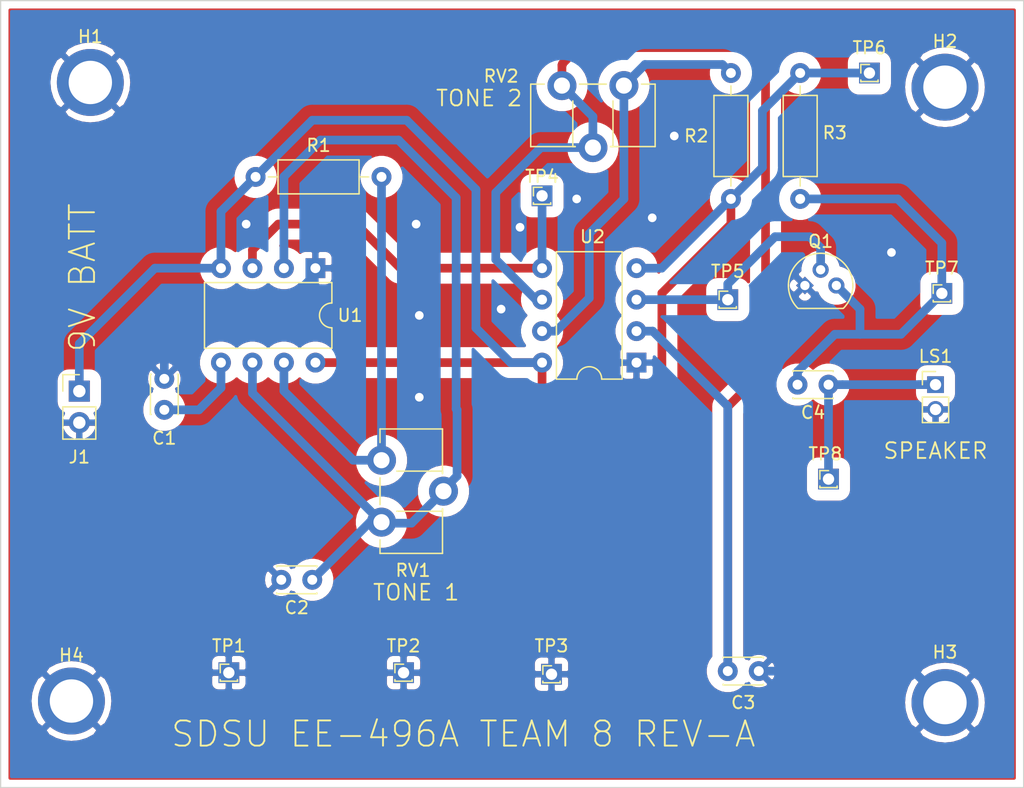
<source format=kicad_pcb>
(kicad_pcb (version 20171130) (host pcbnew "(5.1.6)-1")

  (general
    (thickness 1.6)
    (drawings 9)
    (tracks 119)
    (zones 0)
    (modules 26)
    (nets 12)
  )

  (page A4)
  (layers
    (0 F.Cu signal)
    (31 B.Cu signal)
    (32 B.Adhes user)
    (33 F.Adhes user)
    (34 B.Paste user)
    (35 F.Paste user)
    (36 B.SilkS user)
    (37 F.SilkS user)
    (38 B.Mask user)
    (39 F.Mask user)
    (40 Dwgs.User user)
    (41 Cmts.User user)
    (42 Eco1.User user)
    (43 Eco2.User user)
    (44 Edge.Cuts user)
    (45 Margin user)
    (46 B.CrtYd user)
    (47 F.CrtYd user)
    (48 B.Fab user)
    (49 F.Fab user hide)
  )

  (setup
    (last_trace_width 0.25)
    (trace_clearance 0.2)
    (zone_clearance 0.508)
    (zone_45_only no)
    (trace_min 0.2)
    (via_size 0.8)
    (via_drill 0.4)
    (via_min_size 0.4)
    (via_min_drill 0.3)
    (uvia_size 0.3)
    (uvia_drill 0.1)
    (uvias_allowed no)
    (uvia_min_size 0.2)
    (uvia_min_drill 0.1)
    (edge_width 0.1)
    (segment_width 0.2)
    (pcb_text_width 0.3)
    (pcb_text_size 1.5 1.5)
    (mod_edge_width 0.15)
    (mod_text_size 1 1)
    (mod_text_width 0.15)
    (pad_size 1.6764 1.6764)
    (pad_drill 0.9144)
    (pad_to_mask_clearance 0)
    (aux_axis_origin 38.1 50.8)
    (visible_elements 7FFFFFFF)
    (pcbplotparams
      (layerselection 0x010ec_ffffffff)
      (usegerberextensions false)
      (usegerberattributes true)
      (usegerberadvancedattributes true)
      (creategerberjobfile true)
      (excludeedgelayer true)
      (linewidth 0.100000)
      (plotframeref false)
      (viasonmask false)
      (mode 1)
      (useauxorigin false)
      (hpglpennumber 1)
      (hpglpenspeed 20)
      (hpglpendiameter 15.000000)
      (psnegative false)
      (psa4output false)
      (plotreference true)
      (plotvalue true)
      (plotinvisibletext false)
      (padsonsilk false)
      (subtractmaskfromsilk false)
      (outputformat 1)
      (mirror false)
      (drillshape 0)
      (scaleselection 1)
      (outputdirectory "Gerbers/"))
  )

  (net 0 "")
  (net 1 Earth)
  (net 2 "Net-(C1-Pad1)")
  (net 3 "Net-(C2-Pad1)")
  (net 4 "Net-(C3-Pad1)")
  (net 5 "Net-(C4-Pad1)")
  (net 6 "Net-(C4-Pad2)")
  (net 7 +9V)
  (net 8 "Net-(R1-Pad1)")
  (net 9 "Net-(R2-Pad2)")
  (net 10 "Net-(TP4-Pad1)")
  (net 11 "Net-(Q1-Pad2)")

  (net_class Default "This is the default net class."
    (clearance 0.2)
    (trace_width 0.25)
    (via_dia 0.8)
    (via_drill 0.4)
    (uvia_dia 0.3)
    (uvia_drill 0.1)
  )

  (net_class Analog ""
    (clearance 0.89916)
    (trace_width 0.70104)
    (via_dia 0.70104)
    (via_drill 0.4)
    (uvia_dia 0.3)
    (uvia_drill 0.1)
    (add_net +9V)
    (add_net Earth)
    (add_net "Net-(C1-Pad1)")
    (add_net "Net-(C2-Pad1)")
    (add_net "Net-(C3-Pad1)")
    (add_net "Net-(C4-Pad1)")
    (add_net "Net-(C4-Pad2)")
    (add_net "Net-(Q1-Pad2)")
    (add_net "Net-(R1-Pad1)")
    (add_net "Net-(R2-Pad2)")
    (add_net "Net-(TP4-Pad1)")
  )

  (module Package_TO_SOT_THT:TO-92 (layer F.Cu) (tedit 5F77E563) (tstamp 5F781C67)
    (at 170.307 90.043)
    (descr "TO-92 leads molded, narrow, drill 0.75mm (see NXP sot054_po.pdf)")
    (tags "to-92 sc-43 sc-43a sot54 PA33 transistor")
    (path /5F77F761)
    (fp_text reference Q1 (at 1.27 -3.56) (layer F.SilkS)
      (effects (font (size 1 1) (thickness 0.15)))
    )
    (fp_text value Q_NMOS_SGD (at 1.27 2.79) (layer F.Fab)
      (effects (font (size 1 1) (thickness 0.15)))
    )
    (fp_line (start 4 2.01) (end -1.46 2.01) (layer F.CrtYd) (width 0.05))
    (fp_line (start 4 2.01) (end 4 -2.73) (layer F.CrtYd) (width 0.05))
    (fp_line (start -1.46 -2.73) (end -1.46 2.01) (layer F.CrtYd) (width 0.05))
    (fp_line (start -1.46 -2.73) (end 4 -2.73) (layer F.CrtYd) (width 0.05))
    (fp_line (start -0.5 1.75) (end 3 1.75) (layer F.Fab) (width 0.1))
    (fp_line (start -0.53 1.85) (end 3.07 1.85) (layer F.SilkS) (width 0.12))
    (fp_arc (start 1.27 0) (end 1.27 -2.6) (angle 135) (layer F.SilkS) (width 0.12))
    (fp_arc (start 1.27 0) (end 1.27 -2.48) (angle -135) (layer F.Fab) (width 0.1))
    (fp_arc (start 1.27 0) (end 1.27 -2.6) (angle -135) (layer F.SilkS) (width 0.12))
    (fp_arc (start 1.27 0) (end 1.27 -2.48) (angle 135) (layer F.Fab) (width 0.1))
    (fp_text user %R (at 1.27 -3.56) (layer F.Fab)
      (effects (font (size 1 1) (thickness 0.15)))
    )
    (pad 1 thru_hole rect (at 0 0 45) (size 1.016 1.016) (drill 0.75) (layers *.Cu *.Mask)
      (net 1 Earth) (clearance 0.01778))
    (pad 3 thru_hole circle (at 2.54 0 90) (size 1.3 1.3) (drill 0.75) (layers *.Cu *.Mask)
      (net 6 "Net-(C4-Pad2)") (clearance 0.01778))
    (pad 2 thru_hole circle (at 1.27 -1.27 90) (size 1.3 1.3) (drill 0.75) (layers *.Cu *.Mask)
      (net 11 "Net-(Q1-Pad2)") (clearance 0.01778))
    (model ${KISYS3DMOD}/Package_TO_SOT_THT.3dshapes/TO-92.wrl
      (at (xyz 0 0 0))
      (scale (xyz 1 1 1))
      (rotate (xyz 0 0 0))
    )
  )

  (module Connector_PinHeader_2.54mm:PinHeader_1x02_P2.54mm_Vertical (layer F.Cu) (tedit 5F78E147) (tstamp 5F77C1E8)
    (at 111.76 98.568)
    (descr "Through hole straight pin header, 1x02, 2.54mm pitch, single row")
    (tags "Through hole pin header THT 1x02 2.54mm single row")
    (path /5F79BDC5)
    (zone_connect 1)
    (fp_text reference J1 (at 0 5.318) (layer F.SilkS)
      (effects (font (size 1 1) (thickness 0.15)))
    )
    (fp_text value Conn_01x02 (at 0 2.56) (layer F.Fab)
      (effects (font (size 1 1) (thickness 0.15)))
    )
    (fp_line (start -0.635 -1.27) (end 1.27 -1.27) (layer F.Fab) (width 0.1))
    (fp_line (start 1.27 -1.27) (end 1.27 3.81) (layer F.Fab) (width 0.1))
    (fp_line (start 1.27 3.81) (end -1.27 3.81) (layer F.Fab) (width 0.1))
    (fp_line (start -1.27 3.81) (end -1.27 -0.635) (layer F.Fab) (width 0.1))
    (fp_line (start -1.27 -0.635) (end -0.635 -1.27) (layer F.Fab) (width 0.1))
    (fp_line (start -1.33 3.87) (end 1.33 3.87) (layer F.SilkS) (width 0.12))
    (fp_line (start -1.33 1.27) (end -1.33 3.87) (layer F.SilkS) (width 0.12))
    (fp_line (start 1.33 1.27) (end 1.33 3.87) (layer F.SilkS) (width 0.12))
    (fp_line (start -1.33 1.27) (end 1.33 1.27) (layer F.SilkS) (width 0.12))
    (fp_line (start -1.33 0) (end -1.33 -1.33) (layer F.SilkS) (width 0.12))
    (fp_line (start -1.33 -1.33) (end 0 -1.33) (layer F.SilkS) (width 0.12))
    (fp_line (start -1.8 -1.8) (end -1.8 4.35) (layer F.CrtYd) (width 0.05))
    (fp_line (start -1.8 4.35) (end 1.8 4.35) (layer F.CrtYd) (width 0.05))
    (fp_line (start 1.8 4.35) (end 1.8 -1.8) (layer F.CrtYd) (width 0.05))
    (fp_line (start 1.8 -1.8) (end -1.8 -1.8) (layer F.CrtYd) (width 0.05))
    (fp_text user %R (at 0 0.5 90) (layer F.Fab)
      (effects (font (size 0.76 0.76) (thickness 0.114)))
    )
    (pad 2 thru_hole oval (at 0 2.54) (size 1.7 1.7) (drill 1) (layers *.Cu *.Mask)
      (net 1 Earth) (clearance 0.01778) (zone_connect 1))
    (pad 1 thru_hole rect (at 0 0) (size 1.7 1.7) (drill 1) (layers *.Cu F.Mask)
      (net 7 +9V) (clearance 0.01778) (zone_connect 1))
    (model ${KISYS3DMOD}/Connector_PinHeader_2.54mm.3dshapes/PinHeader_1x02_P2.54mm_Vertical.wrl
      (at (xyz 0 0 0))
      (scale (xyz 1 1 1))
      (rotate (xyz 0 0 0))
    )
  )

  (module Package_DIP:DIP-8_W7.62mm (layer F.Cu) (tedit 5A02E8C5) (tstamp 5F77C361)
    (at 130.81 88.646 270)
    (descr "8-lead though-hole mounted DIP package, row spacing 7.62 mm (300 mils)")
    (tags "THT DIP DIL PDIP 2.54mm 7.62mm 300mil")
    (path /5F77AB9D)
    (fp_text reference U1 (at 3.81 -2.794 180) (layer F.SilkS)
      (effects (font (size 1 1) (thickness 0.15)))
    )
    (fp_text value LM555 (at 3.81 9.95 90) (layer F.Fab)
      (effects (font (size 1 1) (thickness 0.15)))
    )
    (fp_line (start 1.635 -1.27) (end 6.985 -1.27) (layer F.Fab) (width 0.1))
    (fp_line (start 6.985 -1.27) (end 6.985 8.89) (layer F.Fab) (width 0.1))
    (fp_line (start 6.985 8.89) (end 0.635 8.89) (layer F.Fab) (width 0.1))
    (fp_line (start 0.635 8.89) (end 0.635 -0.27) (layer F.Fab) (width 0.1))
    (fp_line (start 0.635 -0.27) (end 1.635 -1.27) (layer F.Fab) (width 0.1))
    (fp_line (start 2.81 -1.33) (end 1.16 -1.33) (layer F.SilkS) (width 0.12))
    (fp_line (start 1.16 -1.33) (end 1.16 8.95) (layer F.SilkS) (width 0.12))
    (fp_line (start 1.16 8.95) (end 6.46 8.95) (layer F.SilkS) (width 0.12))
    (fp_line (start 6.46 8.95) (end 6.46 -1.33) (layer F.SilkS) (width 0.12))
    (fp_line (start 6.46 -1.33) (end 4.81 -1.33) (layer F.SilkS) (width 0.12))
    (fp_line (start -1.1 -1.55) (end -1.1 9.15) (layer F.CrtYd) (width 0.05))
    (fp_line (start -1.1 9.15) (end 8.7 9.15) (layer F.CrtYd) (width 0.05))
    (fp_line (start 8.7 9.15) (end 8.7 -1.55) (layer F.CrtYd) (width 0.05))
    (fp_line (start 8.7 -1.55) (end -1.1 -1.55) (layer F.CrtYd) (width 0.05))
    (fp_text user %R (at 3.81 3.81 90) (layer F.Fab)
      (effects (font (size 1 1) (thickness 0.15)))
    )
    (fp_arc (start 3.81 -1.33) (end 2.81 -1.33) (angle -180) (layer F.SilkS) (width 0.12))
    (pad 8 thru_hole oval (at 7.62 0 270) (size 1.6 1.6) (drill 0.8) (layers *.Cu *.Mask)
      (net 7 +9V))
    (pad 4 thru_hole oval (at 0 7.62 270) (size 1.6 1.6) (drill 0.8) (layers *.Cu *.Mask)
      (net 7 +9V))
    (pad 7 thru_hole oval (at 7.62 2.54 270) (size 1.6 1.6) (drill 0.8) (layers *.Cu *.Mask)
      (net 8 "Net-(R1-Pad1)"))
    (pad 3 thru_hole oval (at 0 5.08 270) (size 1.6 1.6) (drill 0.8) (layers *.Cu *.Mask)
      (net 10 "Net-(TP4-Pad1)"))
    (pad 6 thru_hole oval (at 7.62 5.08 270) (size 1.6 1.6) (drill 0.8) (layers *.Cu *.Mask)
      (net 3 "Net-(C2-Pad1)"))
    (pad 2 thru_hole oval (at 0 2.54 270) (size 1.6 1.6) (drill 0.8) (layers *.Cu *.Mask)
      (net 3 "Net-(C2-Pad1)"))
    (pad 5 thru_hole oval (at 7.62 7.62 270) (size 1.6 1.6) (drill 0.8) (layers *.Cu *.Mask)
      (net 2 "Net-(C1-Pad1)"))
    (pad 1 thru_hole rect (at 0 0 270) (size 1.6 1.6) (drill 0.8) (layers *.Cu *.Mask)
      (net 1 Earth))
    (model ${KISYS3DMOD}/Package_DIP.3dshapes/DIP-8_W7.62mm.wrl
      (at (xyz 0 0 0))
      (scale (xyz 1 1 1))
      (rotate (xyz 0 0 0))
    )
  )

  (module Package_DIP:DIP-8_W7.62mm (layer F.Cu) (tedit 5A02E8C5) (tstamp 5F77C37D)
    (at 156.718 96.266 180)
    (descr "8-lead though-hole mounted DIP package, row spacing 7.62 mm (300 mils)")
    (tags "THT DIP DIL PDIP 2.54mm 7.62mm 300mil")
    (path /5F787D1A)
    (fp_text reference U2 (at 3.556 10.16) (layer F.SilkS)
      (effects (font (size 1 1) (thickness 0.15)))
    )
    (fp_text value LM555 (at 3.81 9.95) (layer F.Fab)
      (effects (font (size 1 1) (thickness 0.15)))
    )
    (fp_line (start 1.635 -1.27) (end 6.985 -1.27) (layer F.Fab) (width 0.1))
    (fp_line (start 6.985 -1.27) (end 6.985 8.89) (layer F.Fab) (width 0.1))
    (fp_line (start 6.985 8.89) (end 0.635 8.89) (layer F.Fab) (width 0.1))
    (fp_line (start 0.635 8.89) (end 0.635 -0.27) (layer F.Fab) (width 0.1))
    (fp_line (start 0.635 -0.27) (end 1.635 -1.27) (layer F.Fab) (width 0.1))
    (fp_line (start 2.81 -1.33) (end 1.16 -1.33) (layer F.SilkS) (width 0.12))
    (fp_line (start 1.16 -1.33) (end 1.16 8.95) (layer F.SilkS) (width 0.12))
    (fp_line (start 1.16 8.95) (end 6.46 8.95) (layer F.SilkS) (width 0.12))
    (fp_line (start 6.46 8.95) (end 6.46 -1.33) (layer F.SilkS) (width 0.12))
    (fp_line (start 6.46 -1.33) (end 4.81 -1.33) (layer F.SilkS) (width 0.12))
    (fp_line (start -1.1 -1.55) (end -1.1 9.15) (layer F.CrtYd) (width 0.05))
    (fp_line (start -1.1 9.15) (end 8.7 9.15) (layer F.CrtYd) (width 0.05))
    (fp_line (start 8.7 9.15) (end 8.7 -1.55) (layer F.CrtYd) (width 0.05))
    (fp_line (start 8.7 -1.55) (end -1.1 -1.55) (layer F.CrtYd) (width 0.05))
    (fp_text user %R (at 3.81 3.81) (layer F.Fab)
      (effects (font (size 1 1) (thickness 0.15)))
    )
    (fp_arc (start 3.81 -1.33) (end 2.81 -1.33) (angle -180) (layer F.SilkS) (width 0.12))
    (pad 8 thru_hole oval (at 7.62 0 180) (size 1.6 1.6) (drill 0.8) (layers *.Cu *.Mask)
      (net 7 +9V))
    (pad 4 thru_hole oval (at 0 7.62 180) (size 1.6 1.6) (drill 0.8) (layers *.Cu *.Mask)
      (net 7 +9V))
    (pad 7 thru_hole oval (at 7.62 2.54 180) (size 1.6 1.6) (drill 0.8) (layers *.Cu *.Mask)
      (net 9 "Net-(R2-Pad2)"))
    (pad 3 thru_hole oval (at 0 5.08 180) (size 1.6 1.6) (drill 0.8) (layers *.Cu *.Mask)
      (net 11 "Net-(Q1-Pad2)"))
    (pad 6 thru_hole oval (at 7.62 5.08 180) (size 1.6 1.6) (drill 0.8) (layers *.Cu *.Mask)
      (net 4 "Net-(C3-Pad1)"))
    (pad 2 thru_hole oval (at 0 2.54 180) (size 1.6 1.6) (drill 0.8) (layers *.Cu *.Mask)
      (net 4 "Net-(C3-Pad1)"))
    (pad 5 thru_hole oval (at 7.62 7.62 180) (size 1.6 1.6) (drill 0.8) (layers *.Cu *.Mask)
      (net 10 "Net-(TP4-Pad1)"))
    (pad 1 thru_hole rect (at 0 0 180) (size 1.6 1.6) (drill 0.8) (layers *.Cu *.Mask)
      (net 1 Earth))
    (model ${KISYS3DMOD}/Package_DIP.3dshapes/DIP-8_W7.62mm.wrl
      (at (xyz 0 0 0))
      (scale (xyz 1 1 1))
      (rotate (xyz 0 0 0))
    )
  )

  (module Connector_PinHeader_1.00mm:PinHeader_1x01_P1.00mm_Vertical (layer F.Cu) (tedit 5F78E1A4) (tstamp 5F77C345)
    (at 172.212 105.664)
    (descr "Through hole straight pin header, 1x01, 1.00mm pitch, single row")
    (tags "Through hole pin header THT 1x01 1.00mm single row")
    (path /5F7BD869)
    (fp_text reference TP8 (at -0.254 -2.032) (layer F.SilkS)
      (effects (font (size 1 1) (thickness 0.15)))
    )
    (fp_text value TestPoint (at 0 1.56) (layer F.Fab)
      (effects (font (size 1 1) (thickness 0.15)))
    )
    (fp_line (start -0.3175 -0.5) (end 0.635 -0.5) (layer F.Fab) (width 0.1))
    (fp_line (start 0.635 -0.5) (end 0.635 0.5) (layer F.Fab) (width 0.1))
    (fp_line (start 0.635 0.5) (end -0.635 0.5) (layer F.Fab) (width 0.1))
    (fp_line (start -0.635 0.5) (end -0.635 -0.1825) (layer F.Fab) (width 0.1))
    (fp_line (start -0.635 -0.1825) (end -0.3175 -0.5) (layer F.Fab) (width 0.1))
    (fp_line (start -0.695 0.685) (end 0.695 0.685) (layer F.SilkS) (width 0.12))
    (fp_line (start -0.695 0.685) (end -0.695 0.56) (layer F.SilkS) (width 0.12))
    (fp_line (start 0.695 0.685) (end 0.695 0.56) (layer F.SilkS) (width 0.12))
    (fp_line (start -0.695 0.685) (end -0.608276 0.685) (layer F.SilkS) (width 0.12))
    (fp_line (start 0.608276 0.685) (end 0.695 0.685) (layer F.SilkS) (width 0.12))
    (fp_line (start -0.695 0) (end -0.695 -0.685) (layer F.SilkS) (width 0.12))
    (fp_line (start -0.695 -0.685) (end 0 -0.685) (layer F.SilkS) (width 0.12))
    (fp_line (start -1.15 -1) (end -1.15 1) (layer F.CrtYd) (width 0.05))
    (fp_line (start -1.15 1) (end 1.15 1) (layer F.CrtYd) (width 0.05))
    (fp_line (start 1.15 1) (end 1.15 -1) (layer F.CrtYd) (width 0.05))
    (fp_line (start 1.15 -1) (end -1.15 -1) (layer F.CrtYd) (width 0.05))
    (fp_text user %R (at 0 0 90) (layer F.Fab)
      (effects (font (size 0.76 0.76) (thickness 0.114)))
    )
    (pad 1 thru_hole rect (at 0 0) (size 1.6764 1.6764) (drill 0.9144) (layers *.Cu *.Mask)
      (net 5 "Net-(C4-Pad1)"))
    (model ${KISYS3DMOD}/Connector_PinHeader_1.00mm.3dshapes/PinHeader_1x01_P1.00mm_Vertical.wrl
      (at (xyz 0 0 0))
      (scale (xyz 1 1 1))
      (rotate (xyz 0 0 0))
    )
  )

  (module Connector_PinHeader_1.00mm:PinHeader_1x01_P1.00mm_Vertical (layer F.Cu) (tedit 5F78E1BD) (tstamp 5F77C32F)
    (at 181.356 90.678)
    (descr "Through hole straight pin header, 1x01, 1.00mm pitch, single row")
    (tags "Through hole pin header THT 1x01 1.00mm single row")
    (path /5F7BCA3C)
    (fp_text reference TP7 (at 0 -2.032) (layer F.SilkS)
      (effects (font (size 1 1) (thickness 0.15)))
    )
    (fp_text value TestPoint (at 0 1.56) (layer F.Fab)
      (effects (font (size 1 1) (thickness 0.15)))
    )
    (fp_line (start -0.3175 -0.5) (end 0.635 -0.5) (layer F.Fab) (width 0.1))
    (fp_line (start 0.635 -0.5) (end 0.635 0.5) (layer F.Fab) (width 0.1))
    (fp_line (start 0.635 0.5) (end -0.635 0.5) (layer F.Fab) (width 0.1))
    (fp_line (start -0.635 0.5) (end -0.635 -0.1825) (layer F.Fab) (width 0.1))
    (fp_line (start -0.635 -0.1825) (end -0.3175 -0.5) (layer F.Fab) (width 0.1))
    (fp_line (start -0.695 0.685) (end 0.695 0.685) (layer F.SilkS) (width 0.12))
    (fp_line (start -0.695 0.685) (end -0.695 0.56) (layer F.SilkS) (width 0.12))
    (fp_line (start 0.695 0.685) (end 0.695 0.56) (layer F.SilkS) (width 0.12))
    (fp_line (start -0.695 0.685) (end -0.608276 0.685) (layer F.SilkS) (width 0.12))
    (fp_line (start 0.608276 0.685) (end 0.695 0.685) (layer F.SilkS) (width 0.12))
    (fp_line (start -0.695 0) (end -0.695 -0.685) (layer F.SilkS) (width 0.12))
    (fp_line (start -0.695 -0.685) (end 0 -0.685) (layer F.SilkS) (width 0.12))
    (fp_line (start -1.15 -1) (end -1.15 1) (layer F.CrtYd) (width 0.05))
    (fp_line (start -1.15 1) (end 1.15 1) (layer F.CrtYd) (width 0.05))
    (fp_line (start 1.15 1) (end 1.15 -1) (layer F.CrtYd) (width 0.05))
    (fp_line (start 1.15 -1) (end -1.15 -1) (layer F.CrtYd) (width 0.05))
    (fp_text user %R (at 0 0 90) (layer F.Fab)
      (effects (font (size 0.76 0.76) (thickness 0.114)))
    )
    (pad 1 thru_hole rect (at 0 0) (size 1.6764 1.6764) (drill 0.9144) (layers *.Cu *.Mask)
      (net 6 "Net-(C4-Pad2)"))
    (model ${KISYS3DMOD}/Connector_PinHeader_1.00mm.3dshapes/PinHeader_1x01_P1.00mm_Vertical.wrl
      (at (xyz 0 0 0))
      (scale (xyz 1 1 1))
      (rotate (xyz 0 0 0))
    )
  )

  (module Connector_PinHeader_1.00mm:PinHeader_1x01_P1.00mm_Vertical (layer F.Cu) (tedit 5F78E1D9) (tstamp 5F77C319)
    (at 175.514 72.898)
    (descr "Through hole straight pin header, 1x01, 1.00mm pitch, single row")
    (tags "Through hole pin header THT 1x01 1.00mm single row")
    (path /5F7BE99C)
    (fp_text reference TP6 (at 0 -2.032) (layer F.SilkS)
      (effects (font (size 1 1) (thickness 0.15)))
    )
    (fp_text value TestPoint (at 0 1.56) (layer F.Fab)
      (effects (font (size 1 1) (thickness 0.15)))
    )
    (fp_line (start -0.3175 -0.5) (end 0.635 -0.5) (layer F.Fab) (width 0.1))
    (fp_line (start 0.635 -0.5) (end 0.635 0.5) (layer F.Fab) (width 0.1))
    (fp_line (start 0.635 0.5) (end -0.635 0.5) (layer F.Fab) (width 0.1))
    (fp_line (start -0.635 0.5) (end -0.635 -0.1825) (layer F.Fab) (width 0.1))
    (fp_line (start -0.635 -0.1825) (end -0.3175 -0.5) (layer F.Fab) (width 0.1))
    (fp_line (start -0.695 0.685) (end 0.695 0.685) (layer F.SilkS) (width 0.12))
    (fp_line (start -0.695 0.685) (end -0.695 0.56) (layer F.SilkS) (width 0.12))
    (fp_line (start 0.695 0.685) (end 0.695 0.56) (layer F.SilkS) (width 0.12))
    (fp_line (start -0.695 0.685) (end -0.608276 0.685) (layer F.SilkS) (width 0.12))
    (fp_line (start 0.608276 0.685) (end 0.695 0.685) (layer F.SilkS) (width 0.12))
    (fp_line (start -0.695 0) (end -0.695 -0.685) (layer F.SilkS) (width 0.12))
    (fp_line (start -0.695 -0.685) (end 0 -0.685) (layer F.SilkS) (width 0.12))
    (fp_line (start -1.15 -1) (end -1.15 1) (layer F.CrtYd) (width 0.05))
    (fp_line (start -1.15 1) (end 1.15 1) (layer F.CrtYd) (width 0.05))
    (fp_line (start 1.15 1) (end 1.15 -1) (layer F.CrtYd) (width 0.05))
    (fp_line (start 1.15 -1) (end -1.15 -1) (layer F.CrtYd) (width 0.05))
    (fp_text user %R (at 0 0 90) (layer F.Fab)
      (effects (font (size 0.76 0.76) (thickness 0.114)))
    )
    (pad 1 thru_hole rect (at 0 0) (size 1.6764 1.6764) (drill 0.9144) (layers *.Cu *.Mask)
      (net 7 +9V))
    (model ${KISYS3DMOD}/Connector_PinHeader_1.00mm.3dshapes/PinHeader_1x01_P1.00mm_Vertical.wrl
      (at (xyz 0 0 0))
      (scale (xyz 1 1 1))
      (rotate (xyz 0 0 0))
    )
  )

  (module Connector_PinHeader_1.00mm:PinHeader_1x01_P1.00mm_Vertical (layer F.Cu) (tedit 5F78E1B1) (tstamp 5F77C303)
    (at 164.084 91.186)
    (descr "Through hole straight pin header, 1x01, 1.00mm pitch, single row")
    (tags "Through hole pin header THT 1x01 1.00mm single row")
    (path /5F7BBFC8)
    (fp_text reference TP5 (at 0 -2.286) (layer F.SilkS)
      (effects (font (size 1 1) (thickness 0.15)))
    )
    (fp_text value TestPoint (at 0 1.56) (layer F.Fab)
      (effects (font (size 1 1) (thickness 0.15)))
    )
    (fp_line (start -0.3175 -0.5) (end 0.635 -0.5) (layer F.Fab) (width 0.1))
    (fp_line (start 0.635 -0.5) (end 0.635 0.5) (layer F.Fab) (width 0.1))
    (fp_line (start 0.635 0.5) (end -0.635 0.5) (layer F.Fab) (width 0.1))
    (fp_line (start -0.635 0.5) (end -0.635 -0.1825) (layer F.Fab) (width 0.1))
    (fp_line (start -0.635 -0.1825) (end -0.3175 -0.5) (layer F.Fab) (width 0.1))
    (fp_line (start -0.695 0.685) (end 0.695 0.685) (layer F.SilkS) (width 0.12))
    (fp_line (start -0.695 0.685) (end -0.695 0.56) (layer F.SilkS) (width 0.12))
    (fp_line (start 0.695 0.685) (end 0.695 0.56) (layer F.SilkS) (width 0.12))
    (fp_line (start -0.695 0.685) (end -0.608276 0.685) (layer F.SilkS) (width 0.12))
    (fp_line (start 0.608276 0.685) (end 0.695 0.685) (layer F.SilkS) (width 0.12))
    (fp_line (start -0.695 0) (end -0.695 -0.685) (layer F.SilkS) (width 0.12))
    (fp_line (start -0.695 -0.685) (end 0 -0.685) (layer F.SilkS) (width 0.12))
    (fp_line (start -1.15 -1) (end -1.15 1) (layer F.CrtYd) (width 0.05))
    (fp_line (start -1.15 1) (end 1.15 1) (layer F.CrtYd) (width 0.05))
    (fp_line (start 1.15 1) (end 1.15 -1) (layer F.CrtYd) (width 0.05))
    (fp_line (start 1.15 -1) (end -1.15 -1) (layer F.CrtYd) (width 0.05))
    (fp_text user %R (at 0 0 90) (layer F.Fab)
      (effects (font (size 0.76 0.76) (thickness 0.114)))
    )
    (pad 1 thru_hole rect (at 0 0) (size 1.6764 1.6764) (drill 0.9144) (layers *.Cu *.Mask)
      (net 11 "Net-(Q1-Pad2)"))
    (model ${KISYS3DMOD}/Connector_PinHeader_1.00mm.3dshapes/PinHeader_1x01_P1.00mm_Vertical.wrl
      (at (xyz 0 0 0))
      (scale (xyz 1 1 1))
      (rotate (xyz 0 0 0))
    )
  )

  (module Connector_PinHeader_1.00mm:PinHeader_1x01_P1.00mm_Vertical (layer F.Cu) (tedit 5F78E1CB) (tstamp 5F77C2ED)
    (at 149.098 82.804)
    (descr "Through hole straight pin header, 1x01, 1.00mm pitch, single row")
    (tags "Through hole pin header THT 1x01 1.00mm single row")
    (path /5F7B5D1C)
    (fp_text reference TP4 (at 0 -1.56) (layer F.SilkS)
      (effects (font (size 1 1) (thickness 0.15)))
    )
    (fp_text value TestPoint (at 0 1.56) (layer F.Fab)
      (effects (font (size 1 1) (thickness 0.15)))
    )
    (fp_line (start -0.3175 -0.5) (end 0.635 -0.5) (layer F.Fab) (width 0.1))
    (fp_line (start 0.635 -0.5) (end 0.635 0.5) (layer F.Fab) (width 0.1))
    (fp_line (start 0.635 0.5) (end -0.635 0.5) (layer F.Fab) (width 0.1))
    (fp_line (start -0.635 0.5) (end -0.635 -0.1825) (layer F.Fab) (width 0.1))
    (fp_line (start -0.635 -0.1825) (end -0.3175 -0.5) (layer F.Fab) (width 0.1))
    (fp_line (start -0.695 0.685) (end 0.695 0.685) (layer F.SilkS) (width 0.12))
    (fp_line (start -0.695 0.685) (end -0.695 0.56) (layer F.SilkS) (width 0.12))
    (fp_line (start 0.695 0.685) (end 0.695 0.56) (layer F.SilkS) (width 0.12))
    (fp_line (start -0.695 0.685) (end -0.608276 0.685) (layer F.SilkS) (width 0.12))
    (fp_line (start 0.608276 0.685) (end 0.695 0.685) (layer F.SilkS) (width 0.12))
    (fp_line (start -0.695 0) (end -0.695 -0.685) (layer F.SilkS) (width 0.12))
    (fp_line (start -0.695 -0.685) (end 0 -0.685) (layer F.SilkS) (width 0.12))
    (fp_line (start -1.15 -1) (end -1.15 1) (layer F.CrtYd) (width 0.05))
    (fp_line (start -1.15 1) (end 1.15 1) (layer F.CrtYd) (width 0.05))
    (fp_line (start 1.15 1) (end 1.15 -1) (layer F.CrtYd) (width 0.05))
    (fp_line (start 1.15 -1) (end -1.15 -1) (layer F.CrtYd) (width 0.05))
    (fp_text user %R (at 0 0 90) (layer F.Fab)
      (effects (font (size 0.76 0.76) (thickness 0.114)))
    )
    (pad 1 thru_hole rect (at 0 0) (size 1.6764 1.6764) (drill 0.9144) (layers *.Cu *.Mask)
      (net 10 "Net-(TP4-Pad1)"))
    (model ${KISYS3DMOD}/Connector_PinHeader_1.00mm.3dshapes/PinHeader_1x01_P1.00mm_Vertical.wrl
      (at (xyz 0 0 0))
      (scale (xyz 1 1 1))
      (rotate (xyz 0 0 0))
    )
  )

  (module Connector_PinHeader_1.00mm:PinHeader_1x01_P1.00mm_Vertical (layer F.Cu) (tedit 5F78E18E) (tstamp 5F77C2D7)
    (at 149.86 121.412)
    (descr "Through hole straight pin header, 1x01, 1.00mm pitch, single row")
    (tags "Through hole pin header THT 1x01 1.00mm single row")
    (path /5F7C0091)
    (fp_text reference TP3 (at 0 -2.286) (layer F.SilkS)
      (effects (font (size 1 1) (thickness 0.15)))
    )
    (fp_text value TestPoint (at 0 1.56) (layer F.Fab)
      (effects (font (size 1 1) (thickness 0.15)))
    )
    (fp_line (start -0.3175 -0.5) (end 0.635 -0.5) (layer F.Fab) (width 0.1))
    (fp_line (start 0.635 -0.5) (end 0.635 0.5) (layer F.Fab) (width 0.1))
    (fp_line (start 0.635 0.5) (end -0.635 0.5) (layer F.Fab) (width 0.1))
    (fp_line (start -0.635 0.5) (end -0.635 -0.1825) (layer F.Fab) (width 0.1))
    (fp_line (start -0.635 -0.1825) (end -0.3175 -0.5) (layer F.Fab) (width 0.1))
    (fp_line (start -0.695 0.685) (end 0.695 0.685) (layer F.SilkS) (width 0.12))
    (fp_line (start -0.695 0.685) (end -0.695 0.56) (layer F.SilkS) (width 0.12))
    (fp_line (start 0.695 0.685) (end 0.695 0.56) (layer F.SilkS) (width 0.12))
    (fp_line (start -0.695 0.685) (end -0.608276 0.685) (layer F.SilkS) (width 0.12))
    (fp_line (start 0.608276 0.685) (end 0.695 0.685) (layer F.SilkS) (width 0.12))
    (fp_line (start -0.695 0) (end -0.695 -0.685) (layer F.SilkS) (width 0.12))
    (fp_line (start -0.695 -0.685) (end 0 -0.685) (layer F.SilkS) (width 0.12))
    (fp_line (start -1.15 -1) (end -1.15 1) (layer F.CrtYd) (width 0.05))
    (fp_line (start -1.15 1) (end 1.15 1) (layer F.CrtYd) (width 0.05))
    (fp_line (start 1.15 1) (end 1.15 -1) (layer F.CrtYd) (width 0.05))
    (fp_line (start 1.15 -1) (end -1.15 -1) (layer F.CrtYd) (width 0.05))
    (fp_text user %R (at 0 0 90) (layer F.Fab)
      (effects (font (size 0.76 0.76) (thickness 0.114)))
    )
    (pad 1 thru_hole rect (at 0 0) (size 1.6764 1.6764) (drill 0.9144) (layers *.Cu *.Mask)
      (net 1 Earth))
    (model ${KISYS3DMOD}/Connector_PinHeader_1.00mm.3dshapes/PinHeader_1x01_P1.00mm_Vertical.wrl
      (at (xyz 0 0 0))
      (scale (xyz 1 1 1))
      (rotate (xyz 0 0 0))
    )
  )

  (module Connector_PinHeader_1.00mm:PinHeader_1x01_P1.00mm_Vertical (layer F.Cu) (tedit 5F78E15F) (tstamp 5F77C2C1)
    (at 137.922 121.285)
    (descr "Through hole straight pin header, 1x01, 1.00mm pitch, single row")
    (tags "Through hole pin header THT 1x01 1.00mm single row")
    (path /5F7BFB03)
    (fp_text reference TP2 (at 0 -2.159) (layer F.SilkS)
      (effects (font (size 1 1) (thickness 0.15)))
    )
    (fp_text value TestPoint (at 0 1.56) (layer F.Fab)
      (effects (font (size 1 1) (thickness 0.15)))
    )
    (fp_line (start -0.3175 -0.5) (end 0.635 -0.5) (layer F.Fab) (width 0.1))
    (fp_line (start 0.635 -0.5) (end 0.635 0.5) (layer F.Fab) (width 0.1))
    (fp_line (start 0.635 0.5) (end -0.635 0.5) (layer F.Fab) (width 0.1))
    (fp_line (start -0.635 0.5) (end -0.635 -0.1825) (layer F.Fab) (width 0.1))
    (fp_line (start -0.635 -0.1825) (end -0.3175 -0.5) (layer F.Fab) (width 0.1))
    (fp_line (start -0.695 0.685) (end 0.695 0.685) (layer F.SilkS) (width 0.12))
    (fp_line (start -0.695 0.685) (end -0.695 0.56) (layer F.SilkS) (width 0.12))
    (fp_line (start 0.695 0.685) (end 0.695 0.56) (layer F.SilkS) (width 0.12))
    (fp_line (start -0.695 0.685) (end -0.608276 0.685) (layer F.SilkS) (width 0.12))
    (fp_line (start 0.608276 0.685) (end 0.695 0.685) (layer F.SilkS) (width 0.12))
    (fp_line (start -0.695 0) (end -0.695 -0.685) (layer F.SilkS) (width 0.12))
    (fp_line (start -0.695 -0.685) (end 0 -0.685) (layer F.SilkS) (width 0.12))
    (fp_line (start -1.15 -1) (end -1.15 1) (layer F.CrtYd) (width 0.05))
    (fp_line (start -1.15 1) (end 1.15 1) (layer F.CrtYd) (width 0.05))
    (fp_line (start 1.15 1) (end 1.15 -1) (layer F.CrtYd) (width 0.05))
    (fp_line (start 1.15 -1) (end -1.15 -1) (layer F.CrtYd) (width 0.05))
    (fp_text user %R (at 0 0 90) (layer F.Fab)
      (effects (font (size 0.76 0.76) (thickness 0.114)))
    )
    (pad 1 thru_hole rect (at 0 0) (size 1.6764 1.6764) (drill 0.9144) (layers *.Cu *.Mask)
      (net 1 Earth))
    (model ${KISYS3DMOD}/Connector_PinHeader_1.00mm.3dshapes/PinHeader_1x01_P1.00mm_Vertical.wrl
      (at (xyz 0 0 0))
      (scale (xyz 1 1 1))
      (rotate (xyz 0 0 0))
    )
  )

  (module Connector_PinHeader_1.00mm:PinHeader_1x01_P1.00mm_Vertical (layer F.Cu) (tedit 5F78E155) (tstamp 5F77C2AB)
    (at 123.825 121.285)
    (descr "Through hole straight pin header, 1x01, 1.00mm pitch, single row")
    (tags "Through hole pin header THT 1x01 1.00mm single row")
    (path /5F7BF6A7)
    (fp_text reference TP1 (at 0 -2.159) (layer F.SilkS)
      (effects (font (size 1 1) (thickness 0.15)))
    )
    (fp_text value TestPoint (at 0 1.56) (layer F.Fab)
      (effects (font (size 1 1) (thickness 0.15)))
    )
    (fp_line (start -0.3175 -0.5) (end 0.635 -0.5) (layer F.Fab) (width 0.1))
    (fp_line (start 0.635 -0.5) (end 0.635 0.5) (layer F.Fab) (width 0.1))
    (fp_line (start 0.635 0.5) (end -0.635 0.5) (layer F.Fab) (width 0.1))
    (fp_line (start -0.635 0.5) (end -0.635 -0.1825) (layer F.Fab) (width 0.1))
    (fp_line (start -0.635 -0.1825) (end -0.3175 -0.5) (layer F.Fab) (width 0.1))
    (fp_line (start -0.695 0.685) (end 0.695 0.685) (layer F.SilkS) (width 0.12))
    (fp_line (start -0.695 0.685) (end -0.695 0.56) (layer F.SilkS) (width 0.12))
    (fp_line (start 0.695 0.685) (end 0.695 0.56) (layer F.SilkS) (width 0.12))
    (fp_line (start -0.695 0.685) (end -0.608276 0.685) (layer F.SilkS) (width 0.12))
    (fp_line (start 0.608276 0.685) (end 0.695 0.685) (layer F.SilkS) (width 0.12))
    (fp_line (start -0.695 0) (end -0.695 -0.685) (layer F.SilkS) (width 0.12))
    (fp_line (start -0.695 -0.685) (end 0 -0.685) (layer F.SilkS) (width 0.12))
    (fp_line (start -1.15 -1) (end -1.15 1) (layer F.CrtYd) (width 0.05))
    (fp_line (start -1.15 1) (end 1.15 1) (layer F.CrtYd) (width 0.05))
    (fp_line (start 1.15 1) (end 1.15 -1) (layer F.CrtYd) (width 0.05))
    (fp_line (start 1.15 -1) (end -1.15 -1) (layer F.CrtYd) (width 0.05))
    (fp_text user %R (at 0 0 90) (layer F.Fab)
      (effects (font (size 0.76 0.76) (thickness 0.114)))
    )
    (pad 1 thru_hole rect (at 0 0) (size 1.6764 1.6764) (drill 0.9144) (layers *.Cu *.Mask)
      (net 1 Earth))
    (model ${KISYS3DMOD}/Connector_PinHeader_1.00mm.3dshapes/PinHeader_1x01_P1.00mm_Vertical.wrl
      (at (xyz 0 0 0))
      (scale (xyz 1 1 1))
      (rotate (xyz 0 0 0))
    )
  )

  (module Potentiometer_THT:Potentiometer_ACP_CA9-H5_Horizontal (layer F.Cu) (tedit 5A3D4994) (tstamp 5F77C295)
    (at 155.702 73.914 270)
    (descr "Potentiometer, horizontal, ACP CA9-H5, http://www.acptechnologies.com/wp-content/uploads/2017/05/02-ACP-CA9-CE9.pdf")
    (tags "Potentiometer horizontal ACP CA9-H5")
    (path /5F672E6E)
    (fp_text reference RV2 (at -0.762 9.906 180) (layer F.SilkS)
      (effects (font (size 1 1) (thickness 0.15)))
    )
    (fp_text value 100k (at 0 8.65 90) (layer F.Fab)
      (effects (font (size 1 1) (thickness 0.15)))
    )
    (fp_line (start 4.8 -2.4) (end 4.8 7.4) (layer F.Fab) (width 0.1))
    (fp_line (start 4.8 7.4) (end 0 7.4) (layer F.Fab) (width 0.1))
    (fp_line (start 0 7.4) (end 0 -2.4) (layer F.Fab) (width 0.1))
    (fp_line (start 0 -2.4) (end 4.8 -2.4) (layer F.Fab) (width 0.1))
    (fp_line (start 0 1) (end 0 4) (layer F.Fab) (width 0.1))
    (fp_line (start 0 4) (end 4.8 4) (layer F.Fab) (width 0.1))
    (fp_line (start 4.8 4) (end 4.8 1) (layer F.Fab) (width 0.1))
    (fp_line (start 4.8 1) (end 0 1) (layer F.Fab) (width 0.1))
    (fp_line (start -0.121 -2.521) (end 4.92 -2.521) (layer F.SilkS) (width 0.12))
    (fp_line (start -0.121 7.52) (end 4.92 7.52) (layer F.SilkS) (width 0.12))
    (fp_line (start 4.92 -2.521) (end 4.92 1.075) (layer F.SilkS) (width 0.12))
    (fp_line (start 4.92 3.925) (end 4.92 7.52) (layer F.SilkS) (width 0.12))
    (fp_line (start -0.121 6.425) (end -0.121 7.52) (layer F.SilkS) (width 0.12))
    (fp_line (start -0.121 -2.521) (end -0.121 -1.426) (layer F.SilkS) (width 0.12))
    (fp_line (start -0.121 1.426) (end -0.121 3.575) (layer F.SilkS) (width 0.12))
    (fp_line (start 1.237 0.88) (end 4.92 0.88) (layer F.SilkS) (width 0.12))
    (fp_line (start 1.237 4.12) (end 4.92 4.12) (layer F.SilkS) (width 0.12))
    (fp_line (start -0.121 1.426) (end -0.121 3.575) (layer F.SilkS) (width 0.12))
    (fp_line (start 4.92 0.88) (end 4.92 1.075) (layer F.SilkS) (width 0.12))
    (fp_line (start 4.92 3.925) (end 4.92 4.12) (layer F.SilkS) (width 0.12))
    (fp_line (start -1.45 -2.7) (end -1.45 7.65) (layer F.CrtYd) (width 0.05))
    (fp_line (start -1.45 7.65) (end 6.45 7.65) (layer F.CrtYd) (width 0.05))
    (fp_line (start 6.45 7.65) (end 6.45 -2.7) (layer F.CrtYd) (width 0.05))
    (fp_line (start 6.45 -2.7) (end -1.45 -2.7) (layer F.CrtYd) (width 0.05))
    (fp_text user %R (at 2.4 2.5 90) (layer F.Fab)
      (effects (font (size 1 1) (thickness 0.15)))
    )
    (pad 1 thru_hole circle (at 0 0 270) (size 2.34 2.34) (drill 1.3) (layers *.Cu *.Mask)
      (net 9 "Net-(R2-Pad2)"))
    (pad 2 thru_hole circle (at 5 2.5 270) (size 2.34 2.34) (drill 1.3) (layers *.Cu *.Mask)
      (net 4 "Net-(C3-Pad1)"))
    (pad 3 thru_hole circle (at 0 5 270) (size 2.34 2.34) (drill 1.3) (layers *.Cu *.Mask)
      (net 4 "Net-(C3-Pad1)"))
    (model ${KISYS3DMOD}/Potentiometer_THT.3dshapes/Potentiometer_ACP_CA9-H5_Horizontal.wrl
      (at (xyz 0 0 0))
      (scale (xyz 1 1 1))
      (rotate (xyz 0 0 0))
    )
  )

  (module Potentiometer_THT:Potentiometer_ACP_CA9-H5_Horizontal (layer F.Cu) (tedit 5A3D4994) (tstamp 5F77C275)
    (at 136.144 104.14)
    (descr "Potentiometer, horizontal, ACP CA9-H5, http://www.acptechnologies.com/wp-content/uploads/2017/05/02-ACP-CA9-CE9.pdf")
    (tags "Potentiometer horizontal ACP CA9-H5")
    (path /5F670C86)
    (fp_text reference RV1 (at 2.54 8.89) (layer F.SilkS)
      (effects (font (size 1 1) (thickness 0.15)))
    )
    (fp_text value 50k (at 0 8.65) (layer F.Fab)
      (effects (font (size 1 1) (thickness 0.15)))
    )
    (fp_line (start 4.8 -2.4) (end 4.8 7.4) (layer F.Fab) (width 0.1))
    (fp_line (start 4.8 7.4) (end 0 7.4) (layer F.Fab) (width 0.1))
    (fp_line (start 0 7.4) (end 0 -2.4) (layer F.Fab) (width 0.1))
    (fp_line (start 0 -2.4) (end 4.8 -2.4) (layer F.Fab) (width 0.1))
    (fp_line (start 0 1) (end 0 4) (layer F.Fab) (width 0.1))
    (fp_line (start 0 4) (end 4.8 4) (layer F.Fab) (width 0.1))
    (fp_line (start 4.8 4) (end 4.8 1) (layer F.Fab) (width 0.1))
    (fp_line (start 4.8 1) (end 0 1) (layer F.Fab) (width 0.1))
    (fp_line (start -0.121 -2.521) (end 4.92 -2.521) (layer F.SilkS) (width 0.12))
    (fp_line (start -0.121 7.52) (end 4.92 7.52) (layer F.SilkS) (width 0.12))
    (fp_line (start 4.92 -2.521) (end 4.92 1.075) (layer F.SilkS) (width 0.12))
    (fp_line (start 4.92 3.925) (end 4.92 7.52) (layer F.SilkS) (width 0.12))
    (fp_line (start -0.121 6.425) (end -0.121 7.52) (layer F.SilkS) (width 0.12))
    (fp_line (start -0.121 -2.521) (end -0.121 -1.426) (layer F.SilkS) (width 0.12))
    (fp_line (start -0.121 1.426) (end -0.121 3.575) (layer F.SilkS) (width 0.12))
    (fp_line (start 1.237 0.88) (end 4.92 0.88) (layer F.SilkS) (width 0.12))
    (fp_line (start 1.237 4.12) (end 4.92 4.12) (layer F.SilkS) (width 0.12))
    (fp_line (start -0.121 1.426) (end -0.121 3.575) (layer F.SilkS) (width 0.12))
    (fp_line (start 4.92 0.88) (end 4.92 1.075) (layer F.SilkS) (width 0.12))
    (fp_line (start 4.92 3.925) (end 4.92 4.12) (layer F.SilkS) (width 0.12))
    (fp_line (start -1.45 -2.7) (end -1.45 7.65) (layer F.CrtYd) (width 0.05))
    (fp_line (start -1.45 7.65) (end 6.45 7.65) (layer F.CrtYd) (width 0.05))
    (fp_line (start 6.45 7.65) (end 6.45 -2.7) (layer F.CrtYd) (width 0.05))
    (fp_line (start 6.45 -2.7) (end -1.45 -2.7) (layer F.CrtYd) (width 0.05))
    (fp_text user %R (at 2.4 2.5) (layer F.Fab)
      (effects (font (size 1 1) (thickness 0.15)))
    )
    (pad 1 thru_hole circle (at 0 0) (size 2.34 2.34) (drill 1.3) (layers *.Cu *.Mask)
      (net 8 "Net-(R1-Pad1)"))
    (pad 2 thru_hole circle (at 5 2.5) (size 2.34 2.34) (drill 1.3) (layers *.Cu *.Mask)
      (net 3 "Net-(C2-Pad1)"))
    (pad 3 thru_hole circle (at 0 5) (size 2.34 2.34) (drill 1.3) (layers *.Cu *.Mask)
      (net 3 "Net-(C2-Pad1)"))
    (model ${KISYS3DMOD}/Potentiometer_THT.3dshapes/Potentiometer_ACP_CA9-H5_Horizontal.wrl
      (at (xyz 0 0 0))
      (scale (xyz 1 1 1))
      (rotate (xyz 0 0 0))
    )
  )

  (module Resistor_THT:R_Axial_DIN0207_L6.3mm_D2.5mm_P10.16mm_Horizontal (layer F.Cu) (tedit 5AE5139B) (tstamp 5F77C255)
    (at 169.926 72.898 270)
    (descr "Resistor, Axial_DIN0207 series, Axial, Horizontal, pin pitch=10.16mm, 0.25W = 1/4W, length*diameter=6.3*2.5mm^2, http://cdn-reichelt.de/documents/datenblatt/B400/1_4W%23YAG.pdf")
    (tags "Resistor Axial_DIN0207 series Axial Horizontal pin pitch 10.16mm 0.25W = 1/4W length 6.3mm diameter 2.5mm")
    (path /5F70F360)
    (fp_text reference R3 (at 4.826 -2.794 180) (layer F.SilkS)
      (effects (font (size 1 1) (thickness 0.15)))
    )
    (fp_text value 2.2k (at 5.08 2.37 90) (layer F.Fab)
      (effects (font (size 1 1) (thickness 0.15)))
    )
    (fp_line (start 1.93 -1.25) (end 1.93 1.25) (layer F.Fab) (width 0.1))
    (fp_line (start 1.93 1.25) (end 8.23 1.25) (layer F.Fab) (width 0.1))
    (fp_line (start 8.23 1.25) (end 8.23 -1.25) (layer F.Fab) (width 0.1))
    (fp_line (start 8.23 -1.25) (end 1.93 -1.25) (layer F.Fab) (width 0.1))
    (fp_line (start 0 0) (end 1.93 0) (layer F.Fab) (width 0.1))
    (fp_line (start 10.16 0) (end 8.23 0) (layer F.Fab) (width 0.1))
    (fp_line (start 1.81 -1.37) (end 1.81 1.37) (layer F.SilkS) (width 0.12))
    (fp_line (start 1.81 1.37) (end 8.35 1.37) (layer F.SilkS) (width 0.12))
    (fp_line (start 8.35 1.37) (end 8.35 -1.37) (layer F.SilkS) (width 0.12))
    (fp_line (start 8.35 -1.37) (end 1.81 -1.37) (layer F.SilkS) (width 0.12))
    (fp_line (start 1.04 0) (end 1.81 0) (layer F.SilkS) (width 0.12))
    (fp_line (start 9.12 0) (end 8.35 0) (layer F.SilkS) (width 0.12))
    (fp_line (start -1.05 -1.5) (end -1.05 1.5) (layer F.CrtYd) (width 0.05))
    (fp_line (start -1.05 1.5) (end 11.21 1.5) (layer F.CrtYd) (width 0.05))
    (fp_line (start 11.21 1.5) (end 11.21 -1.5) (layer F.CrtYd) (width 0.05))
    (fp_line (start 11.21 -1.5) (end -1.05 -1.5) (layer F.CrtYd) (width 0.05))
    (fp_text user %R (at 5.08 0 90) (layer F.Fab)
      (effects (font (size 1 1) (thickness 0.15)))
    )
    (pad 2 thru_hole oval (at 10.16 0 270) (size 1.6 1.6) (drill 0.8) (layers *.Cu *.Mask)
      (net 6 "Net-(C4-Pad2)"))
    (pad 1 thru_hole circle (at 0 0 270) (size 1.6 1.6) (drill 0.8) (layers *.Cu *.Mask)
      (net 7 +9V))
    (model ${KISYS3DMOD}/Resistor_THT.3dshapes/R_Axial_DIN0207_L6.3mm_D2.5mm_P10.16mm_Horizontal.wrl
      (at (xyz 0 0 0))
      (scale (xyz 1 1 1))
      (rotate (xyz 0 0 0))
    )
  )

  (module Resistor_THT:R_Axial_DIN0207_L6.3mm_D2.5mm_P10.16mm_Horizontal (layer F.Cu) (tedit 5AE5139B) (tstamp 5F77C23E)
    (at 164.338 83.058 90)
    (descr "Resistor, Axial_DIN0207 series, Axial, Horizontal, pin pitch=10.16mm, 0.25W = 1/4W, length*diameter=6.3*2.5mm^2, http://cdn-reichelt.de/documents/datenblatt/B400/1_4W%23YAG.pdf")
    (tags "Resistor Axial_DIN0207 series Axial Horizontal pin pitch 10.16mm 0.25W = 1/4W length 6.3mm diameter 2.5mm")
    (path /5F671701)
    (fp_text reference R2 (at 5.08 -2.794 180) (layer F.SilkS)
      (effects (font (size 1 1) (thickness 0.15)))
    )
    (fp_text value 2.2k (at 5.08 2.37 90) (layer F.Fab)
      (effects (font (size 1 1) (thickness 0.15)))
    )
    (fp_line (start 1.93 -1.25) (end 1.93 1.25) (layer F.Fab) (width 0.1))
    (fp_line (start 1.93 1.25) (end 8.23 1.25) (layer F.Fab) (width 0.1))
    (fp_line (start 8.23 1.25) (end 8.23 -1.25) (layer F.Fab) (width 0.1))
    (fp_line (start 8.23 -1.25) (end 1.93 -1.25) (layer F.Fab) (width 0.1))
    (fp_line (start 0 0) (end 1.93 0) (layer F.Fab) (width 0.1))
    (fp_line (start 10.16 0) (end 8.23 0) (layer F.Fab) (width 0.1))
    (fp_line (start 1.81 -1.37) (end 1.81 1.37) (layer F.SilkS) (width 0.12))
    (fp_line (start 1.81 1.37) (end 8.35 1.37) (layer F.SilkS) (width 0.12))
    (fp_line (start 8.35 1.37) (end 8.35 -1.37) (layer F.SilkS) (width 0.12))
    (fp_line (start 8.35 -1.37) (end 1.81 -1.37) (layer F.SilkS) (width 0.12))
    (fp_line (start 1.04 0) (end 1.81 0) (layer F.SilkS) (width 0.12))
    (fp_line (start 9.12 0) (end 8.35 0) (layer F.SilkS) (width 0.12))
    (fp_line (start -1.05 -1.5) (end -1.05 1.5) (layer F.CrtYd) (width 0.05))
    (fp_line (start -1.05 1.5) (end 11.21 1.5) (layer F.CrtYd) (width 0.05))
    (fp_line (start 11.21 1.5) (end 11.21 -1.5) (layer F.CrtYd) (width 0.05))
    (fp_line (start 11.21 -1.5) (end -1.05 -1.5) (layer F.CrtYd) (width 0.05))
    (fp_text user %R (at 5.08 0 90) (layer F.Fab)
      (effects (font (size 1 1) (thickness 0.15)))
    )
    (pad 2 thru_hole oval (at 10.16 0 90) (size 1.6 1.6) (drill 0.8) (layers *.Cu *.Mask)
      (net 9 "Net-(R2-Pad2)"))
    (pad 1 thru_hole circle (at 0 0 90) (size 1.6 1.6) (drill 0.8) (layers *.Cu *.Mask)
      (net 7 +9V))
    (model ${KISYS3DMOD}/Resistor_THT.3dshapes/R_Axial_DIN0207_L6.3mm_D2.5mm_P10.16mm_Horizontal.wrl
      (at (xyz 0 0 0))
      (scale (xyz 1 1 1))
      (rotate (xyz 0 0 0))
    )
  )

  (module Resistor_THT:R_Axial_DIN0207_L6.3mm_D2.5mm_P10.16mm_Horizontal (layer F.Cu) (tedit 5AE5139B) (tstamp 5F77C227)
    (at 136.144 81.28 180)
    (descr "Resistor, Axial_DIN0207 series, Axial, Horizontal, pin pitch=10.16mm, 0.25W = 1/4W, length*diameter=6.3*2.5mm^2, http://cdn-reichelt.de/documents/datenblatt/B400/1_4W%23YAG.pdf")
    (tags "Resistor Axial_DIN0207 series Axial Horizontal pin pitch 10.16mm 0.25W = 1/4W length 6.3mm diameter 2.5mm")
    (path /5F66F70E)
    (fp_text reference R1 (at 5.08 2.54) (layer F.SilkS)
      (effects (font (size 1 1) (thickness 0.15)))
    )
    (fp_text value 2.2k (at 5.08 2.37) (layer F.Fab)
      (effects (font (size 1 1) (thickness 0.15)))
    )
    (fp_line (start 1.93 -1.25) (end 1.93 1.25) (layer F.Fab) (width 0.1))
    (fp_line (start 1.93 1.25) (end 8.23 1.25) (layer F.Fab) (width 0.1))
    (fp_line (start 8.23 1.25) (end 8.23 -1.25) (layer F.Fab) (width 0.1))
    (fp_line (start 8.23 -1.25) (end 1.93 -1.25) (layer F.Fab) (width 0.1))
    (fp_line (start 0 0) (end 1.93 0) (layer F.Fab) (width 0.1))
    (fp_line (start 10.16 0) (end 8.23 0) (layer F.Fab) (width 0.1))
    (fp_line (start 1.81 -1.37) (end 1.81 1.37) (layer F.SilkS) (width 0.12))
    (fp_line (start 1.81 1.37) (end 8.35 1.37) (layer F.SilkS) (width 0.12))
    (fp_line (start 8.35 1.37) (end 8.35 -1.37) (layer F.SilkS) (width 0.12))
    (fp_line (start 8.35 -1.37) (end 1.81 -1.37) (layer F.SilkS) (width 0.12))
    (fp_line (start 1.04 0) (end 1.81 0) (layer F.SilkS) (width 0.12))
    (fp_line (start 9.12 0) (end 8.35 0) (layer F.SilkS) (width 0.12))
    (fp_line (start -1.05 -1.5) (end -1.05 1.5) (layer F.CrtYd) (width 0.05))
    (fp_line (start -1.05 1.5) (end 11.21 1.5) (layer F.CrtYd) (width 0.05))
    (fp_line (start 11.21 1.5) (end 11.21 -1.5) (layer F.CrtYd) (width 0.05))
    (fp_line (start 11.21 -1.5) (end -1.05 -1.5) (layer F.CrtYd) (width 0.05))
    (fp_text user %R (at 5.08 0) (layer F.Fab)
      (effects (font (size 1 1) (thickness 0.15)))
    )
    (pad 2 thru_hole oval (at 10.16 0 180) (size 1.6 1.6) (drill 0.8) (layers *.Cu *.Mask)
      (net 7 +9V))
    (pad 1 thru_hole circle (at 0 0 180) (size 1.6 1.6) (drill 0.8) (layers *.Cu *.Mask)
      (net 8 "Net-(R1-Pad1)"))
    (model ${KISYS3DMOD}/Resistor_THT.3dshapes/R_Axial_DIN0207_L6.3mm_D2.5mm_P10.16mm_Horizontal.wrl
      (at (xyz 0 0 0))
      (scale (xyz 1 1 1))
      (rotate (xyz 0 0 0))
    )
  )

  (module Connector_PinHeader_2.00mm:PinHeader_1x02_P2.00mm_Vertical (layer F.Cu) (tedit 5F78E111) (tstamp 5F77C1FE)
    (at 180.848 98.044)
    (descr "Through hole straight pin header, 1x02, 2.00mm pitch, single row")
    (tags "Through hole pin header THT 1x02 2.00mm single row")
    (path /5F703B1D)
    (fp_text reference LS1 (at 0 -2.286) (layer F.SilkS)
      (effects (font (size 1 1) (thickness 0.15)))
    )
    (fp_text value Speaker (at 0 4.06) (layer F.Fab)
      (effects (font (size 1 1) (thickness 0.15)))
    )
    (fp_line (start -0.5 -1) (end 1 -1) (layer F.Fab) (width 0.1))
    (fp_line (start 1 -1) (end 1 3) (layer F.Fab) (width 0.1))
    (fp_line (start 1 3) (end -1 3) (layer F.Fab) (width 0.1))
    (fp_line (start -1 3) (end -1 -0.5) (layer F.Fab) (width 0.1))
    (fp_line (start -1 -0.5) (end -0.5 -1) (layer F.Fab) (width 0.1))
    (fp_line (start -1.06 3.06) (end 1.06 3.06) (layer F.SilkS) (width 0.12))
    (fp_line (start -1.06 1) (end -1.06 3.06) (layer F.SilkS) (width 0.12))
    (fp_line (start 1.06 1) (end 1.06 3.06) (layer F.SilkS) (width 0.12))
    (fp_line (start -1.06 1) (end 1.06 1) (layer F.SilkS) (width 0.12))
    (fp_line (start -1.06 0) (end -1.06 -1.06) (layer F.SilkS) (width 0.12))
    (fp_line (start -1.06 -1.06) (end 0 -1.06) (layer F.SilkS) (width 0.12))
    (fp_line (start -1.5 -1.5) (end -1.5 3.5) (layer F.CrtYd) (width 0.05))
    (fp_line (start -1.5 3.5) (end 1.5 3.5) (layer F.CrtYd) (width 0.05))
    (fp_line (start 1.5 3.5) (end 1.5 -1.5) (layer F.CrtYd) (width 0.05))
    (fp_line (start 1.5 -1.5) (end -1.5 -1.5) (layer F.CrtYd) (width 0.05))
    (fp_text user %R (at 0 1 90) (layer F.Fab)
      (effects (font (size 1 1) (thickness 0.15)))
    )
    (pad 2 thru_hole oval (at 0 2) (size 1.35 1.35) (drill 0.9144) (layers *.Cu *.Mask)
      (net 1 Earth) (clearance 0.01778))
    (pad 1 thru_hole rect (at 0 0) (size 1.35 1.35) (drill 0.9144) (layers *.Cu *.Mask)
      (net 5 "Net-(C4-Pad1)") (clearance 0.01778))
    (model ${KISYS3DMOD}/Connector_PinHeader_2.00mm.3dshapes/PinHeader_1x02_P2.00mm_Vertical.wrl
      (at (xyz 0 0 0))
      (scale (xyz 1 1 1))
      (rotate (xyz 0 0 0))
    )
  )

  (module MountingHole:MountingHole_2.7mm_M2.5_Pad (layer F.Cu) (tedit 5F77E186) (tstamp 5F77C1C2)
    (at 181.61 123.698)
    (descr "Mounting Hole 2.7mm, M2.5")
    (tags "mounting hole 2.7mm m2.5")
    (path /5F6C5BEA)
    (attr virtual)
    (fp_text reference H3 (at 0 -4.064) (layer F.SilkS)
      (effects (font (size 1 1) (thickness 0.15)))
    )
    (fp_text value MountingHole_Pad (at 0 3.7) (layer F.Fab)
      (effects (font (size 1 1) (thickness 0.15)))
    )
    (fp_circle (center 0 0) (end 2.7 0) (layer Cmts.User) (width 0.15))
    (fp_circle (center 0 0) (end 2.95 0) (layer F.CrtYd) (width 0.05))
    (fp_text user %R (at 0.3 0) (layer F.Fab)
      (effects (font (size 1 1) (thickness 0.15)))
    )
    (pad 1 thru_hole circle (at 0 0) (size 5.399999 5.399999) (drill 3.499993) (layers *.Cu *.Mask)
      (net 1 Earth))
  )

  (module Capacitor_THT:C_Disc_D3.0mm_W2.0mm_P2.50mm (layer F.Cu) (tedit 5AE50EF0) (tstamp 5F77C19E)
    (at 172.212 98.044 180)
    (descr "C, Disc series, Radial, pin pitch=2.50mm, , diameter*width=3*2mm^2, Capacitor")
    (tags "C Disc series Radial pin pitch 2.50mm  diameter 3mm width 2mm Capacitor")
    (path /5F67B44D)
    (fp_text reference C4 (at 1.25 -2.25) (layer F.SilkS)
      (effects (font (size 1 1) (thickness 0.15)))
    )
    (fp_text value 1uF (at 1.25 2.25) (layer F.Fab)
      (effects (font (size 1 1) (thickness 0.15)))
    )
    (fp_line (start -0.25 -1) (end -0.25 1) (layer F.Fab) (width 0.1))
    (fp_line (start -0.25 1) (end 2.75 1) (layer F.Fab) (width 0.1))
    (fp_line (start 2.75 1) (end 2.75 -1) (layer F.Fab) (width 0.1))
    (fp_line (start 2.75 -1) (end -0.25 -1) (layer F.Fab) (width 0.1))
    (fp_line (start -0.37 -1.12) (end 2.87 -1.12) (layer F.SilkS) (width 0.12))
    (fp_line (start -0.37 1.12) (end 2.87 1.12) (layer F.SilkS) (width 0.12))
    (fp_line (start -0.37 -1.12) (end -0.37 -1.055) (layer F.SilkS) (width 0.12))
    (fp_line (start -0.37 1.055) (end -0.37 1.12) (layer F.SilkS) (width 0.12))
    (fp_line (start 2.87 -1.12) (end 2.87 -1.055) (layer F.SilkS) (width 0.12))
    (fp_line (start 2.87 1.055) (end 2.87 1.12) (layer F.SilkS) (width 0.12))
    (fp_line (start -1.05 -1.25) (end -1.05 1.25) (layer F.CrtYd) (width 0.05))
    (fp_line (start -1.05 1.25) (end 3.55 1.25) (layer F.CrtYd) (width 0.05))
    (fp_line (start 3.55 1.25) (end 3.55 -1.25) (layer F.CrtYd) (width 0.05))
    (fp_line (start 3.55 -1.25) (end -1.05 -1.25) (layer F.CrtYd) (width 0.05))
    (fp_text user %R (at 1.25 0) (layer F.Fab)
      (effects (font (size 0.6 0.6) (thickness 0.09)))
    )
    (pad 2 thru_hole circle (at 2.5 0 180) (size 1.6 1.6) (drill 0.8) (layers *.Cu *.Mask)
      (net 6 "Net-(C4-Pad2)"))
    (pad 1 thru_hole circle (at 0 0 180) (size 1.6 1.6) (drill 0.8) (layers *.Cu *.Mask)
      (net 5 "Net-(C4-Pad1)"))
    (model ${KISYS3DMOD}/Capacitor_THT.3dshapes/C_Disc_D3.0mm_W2.0mm_P2.50mm.wrl
      (at (xyz 0 0 0))
      (scale (xyz 1 1 1))
      (rotate (xyz 0 0 0))
    )
  )

  (module Capacitor_THT:C_Disc_D3.0mm_W2.0mm_P2.50mm (layer F.Cu) (tedit 5AE50EF0) (tstamp 5F77C189)
    (at 164.084 121.158)
    (descr "C, Disc series, Radial, pin pitch=2.50mm, , diameter*width=3*2mm^2, Capacitor")
    (tags "C Disc series Radial pin pitch 2.50mm  diameter 3mm width 2mm Capacitor")
    (path /5F673D03)
    (fp_text reference C3 (at 1.25 2.54) (layer F.SilkS)
      (effects (font (size 1 1) (thickness 0.15)))
    )
    (fp_text value 15uF (at 1.25 2.25) (layer F.Fab)
      (effects (font (size 1 1) (thickness 0.15)))
    )
    (fp_line (start -0.25 -1) (end -0.25 1) (layer F.Fab) (width 0.1))
    (fp_line (start -0.25 1) (end 2.75 1) (layer F.Fab) (width 0.1))
    (fp_line (start 2.75 1) (end 2.75 -1) (layer F.Fab) (width 0.1))
    (fp_line (start 2.75 -1) (end -0.25 -1) (layer F.Fab) (width 0.1))
    (fp_line (start -0.37 -1.12) (end 2.87 -1.12) (layer F.SilkS) (width 0.12))
    (fp_line (start -0.37 1.12) (end 2.87 1.12) (layer F.SilkS) (width 0.12))
    (fp_line (start -0.37 -1.12) (end -0.37 -1.055) (layer F.SilkS) (width 0.12))
    (fp_line (start -0.37 1.055) (end -0.37 1.12) (layer F.SilkS) (width 0.12))
    (fp_line (start 2.87 -1.12) (end 2.87 -1.055) (layer F.SilkS) (width 0.12))
    (fp_line (start 2.87 1.055) (end 2.87 1.12) (layer F.SilkS) (width 0.12))
    (fp_line (start -1.05 -1.25) (end -1.05 1.25) (layer F.CrtYd) (width 0.05))
    (fp_line (start -1.05 1.25) (end 3.55 1.25) (layer F.CrtYd) (width 0.05))
    (fp_line (start 3.55 1.25) (end 3.55 -1.25) (layer F.CrtYd) (width 0.05))
    (fp_line (start 3.55 -1.25) (end -1.05 -1.25) (layer F.CrtYd) (width 0.05))
    (fp_text user %R (at 1.25 0) (layer F.Fab)
      (effects (font (size 0.6 0.6) (thickness 0.09)))
    )
    (pad 2 thru_hole circle (at 2.5 0) (size 1.6 1.6) (drill 0.8) (layers *.Cu *.Mask)
      (net 1 Earth))
    (pad 1 thru_hole circle (at 0 0) (size 1.6 1.6) (drill 0.8) (layers *.Cu *.Mask)
      (net 4 "Net-(C3-Pad1)"))
    (model ${KISYS3DMOD}/Capacitor_THT.3dshapes/C_Disc_D3.0mm_W2.0mm_P2.50mm.wrl
      (at (xyz 0 0 0))
      (scale (xyz 1 1 1))
      (rotate (xyz 0 0 0))
    )
  )

  (module Capacitor_THT:C_Disc_D3.0mm_W2.0mm_P2.50mm (layer F.Cu) (tedit 5AE50EF0) (tstamp 5F77C174)
    (at 130.556 113.792 180)
    (descr "C, Disc series, Radial, pin pitch=2.50mm, , diameter*width=3*2mm^2, Capacitor")
    (tags "C Disc series Radial pin pitch 2.50mm  diameter 3mm width 2mm Capacitor")
    (path /5F6752D4)
    (fp_text reference C2 (at 1.25 -2.25) (layer F.SilkS)
      (effects (font (size 1 1) (thickness 0.15)))
    )
    (fp_text value 47uF (at 1.25 2.25) (layer F.Fab)
      (effects (font (size 1 1) (thickness 0.15)))
    )
    (fp_line (start -0.25 -1) (end -0.25 1) (layer F.Fab) (width 0.1))
    (fp_line (start -0.25 1) (end 2.75 1) (layer F.Fab) (width 0.1))
    (fp_line (start 2.75 1) (end 2.75 -1) (layer F.Fab) (width 0.1))
    (fp_line (start 2.75 -1) (end -0.25 -1) (layer F.Fab) (width 0.1))
    (fp_line (start -0.37 -1.12) (end 2.87 -1.12) (layer F.SilkS) (width 0.12))
    (fp_line (start -0.37 1.12) (end 2.87 1.12) (layer F.SilkS) (width 0.12))
    (fp_line (start -0.37 -1.12) (end -0.37 -1.055) (layer F.SilkS) (width 0.12))
    (fp_line (start -0.37 1.055) (end -0.37 1.12) (layer F.SilkS) (width 0.12))
    (fp_line (start 2.87 -1.12) (end 2.87 -1.055) (layer F.SilkS) (width 0.12))
    (fp_line (start 2.87 1.055) (end 2.87 1.12) (layer F.SilkS) (width 0.12))
    (fp_line (start -1.05 -1.25) (end -1.05 1.25) (layer F.CrtYd) (width 0.05))
    (fp_line (start -1.05 1.25) (end 3.55 1.25) (layer F.CrtYd) (width 0.05))
    (fp_line (start 3.55 1.25) (end 3.55 -1.25) (layer F.CrtYd) (width 0.05))
    (fp_line (start 3.55 -1.25) (end -1.05 -1.25) (layer F.CrtYd) (width 0.05))
    (fp_text user %R (at 1.25 0) (layer F.Fab)
      (effects (font (size 0.6 0.6) (thickness 0.09)))
    )
    (pad 2 thru_hole circle (at 2.5 0 180) (size 1.6 1.6) (drill 0.8) (layers *.Cu *.Mask)
      (net 1 Earth))
    (pad 1 thru_hole circle (at 0 0 180) (size 1.6 1.6) (drill 0.8) (layers *.Cu *.Mask)
      (net 3 "Net-(C2-Pad1)"))
    (model ${KISYS3DMOD}/Capacitor_THT.3dshapes/C_Disc_D3.0mm_W2.0mm_P2.50mm.wrl
      (at (xyz 0 0 0))
      (scale (xyz 1 1 1))
      (rotate (xyz 0 0 0))
    )
  )

  (module Capacitor_THT:C_Disc_D3.0mm_W2.0mm_P2.50mm (layer F.Cu) (tedit 5AE50EF0) (tstamp 5F77C15F)
    (at 118.618 100.076 90)
    (descr "C, Disc series, Radial, pin pitch=2.50mm, , diameter*width=3*2mm^2, Capacitor")
    (tags "C Disc series Radial pin pitch 2.50mm  diameter 3mm width 2mm Capacitor")
    (path /5F677D13)
    (fp_text reference C1 (at -2.286 0 180) (layer F.SilkS)
      (effects (font (size 1 1) (thickness 0.15)))
    )
    (fp_text value 0.01uF (at 1.25 2.25 90) (layer F.Fab)
      (effects (font (size 1 1) (thickness 0.15)))
    )
    (fp_line (start -0.25 -1) (end -0.25 1) (layer F.Fab) (width 0.1))
    (fp_line (start -0.25 1) (end 2.75 1) (layer F.Fab) (width 0.1))
    (fp_line (start 2.75 1) (end 2.75 -1) (layer F.Fab) (width 0.1))
    (fp_line (start 2.75 -1) (end -0.25 -1) (layer F.Fab) (width 0.1))
    (fp_line (start -0.37 -1.12) (end 2.87 -1.12) (layer F.SilkS) (width 0.12))
    (fp_line (start -0.37 1.12) (end 2.87 1.12) (layer F.SilkS) (width 0.12))
    (fp_line (start -0.37 -1.12) (end -0.37 -1.055) (layer F.SilkS) (width 0.12))
    (fp_line (start -0.37 1.055) (end -0.37 1.12) (layer F.SilkS) (width 0.12))
    (fp_line (start 2.87 -1.12) (end 2.87 -1.055) (layer F.SilkS) (width 0.12))
    (fp_line (start 2.87 1.055) (end 2.87 1.12) (layer F.SilkS) (width 0.12))
    (fp_line (start -1.05 -1.25) (end -1.05 1.25) (layer F.CrtYd) (width 0.05))
    (fp_line (start -1.05 1.25) (end 3.55 1.25) (layer F.CrtYd) (width 0.05))
    (fp_line (start 3.55 1.25) (end 3.55 -1.25) (layer F.CrtYd) (width 0.05))
    (fp_line (start 3.55 -1.25) (end -1.05 -1.25) (layer F.CrtYd) (width 0.05))
    (fp_text user %R (at 1.25 0 90) (layer F.Fab)
      (effects (font (size 0.6 0.6) (thickness 0.09)))
    )
    (pad 2 thru_hole circle (at 2.5 0 90) (size 1.6 1.6) (drill 0.8) (layers *.Cu *.Mask)
      (net 1 Earth))
    (pad 1 thru_hole circle (at 0 0 90) (size 1.6 1.6) (drill 0.8) (layers *.Cu *.Mask)
      (net 2 "Net-(C1-Pad1)"))
    (model ${KISYS3DMOD}/Capacitor_THT.3dshapes/C_Disc_D3.0mm_W2.0mm_P2.50mm.wrl
      (at (xyz 0 0 0))
      (scale (xyz 1 1 1))
      (rotate (xyz 0 0 0))
    )
  )

  (module MountingHole:MountingHole_2.7mm_M2.5_Pad (layer F.Cu) (tedit 5F77E171) (tstamp 5F6E66CE)
    (at 112.649 73.66)
    (descr "Mounting Hole 2.7mm, M2.5")
    (tags "mounting hole 2.7mm m2.5")
    (path /5F6C4500)
    (attr virtual)
    (fp_text reference H1 (at 0 -3.7) (layer F.SilkS)
      (effects (font (size 1 1) (thickness 0.15)))
    )
    (fp_text value MountingHole_Pad (at 10.16 -3.175) (layer F.Fab)
      (effects (font (size 1 1) (thickness 0.15)))
    )
    (fp_circle (center 0 0) (end 2.95 0) (layer F.CrtYd) (width 0.05))
    (fp_circle (center 0 0) (end 2.7 0) (layer Cmts.User) (width 0.15))
    (fp_text user %R (at 0.3 0) (layer F.Fab)
      (effects (font (size 1 1) (thickness 0.15)))
    )
    (pad 1 thru_hole circle (at 0 0) (size 5.399999 5.399999) (drill 3.499993) (layers *.Cu *.Mask)
      (net 1 Earth))
  )

  (module MountingHole:MountingHole_2.7mm_M2.5_Pad (layer F.Cu) (tedit 5F77E17D) (tstamp 5F6E66D6)
    (at 181.61 74.041)
    (descr "Mounting Hole 2.7mm, M2.5")
    (tags "mounting hole 2.7mm m2.5")
    (path /5F6C5078)
    (attr virtual)
    (fp_text reference H2 (at 0 -3.7) (layer F.SilkS)
      (effects (font (size 1 1) (thickness 0.15)))
    )
    (fp_text value MountingHole_Pad (at -10.16 1.905) (layer F.Fab)
      (effects (font (size 1 1) (thickness 0.15)))
    )
    (fp_circle (center 0 0) (end 2.7 0) (layer Cmts.User) (width 0.15))
    (fp_circle (center 0 0) (end 2.95 0) (layer F.CrtYd) (width 0.05))
    (fp_text user %R (at 0.3 0) (layer F.Fab)
      (effects (font (size 1 1) (thickness 0.15)))
    )
    (pad 1 thru_hole circle (at 0 0) (size 5.399999 5.399999) (drill 3.499993) (layers *.Cu *.Mask)
      (net 1 Earth))
  )

  (module MountingHole:MountingHole_2.7mm_M2.5_Pad (layer F.Cu) (tedit 5F77E156) (tstamp 5F6E66E6)
    (at 111.125 123.571)
    (descr "Mounting Hole 2.7mm, M2.5")
    (tags "mounting hole 2.7mm m2.5")
    (path /5F6C22C0)
    (attr virtual)
    (fp_text reference H4 (at 0 -3.7) (layer F.SilkS)
      (effects (font (size 1 1) (thickness 0.15)))
    )
    (fp_text value MountingHole_Pad (at 10.16 1.905) (layer F.Fab)
      (effects (font (size 1 1) (thickness 0.15)))
    )
    (fp_circle (center 0 0) (end 2.7 0) (layer Cmts.User) (width 0.15))
    (fp_circle (center 0 0) (end 2.95 0) (layer F.CrtYd) (width 0.05))
    (fp_text user %R (at 0.3 0) (layer F.Fab)
      (effects (font (size 1 1) (thickness 0.15)))
    )
    (pad 1 thru_hole circle (at 0 0) (size 5.399999 5.399999) (drill 3.499993) (layers *.Cu *.Mask)
      (net 1 Earth))
  )

  (gr_text "TONE 2" (at 144.018 74.93) (layer F.SilkS)
    (effects (font (size 1.27 1.27) (thickness 0.15)))
  )
  (gr_text "TONE 1" (at 138.938 114.808) (layer F.SilkS)
    (effects (font (size 1.27 1.27) (thickness 0.15)))
  )
  (gr_text SPEAKER (at 180.848 103.378) (layer F.SilkS)
    (effects (font (size 1.27 1.27) (thickness 0.15)))
  )
  (gr_text "9V BATT" (at 112.014 89.408 90) (layer F.SilkS)
    (effects (font (size 2.032 2.032) (thickness 0.15)))
  )
  (gr_text "SDSU EE-496A TEAM 8 REV-A" (at 142.748 126.238) (layer F.SilkS)
    (effects (font (size 2.032 2.032) (thickness 0.15)))
  )
  (gr_line (start 105.41 130.556) (end 105.41 67.056) (layer Edge.Cuts) (width 0.1) (tstamp 5F714ED3))
  (gr_line (start 187.96 130.556) (end 105.41 130.556) (layer Edge.Cuts) (width 0.1))
  (gr_line (start 187.96 67.056) (end 187.96 130.556) (layer Edge.Cuts) (width 0.1))
  (gr_line (start 105.41 67.056) (end 187.96 67.056) (layer Edge.Cuts) (width 0.1))

  (segment (start 166.29 120.951) (end 166.37 121.031) (width 0.25) (layer B.Cu) (net 1))
  (segment (start 118.618 97.576) (end 118.618 94.742) (width 0.70104) (layer B.Cu) (net 1))
  (segment (start 118.618 94.742) (end 120.904 92.456) (width 0.70104) (layer B.Cu) (net 1))
  (segment (start 130.81 89.139529) (end 130.81 88.646) (width 0.70104) (layer B.Cu) (net 1))
  (segment (start 127.493529 92.456) (end 130.81 89.139529) (width 0.70104) (layer B.Cu) (net 1))
  (segment (start 120.904 92.456) (end 127.493529 92.456) (width 0.70104) (layer B.Cu) (net 1))
  (via (at 139.192 92.456) (size 0.8) (drill 0.70104) (layers F.Cu B.Cu) (net 1))
  (via (at 138.938 85.09) (size 0.8) (drill 0.70104) (layers F.Cu B.Cu) (net 1))
  (via (at 139.192 99.06) (size 0.8) (drill 0.70104) (layers F.Cu B.Cu) (net 1))
  (via (at 157.988 84.582) (size 0.8) (drill 0.70104) (layers F.Cu B.Cu) (net 1))
  (via (at 159.766 77.978) (size 0.8) (drill 0.70104) (layers F.Cu B.Cu) (net 1))
  (via (at 151.892 83.058) (size 0.8) (drill 0.70104) (layers F.Cu B.Cu) (net 1))
  (via (at 147.32 85.344) (size 0.8) (drill 0.70104) (layers F.Cu B.Cu) (net 1))
  (via (at 145.796 91.948) (size 0.8) (drill 0.70104) (layers F.Cu B.Cu) (net 1))
  (via (at 125.222 85.09) (size 0.8) (drill 0.70104) (layers F.Cu B.Cu) (net 1))
  (segment (start 179.07 121.158) (end 181.61 123.698) (width 0.70104) (layer B.Cu) (net 1))
  (segment (start 166.584 121.158) (end 179.07 121.158) (width 0.70104) (layer B.Cu) (net 1))
  (via (at 177.292 87.376) (size 0.8) (drill 0.70104) (layers F.Cu B.Cu) (net 1))
  (segment (start 118.618 100.076) (end 121.412 100.076) (width 0.70104) (layer B.Cu) (net 2))
  (segment (start 123.19 98.298) (end 123.19 96.266) (width 0.70104) (layer B.Cu) (net 2))
  (segment (start 121.412 100.076) (end 123.19 98.298) (width 0.70104) (layer B.Cu) (net 2))
  (segment (start 135.208 109.14) (end 136.144 109.14) (width 0.70104) (layer B.Cu) (net 3))
  (segment (start 130.556 113.792) (end 135.208 109.14) (width 0.70104) (layer B.Cu) (net 3))
  (segment (start 125.73 98.726) (end 136.144 109.14) (width 0.70104) (layer B.Cu) (net 3))
  (segment (start 125.73 96.266) (end 125.73 98.726) (width 0.70104) (layer B.Cu) (net 3))
  (segment (start 141.144 106.64) (end 138.564 109.22) (width 0.70104) (layer B.Cu) (net 3))
  (segment (start 136.224 109.22) (end 136.144 109.14) (width 0.70104) (layer B.Cu) (net 3))
  (segment (start 138.564 109.22) (end 136.224 109.22) (width 0.70104) (layer B.Cu) (net 3))
  (segment (start 141.144 106.64) (end 141.144 106.506) (width 0.70104) (layer B.Cu) (net 3))
  (segment (start 141.144 106.506) (end 142.24 105.41) (width 0.70104) (layer B.Cu) (net 3))
  (segment (start 142.24 105.41) (end 142.24 100.076) (width 0.70104) (layer B.Cu) (net 3))
  (segment (start 142.16379 99.99979) (end 142.16379 82.958828) (width 0.70104) (layer B.Cu) (net 3))
  (segment (start 142.24 100.076) (end 142.16379 99.99979) (width 0.70104) (layer B.Cu) (net 3))
  (segment (start 142.16379 82.958828) (end 137.513172 78.30821) (width 0.70104) (layer B.Cu) (net 3))
  (segment (start 137.513172 78.30821) (end 131.218828 78.30821) (width 0.70104) (layer B.Cu) (net 3))
  (segment (start 131.218828 78.30821) (end 128.27 81.257038) (width 0.70104) (layer B.Cu) (net 3))
  (segment (start 128.27 81.257038) (end 128.27 88.646) (width 0.70104) (layer B.Cu) (net 3))
  (segment (start 153.202 76.414) (end 150.702 73.914) (width 0.70104) (layer B.Cu) (net 4))
  (segment (start 153.202 78.914) (end 153.202 76.414) (width 0.70104) (layer B.Cu) (net 4))
  (segment (start 153.202 78.914) (end 149.00021 78.914) (width 0.70104) (layer B.Cu) (net 4))
  (segment (start 149.00021 78.914) (end 145.36421 82.55) (width 0.70104) (layer B.Cu) (net 4))
  (segment (start 145.36421 87.945739) (end 148.604471 91.186) (width 0.70104) (layer B.Cu) (net 4))
  (segment (start 148.604471 91.186) (end 149.098 91.186) (width 0.70104) (layer B.Cu) (net 4))
  (segment (start 145.36421 82.55) (end 145.36421 87.945739) (width 0.70104) (layer B.Cu) (net 4))
  (segment (start 158.027426 93.726) (end 156.718 93.726) (width 0.70104) (layer B.Cu) (net 4))
  (segment (start 164.084 99.782574) (end 158.027426 93.726) (width 0.70104) (layer B.Cu) (net 4))
  (segment (start 164.084 121.158) (end 164.084 99.782574) (width 0.70104) (layer B.Cu) (net 4))
  (segment (start 164.084 99.822) (end 164.084 121.158) (width 0.70104) (layer F.Cu) (net 4))
  (segment (start 167.132 96.774) (end 164.084 99.822) (width 0.70104) (layer F.Cu) (net 4))
  (segment (start 150.702 72.259371) (end 150.749 72.212371) (width 0.70104) (layer F.Cu) (net 4))
  (segment (start 150.702 73.914) (end 150.702 72.259371) (width 0.70104) (layer F.Cu) (net 4))
  (segment (start 150.749 72.212371) (end 150.749 72.136) (width 0.70104) (layer F.Cu) (net 4))
  (segment (start 152.036681 70.848319) (end 165.971319 70.848319) (width 0.70104) (layer F.Cu) (net 4))
  (segment (start 150.749 72.136) (end 152.036681 70.848319) (width 0.70104) (layer F.Cu) (net 4))
  (segment (start 167.132 72.009) (end 167.132 96.774) (width 0.70104) (layer F.Cu) (net 4))
  (segment (start 165.971319 70.848319) (end 167.132 72.009) (width 0.70104) (layer F.Cu) (net 4))
  (segment (start 173.34337 98.044) (end 180.848 98.044) (width 0.70104) (layer B.Cu) (net 5))
  (segment (start 172.212 98.044) (end 173.34337 98.044) (width 0.70104) (layer B.Cu) (net 5))
  (segment (start 179.47196 98.044) (end 180.848 98.044) (width 0.70104) (layer B.Cu) (net 5))
  (segment (start 172.212 98.044) (end 172.212 105.664) (width 0.70104) (layer B.Cu) (net 5))
  (segment (start 181.356 90.678) (end 181.356 86.614) (width 0.70104) (layer B.Cu) (net 6))
  (segment (start 177.8 83.058) (end 169.926 83.058) (width 0.70104) (layer B.Cu) (net 6))
  (segment (start 181.356 86.614) (end 177.8 83.058) (width 0.70104) (layer B.Cu) (net 6))
  (segment (start 169.712 98.044) (end 169.712 96.988) (width 0.70104) (layer B.Cu) (net 6))
  (segment (start 169.712 96.988) (end 172.72 93.98) (width 0.70104) (layer B.Cu) (net 6))
  (segment (start 178.054 93.98) (end 181.356 90.678) (width 0.70104) (layer B.Cu) (net 6))
  (segment (start 174.752 91.948) (end 172.982765 90.178765) (width 0.70104) (layer B.Cu) (net 6))
  (segment (start 174.752 93.98) (end 174.752 91.948) (width 0.70104) (layer B.Cu) (net 6))
  (segment (start 174.752 93.98) (end 178.054 93.98) (width 0.70104) (layer B.Cu) (net 6))
  (segment (start 172.72 93.98) (end 174.752 93.98) (width 0.70104) (layer B.Cu) (net 6))
  (segment (start 169.926 72.898) (end 175.514 72.898) (width 0.70104) (layer B.Cu) (net 7))
  (segment (start 158.75 88.646) (end 164.338 83.058) (width 0.70104) (layer B.Cu) (net 7))
  (segment (start 156.718 88.646) (end 158.75 88.646) (width 0.70104) (layer B.Cu) (net 7))
  (segment (start 149.098 96.266) (end 130.81 96.266) (width 0.70104) (layer F.Cu) (net 7))
  (segment (start 166.878 80.518) (end 164.338 83.058) (width 0.70104) (layer B.Cu) (net 7))
  (segment (start 169.926 72.898) (end 166.878 75.946) (width 0.70104) (layer B.Cu) (net 7))
  (segment (start 166.878 75.946) (end 166.878 80.518) (width 0.70104) (layer B.Cu) (net 7))
  (segment (start 123.19 84.074) (end 125.984 81.28) (width 0.70104) (layer B.Cu) (net 7))
  (segment (start 123.19 88.646) (end 123.19 84.074) (width 0.70104) (layer B.Cu) (net 7))
  (segment (start 125.984 81.28) (end 130.556 76.708) (width 0.70104) (layer B.Cu) (net 7))
  (segment (start 130.556 76.708) (end 138.176 76.708) (width 0.70104) (layer B.Cu) (net 7))
  (segment (start 138.176 76.708) (end 143.764 82.296) (width 0.70104) (layer B.Cu) (net 7))
  (segment (start 149.098 96.266) (end 146.558 96.266) (width 0.70104) (layer B.Cu) (net 7))
  (segment (start 143.764 93.472) (end 143.764 82.296) (width 0.70104) (layer B.Cu) (net 7))
  (segment (start 146.558 96.266) (end 143.764 93.472) (width 0.70104) (layer B.Cu) (net 7))
  (segment (start 164.338 85.09) (end 164.338 83.058) (width 0.70104) (layer F.Cu) (net 7))
  (segment (start 158.767681 90.660319) (end 164.338 85.09) (width 0.70104) (layer F.Cu) (net 7))
  (segment (start 149.098 99.06) (end 149.86 99.822) (width 0.70104) (layer F.Cu) (net 7))
  (segment (start 149.098 96.266) (end 149.098 99.06) (width 0.70104) (layer F.Cu) (net 7))
  (segment (start 149.86 99.822) (end 157.48 99.822) (width 0.70104) (layer F.Cu) (net 7))
  (segment (start 157.48 99.822) (end 158.767681 98.534319) (width 0.70104) (layer F.Cu) (net 7))
  (segment (start 158.767681 98.534319) (end 158.767681 90.660319) (width 0.70104) (layer F.Cu) (net 7))
  (segment (start 111.76 98.568) (end 111.76 94.742) (width 0.70104) (layer B.Cu) (net 7))
  (segment (start 117.856 88.646) (end 123.19 88.646) (width 0.70104) (layer B.Cu) (net 7))
  (segment (start 111.76 94.742) (end 117.856 88.646) (width 0.70104) (layer B.Cu) (net 7))
  (segment (start 128.27 96.266) (end 128.27 98.552) (width 0.70104) (layer B.Cu) (net 8))
  (segment (start 133.858 104.14) (end 136.144 104.14) (width 0.70104) (layer B.Cu) (net 8))
  (segment (start 128.27 98.552) (end 133.858 104.14) (width 0.70104) (layer B.Cu) (net 8))
  (segment (start 136.144 81.28) (end 136.144 104.14) (width 0.70104) (layer B.Cu) (net 8))
  (segment (start 155.702 73.914) (end 157.40379 72.21221) (width 0.70104) (layer B.Cu) (net 9))
  (segment (start 163.65221 72.21221) (end 164.338 72.898) (width 0.70104) (layer B.Cu) (net 9))
  (segment (start 157.40379 72.21221) (end 163.65221 72.21221) (width 0.70104) (layer B.Cu) (net 9))
  (segment (start 150.22937 93.726) (end 152.908 91.04737) (width 0.70104) (layer B.Cu) (net 9))
  (segment (start 149.098 93.726) (end 150.22937 93.726) (width 0.70104) (layer B.Cu) (net 9))
  (segment (start 152.908 91.04737) (end 152.908 85.852) (width 0.70104) (layer B.Cu) (net 9))
  (segment (start 155.702 83.058) (end 155.702 73.914) (width 0.70104) (layer B.Cu) (net 9))
  (segment (start 152.908 85.852) (end 155.702 83.058) (width 0.70104) (layer B.Cu) (net 9))
  (segment (start 149.098 88.646) (end 149.098 82.804) (width 0.70104) (layer B.Cu) (net 10))
  (segment (start 125.73 87.171833) (end 125.73 88.646) (width 0.70104) (layer F.Cu) (net 10))
  (segment (start 127.811833 85.09) (end 125.73 87.171833) (width 0.70104) (layer F.Cu) (net 10))
  (segment (start 137.668 88.646) (end 134.112 85.09) (width 0.70104) (layer F.Cu) (net 10))
  (segment (start 134.112 85.09) (end 127.811833 85.09) (width 0.70104) (layer F.Cu) (net 10))
  (segment (start 149.098 88.646) (end 137.668 88.646) (width 0.70104) (layer F.Cu) (net 10))
  (segment (start 164.084 91.186) (end 156.718 91.186) (width 0.70104) (layer B.Cu) (net 11))
  (segment (start 170.688 86.106) (end 171.577 86.995) (width 0.70104) (layer B.Cu) (net 11))
  (segment (start 171.577 86.995) (end 171.577 88.143319) (width 0.70104) (layer B.Cu) (net 11))
  (segment (start 164.084 91.186) (end 164.084 89.916) (width 0.70104) (layer B.Cu) (net 11))
  (segment (start 167.894 86.106) (end 170.688 86.106) (width 0.70104) (layer B.Cu) (net 11))
  (segment (start 164.084 89.916) (end 167.894 86.106) (width 0.70104) (layer B.Cu) (net 11))

  (zone (net 1) (net_name Earth) (layer B.Cu) (tstamp 5F78B582) (hatch edge 0.508)
    (connect_pads (clearance 0.508))
    (min_thickness 0.254)
    (fill yes (arc_segments 32) (thermal_gap 0.508) (thermal_bridge_width 0.508))
    (polygon
      (pts
        (xy 187.198 129.794) (xy 106.172 129.794) (xy 106.172 67.818) (xy 187.198 67.818)
      )
    )
    (filled_polygon
      (pts
        (xy 187.071 129.667) (xy 106.299 129.667) (xy 106.299 125.916373) (xy 108.959232 125.916373) (xy 109.259412 126.354827)
        (xy 109.838356 126.665294) (xy 110.466746 126.85685) (xy 111.120431 126.922132) (xy 111.774293 126.858633) (xy 112.403202 126.668792)
        (xy 112.982992 126.359903) (xy 112.990588 126.354827) (xy 113.203819 126.043373) (xy 179.444232 126.043373) (xy 179.744412 126.481827)
        (xy 180.323356 126.792294) (xy 180.951746 126.98385) (xy 181.605431 127.049132) (xy 182.259293 126.985633) (xy 182.888202 126.795792)
        (xy 183.467992 126.486903) (xy 183.475588 126.481827) (xy 183.775768 126.043373) (xy 181.61 123.877605) (xy 179.444232 126.043373)
        (xy 113.203819 126.043373) (xy 113.290768 125.916373) (xy 111.125 123.750605) (xy 108.959232 125.916373) (xy 106.299 125.916373)
        (xy 106.299 123.566431) (xy 107.773868 123.566431) (xy 107.837367 124.220293) (xy 108.027208 124.849202) (xy 108.336097 125.428992)
        (xy 108.341173 125.436588) (xy 108.779627 125.736768) (xy 110.945395 123.571) (xy 111.304605 123.571) (xy 113.470373 125.736768)
        (xy 113.908827 125.436588) (xy 114.219294 124.857644) (xy 114.41085 124.229254) (xy 114.464361 123.693431) (xy 178.258868 123.693431)
        (xy 178.322367 124.347293) (xy 178.512208 124.976202) (xy 178.821097 125.555992) (xy 178.826173 125.563588) (xy 179.264627 125.863768)
        (xy 181.430395 123.698) (xy 181.789605 123.698) (xy 183.955373 125.863768) (xy 184.393827 125.563588) (xy 184.704294 124.984644)
        (xy 184.89585 124.356254) (xy 184.961132 123.702569) (xy 184.897633 123.048707) (xy 184.707792 122.419798) (xy 184.398903 121.840008)
        (xy 184.393827 121.832412) (xy 183.955373 121.532232) (xy 181.789605 123.698) (xy 181.430395 123.698) (xy 179.264627 121.532232)
        (xy 178.826173 121.832412) (xy 178.515706 122.411356) (xy 178.32415 123.039746) (xy 178.258868 123.693431) (xy 114.464361 123.693431)
        (xy 114.476132 123.575569) (xy 114.412633 122.921707) (xy 114.222792 122.292798) (xy 114.132437 122.1232) (xy 122.348728 122.1232)
        (xy 122.360988 122.247682) (xy 122.397298 122.36738) (xy 122.456263 122.477694) (xy 122.535615 122.574385) (xy 122.632306 122.653737)
        (xy 122.74262 122.712702) (xy 122.862318 122.749012) (xy 122.9868 122.761272) (xy 123.53925 122.7582) (xy 123.698 122.59945)
        (xy 123.698 121.412) (xy 123.952 121.412) (xy 123.952 122.59945) (xy 124.11075 122.7582) (xy 124.6632 122.761272)
        (xy 124.787682 122.749012) (xy 124.90738 122.712702) (xy 125.017694 122.653737) (xy 125.114385 122.574385) (xy 125.193737 122.477694)
        (xy 125.252702 122.36738) (xy 125.289012 122.247682) (xy 125.301272 122.1232) (xy 136.445728 122.1232) (xy 136.457988 122.247682)
        (xy 136.494298 122.36738) (xy 136.553263 122.477694) (xy 136.632615 122.574385) (xy 136.729306 122.653737) (xy 136.83962 122.712702)
        (xy 136.959318 122.749012) (xy 137.0838 122.761272) (xy 137.63625 122.7582) (xy 137.795 122.59945) (xy 137.795 121.412)
        (xy 138.049 121.412) (xy 138.049 122.59945) (xy 138.20775 122.7582) (xy 138.7602 122.761272) (xy 138.884682 122.749012)
        (xy 139.00438 122.712702) (xy 139.114694 122.653737) (xy 139.211385 122.574385) (xy 139.290737 122.477694) (xy 139.349702 122.36738)
        (xy 139.385248 122.2502) (xy 148.383728 122.2502) (xy 148.395988 122.374682) (xy 148.432298 122.49438) (xy 148.491263 122.604694)
        (xy 148.570615 122.701385) (xy 148.667306 122.780737) (xy 148.77762 122.839702) (xy 148.897318 122.876012) (xy 149.0218 122.888272)
        (xy 149.57425 122.8852) (xy 149.733 122.72645) (xy 149.733 121.539) (xy 149.987 121.539) (xy 149.987 122.72645)
        (xy 150.14575 122.8852) (xy 150.6982 122.888272) (xy 150.822682 122.876012) (xy 150.94238 122.839702) (xy 151.052694 122.780737)
        (xy 151.149385 122.701385) (xy 151.228737 122.604694) (xy 151.287702 122.49438) (xy 151.324012 122.374682) (xy 151.336272 122.2502)
        (xy 151.3332 121.69775) (xy 151.17445 121.539) (xy 149.987 121.539) (xy 149.733 121.539) (xy 148.54555 121.539)
        (xy 148.3868 121.69775) (xy 148.383728 122.2502) (xy 139.385248 122.2502) (xy 139.386012 122.247682) (xy 139.398272 122.1232)
        (xy 139.3952 121.57075) (xy 139.23645 121.412) (xy 138.049 121.412) (xy 137.795 121.412) (xy 136.60755 121.412)
        (xy 136.4488 121.57075) (xy 136.445728 122.1232) (xy 125.301272 122.1232) (xy 125.2982 121.57075) (xy 125.13945 121.412)
        (xy 123.952 121.412) (xy 123.698 121.412) (xy 122.51055 121.412) (xy 122.3518 121.57075) (xy 122.348728 122.1232)
        (xy 114.132437 122.1232) (xy 113.913903 121.713008) (xy 113.908827 121.705412) (xy 113.470373 121.405232) (xy 111.304605 123.571)
        (xy 110.945395 123.571) (xy 108.779627 121.405232) (xy 108.341173 121.705412) (xy 108.030706 122.284356) (xy 107.83915 122.912746)
        (xy 107.773868 123.566431) (xy 106.299 123.566431) (xy 106.299 121.225627) (xy 108.959232 121.225627) (xy 111.125 123.391395)
        (xy 113.290768 121.225627) (xy 112.990588 120.787173) (xy 112.411644 120.476706) (xy 112.313539 120.4468) (xy 122.348728 120.4468)
        (xy 122.3518 120.99925) (xy 122.51055 121.158) (xy 123.698 121.158) (xy 123.698 119.97055) (xy 123.952 119.97055)
        (xy 123.952 121.158) (xy 125.13945 121.158) (xy 125.2982 120.99925) (xy 125.301272 120.4468) (xy 136.445728 120.4468)
        (xy 136.4488 120.99925) (xy 136.60755 121.158) (xy 137.795 121.158) (xy 137.795 119.97055) (xy 138.049 119.97055)
        (xy 138.049 121.158) (xy 139.23645 121.158) (xy 139.3952 120.99925) (xy 139.397565 120.5738) (xy 148.383728 120.5738)
        (xy 148.3868 121.12625) (xy 148.54555 121.285) (xy 149.733 121.285) (xy 149.733 120.09755) (xy 149.987 120.09755)
        (xy 149.987 121.285) (xy 151.17445 121.285) (xy 151.3332 121.12625) (xy 151.336272 120.5738) (xy 151.324012 120.449318)
        (xy 151.287702 120.32962) (xy 151.228737 120.219306) (xy 151.149385 120.122615) (xy 151.052694 120.043263) (xy 150.94238 119.984298)
        (xy 150.822682 119.947988) (xy 150.6982 119.935728) (xy 150.14575 119.9388) (xy 149.987 120.09755) (xy 149.733 120.09755)
        (xy 149.57425 119.9388) (xy 149.0218 119.935728) (xy 148.897318 119.947988) (xy 148.77762 119.984298) (xy 148.667306 120.043263)
        (xy 148.570615 120.122615) (xy 148.491263 120.219306) (xy 148.432298 120.32962) (xy 148.395988 120.449318) (xy 148.383728 120.5738)
        (xy 139.397565 120.5738) (xy 139.398272 120.4468) (xy 139.386012 120.322318) (xy 139.349702 120.20262) (xy 139.290737 120.092306)
        (xy 139.211385 119.995615) (xy 139.114694 119.916263) (xy 139.00438 119.857298) (xy 138.884682 119.820988) (xy 138.7602 119.808728)
        (xy 138.20775 119.8118) (xy 138.049 119.97055) (xy 137.795 119.97055) (xy 137.63625 119.8118) (xy 137.0838 119.808728)
        (xy 136.959318 119.820988) (xy 136.83962 119.857298) (xy 136.729306 119.916263) (xy 136.632615 119.995615) (xy 136.553263 120.092306)
        (xy 136.494298 120.20262) (xy 136.457988 120.322318) (xy 136.445728 120.4468) (xy 125.301272 120.4468) (xy 125.289012 120.322318)
        (xy 125.252702 120.20262) (xy 125.193737 120.092306) (xy 125.114385 119.995615) (xy 125.017694 119.916263) (xy 124.90738 119.857298)
        (xy 124.787682 119.820988) (xy 124.6632 119.808728) (xy 124.11075 119.8118) (xy 123.952 119.97055) (xy 123.698 119.97055)
        (xy 123.53925 119.8118) (xy 122.9868 119.808728) (xy 122.862318 119.820988) (xy 122.74262 119.857298) (xy 122.632306 119.916263)
        (xy 122.535615 119.995615) (xy 122.456263 120.092306) (xy 122.397298 120.20262) (xy 122.360988 120.322318) (xy 122.348728 120.4468)
        (xy 112.313539 120.4468) (xy 111.783254 120.28515) (xy 111.129569 120.219868) (xy 110.475707 120.283367) (xy 109.846798 120.473208)
        (xy 109.267008 120.782097) (xy 109.259412 120.787173) (xy 108.959232 121.225627) (xy 106.299 121.225627) (xy 106.299 113.862512)
        (xy 126.615783 113.862512) (xy 126.657213 114.14213) (xy 126.752397 114.408292) (xy 126.819329 114.533514) (xy 127.063298 114.605097)
        (xy 127.876395 113.792) (xy 127.063298 112.978903) (xy 126.819329 113.050486) (xy 126.698429 113.305996) (xy 126.6297 113.580184)
        (xy 126.615783 113.862512) (xy 106.299 113.862512) (xy 106.299 101.46489) (xy 110.318524 101.46489) (xy 110.363175 101.612099)
        (xy 110.488359 101.87492) (xy 110.662412 102.108269) (xy 110.878645 102.303178) (xy 111.128748 102.452157) (xy 111.403109 102.549481)
        (xy 111.633 102.428814) (xy 111.633 101.235) (xy 111.887 101.235) (xy 111.887 102.428814) (xy 112.116891 102.549481)
        (xy 112.391252 102.452157) (xy 112.641355 102.303178) (xy 112.857588 102.108269) (xy 113.031641 101.87492) (xy 113.156825 101.612099)
        (xy 113.201476 101.46489) (xy 113.080155 101.235) (xy 111.887 101.235) (xy 111.633 101.235) (xy 110.439845 101.235)
        (xy 110.318524 101.46489) (xy 106.299 101.46489) (xy 106.299 97.718) (xy 109.878875 97.718) (xy 109.878875 99.418)
        (xy 109.898688 99.619163) (xy 109.957365 99.812594) (xy 110.052651 99.990862) (xy 110.180885 100.147115) (xy 110.337138 100.275349)
        (xy 110.482627 100.353114) (xy 110.363175 100.603901) (xy 110.318524 100.75111) (xy 110.439845 100.981) (xy 111.633 100.981)
        (xy 111.633 100.961) (xy 111.887 100.961) (xy 111.887 100.981) (xy 113.080155 100.981) (xy 113.201476 100.75111)
        (xy 113.156825 100.603901) (xy 113.037373 100.353114) (xy 113.182862 100.275349) (xy 113.339115 100.147115) (xy 113.467349 99.990862)
        (xy 113.562635 99.812594) (xy 113.621312 99.619163) (xy 113.641125 99.418) (xy 113.641125 97.718) (xy 113.621312 97.516837)
        (xy 113.562635 97.323406) (xy 113.467349 97.145138) (xy 113.339115 96.988885) (xy 113.182862 96.860651) (xy 113.13668 96.835966)
        (xy 113.13668 96.583298) (xy 117.804903 96.583298) (xy 118.618 97.396395) (xy 119.431097 96.583298) (xy 119.359514 96.339329)
        (xy 119.104004 96.218429) (xy 118.829816 96.1497) (xy 118.547488 96.135783) (xy 118.26787 96.177213) (xy 118.001708 96.272397)
        (xy 117.876486 96.339329) (xy 117.804903 96.583298) (xy 113.13668 96.583298) (xy 113.13668 95.312238) (xy 118.426239 90.02268)
        (xy 121.9841 90.02268) (xy 122.025891 90.064471) (xy 122.324989 90.264322) (xy 122.657329 90.401982) (xy 123.010139 90.47216)
        (xy 123.369861 90.47216) (xy 123.722671 90.401982) (xy 124.055011 90.264322) (xy 124.354109 90.064471) (xy 124.46 89.95858)
        (xy 124.565891 90.064471) (xy 124.864989 90.264322) (xy 125.197329 90.401982) (xy 125.550139 90.47216) (xy 125.909861 90.47216)
        (xy 126.262671 90.401982) (xy 126.595011 90.264322) (xy 126.894109 90.064471) (xy 127 89.95858) (xy 127.105891 90.064471)
        (xy 127.404989 90.264322) (xy 127.737329 90.401982) (xy 128.090139 90.47216) (xy 128.449861 90.47216) (xy 128.802671 90.401982)
        (xy 129.135011 90.264322) (xy 129.434109 90.064471) (xy 129.582202 89.916378) (xy 129.655506 89.976537) (xy 129.76582 90.035502)
        (xy 129.885518 90.071812) (xy 130.01 90.084072) (xy 130.52425 90.081) (xy 130.683 89.92225) (xy 130.683 88.773)
        (xy 130.937 88.773) (xy 130.937 89.92225) (xy 131.09575 90.081) (xy 131.61 90.084072) (xy 131.734482 90.071812)
        (xy 131.85418 90.035502) (xy 131.964494 89.976537) (xy 132.061185 89.897185) (xy 132.140537 89.800494) (xy 132.199502 89.69018)
        (xy 132.235812 89.570482) (xy 132.248072 89.446) (xy 132.245 88.93175) (xy 132.08625 88.773) (xy 130.937 88.773)
        (xy 130.683 88.773) (xy 130.663 88.773) (xy 130.663 88.519) (xy 130.683 88.519) (xy 130.683 87.36975)
        (xy 130.937 87.36975) (xy 130.937 88.519) (xy 132.08625 88.519) (xy 132.245 88.36025) (xy 132.248072 87.846)
        (xy 132.235812 87.721518) (xy 132.199502 87.60182) (xy 132.140537 87.491506) (xy 132.061185 87.394815) (xy 131.964494 87.315463)
        (xy 131.85418 87.256498) (xy 131.734482 87.220188) (xy 131.61 87.207928) (xy 131.09575 87.211) (xy 130.937 87.36975)
        (xy 130.683 87.36975) (xy 130.52425 87.211) (xy 130.01 87.207928) (xy 129.885518 87.220188) (xy 129.76582 87.256498)
        (xy 129.655506 87.315463) (xy 129.64668 87.322706) (xy 129.64668 81.827276) (xy 131.789068 79.68489) (xy 135.24425 79.68489)
        (xy 134.979891 79.861529) (xy 134.725529 80.115891) (xy 134.525678 80.414989) (xy 134.388018 80.747329) (xy 134.31784 81.100139)
        (xy 134.31784 81.459861) (xy 134.388018 81.812671) (xy 134.525678 82.145011) (xy 134.725529 82.444109) (xy 134.76732 82.4859)
        (xy 134.767321 102.418569) (xy 134.74403 102.434131) (xy 134.438131 102.74003) (xy 134.424841 102.759921) (xy 129.64668 97.981762)
        (xy 129.64668 97.684998) (xy 129.944989 97.884322) (xy 130.277329 98.021982) (xy 130.630139 98.09216) (xy 130.989861 98.09216)
        (xy 131.342671 98.021982) (xy 131.675011 97.884322) (xy 131.974109 97.684471) (xy 132.228471 97.430109) (xy 132.428322 97.131011)
        (xy 132.565982 96.798671) (xy 132.63616 96.445861) (xy 132.63616 96.086139) (xy 132.565982 95.733329) (xy 132.428322 95.400989)
        (xy 132.228471 95.101891) (xy 131.974109 94.847529) (xy 131.675011 94.647678) (xy 131.342671 94.510018) (xy 130.989861 94.43984)
        (xy 130.630139 94.43984) (xy 130.277329 94.510018) (xy 129.944989 94.647678) (xy 129.645891 94.847529) (xy 129.54 94.95342)
        (xy 129.434109 94.847529) (xy 129.135011 94.647678) (xy 128.802671 94.510018) (xy 128.449861 94.43984) (xy 128.090139 94.43984)
        (xy 127.737329 94.510018) (xy 127.404989 94.647678) (xy 127.105891 94.847529) (xy 127 94.95342) (xy 126.894109 94.847529)
        (xy 126.595011 94.647678) (xy 126.262671 94.510018) (xy 125.909861 94.43984) (xy 125.550139 94.43984) (xy 125.197329 94.510018)
        (xy 124.864989 94.647678) (xy 124.565891 94.847529) (xy 124.46 94.95342) (xy 124.354109 94.847529) (xy 124.055011 94.647678)
        (xy 123.722671 94.510018) (xy 123.369861 94.43984) (xy 123.010139 94.43984) (xy 122.657329 94.510018) (xy 122.324989 94.647678)
        (xy 122.025891 94.847529) (xy 121.771529 95.101891) (xy 121.571678 95.400989) (xy 121.434018 95.733329) (xy 121.36384 96.086139)
        (xy 121.36384 96.445861) (xy 121.434018 96.798671) (xy 121.571678 97.131011) (xy 121.771529 97.430109) (xy 121.81332 97.4719)
        (xy 121.81332 97.727761) (xy 120.841762 98.69932) (xy 119.8239 98.69932) (xy 119.782109 98.657529) (xy 119.657847 98.5745)
        (xy 119.726977 98.50537) (xy 119.610704 98.389097) (xy 119.854671 98.317514) (xy 119.975571 98.062004) (xy 120.0443 97.787816)
        (xy 120.058217 97.505488) (xy 120.016787 97.22587) (xy 119.921603 96.959708) (xy 119.854671 96.834486) (xy 119.610702 96.762903)
        (xy 118.797605 97.576) (xy 118.811748 97.590143) (xy 118.632143 97.769748) (xy 118.618 97.755605) (xy 118.603858 97.769748)
        (xy 118.424253 97.590143) (xy 118.438395 97.576) (xy 117.625298 96.762903) (xy 117.381329 96.834486) (xy 117.260429 97.089996)
        (xy 117.1917 97.364184) (xy 117.177783 97.646512) (xy 117.219213 97.92613) (xy 117.314397 98.192292) (xy 117.381329 98.317514)
        (xy 117.625296 98.389097) (xy 117.509023 98.50537) (xy 117.578153 98.5745) (xy 117.453891 98.657529) (xy 117.199529 98.911891)
        (xy 116.999678 99.210989) (xy 116.862018 99.543329) (xy 116.79184 99.896139) (xy 116.79184 100.255861) (xy 116.862018 100.608671)
        (xy 116.999678 100.941011) (xy 117.199529 101.240109) (xy 117.453891 101.494471) (xy 117.752989 101.694322) (xy 118.085329 101.831982)
        (xy 118.438139 101.90216) (xy 118.797861 101.90216) (xy 119.150671 101.831982) (xy 119.483011 101.694322) (xy 119.782109 101.494471)
        (xy 119.8239 101.45268) (xy 121.344371 101.45268) (xy 121.412 101.459341) (xy 121.681876 101.43276) (xy 121.845481 101.383131)
        (xy 121.941382 101.35404) (xy 122.180543 101.226206) (xy 122.39017 101.05417) (xy 122.43329 101.001628) (xy 124.115638 99.319281)
        (xy 124.168169 99.27617) (xy 124.340206 99.066543) (xy 124.374955 99.001531) (xy 124.45196 99.255381) (xy 124.48679 99.320543)
        (xy 124.579795 99.494543) (xy 124.751831 99.70417) (xy 124.804367 99.747285) (xy 133.729081 108.672) (xy 130.435242 111.96584)
        (xy 130.376139 111.96584) (xy 130.023329 112.036018) (xy 129.690989 112.173678) (xy 129.391891 112.373529) (xy 129.137529 112.627891)
        (xy 129.0545 112.752153) (xy 128.98537 112.683023) (xy 128.869097 112.799296) (xy 128.797514 112.555329) (xy 128.542004 112.434429)
        (xy 128.267816 112.3657) (xy 127.985488 112.351783) (xy 127.70587 112.393213) (xy 127.439708 112.488397) (xy 127.314486 112.555329)
        (xy 127.242903 112.799298) (xy 128.056 113.612395) (xy 128.070143 113.598253) (xy 128.249748 113.777858) (xy 128.235605 113.792)
        (xy 128.249748 113.806143) (xy 128.070143 113.985748) (xy 128.056 113.971605) (xy 127.242903 114.784702) (xy 127.314486 115.028671)
        (xy 127.569996 115.149571) (xy 127.844184 115.2183) (xy 128.126512 115.232217) (xy 128.40613 115.190787) (xy 128.672292 115.095603)
        (xy 128.797514 115.028671) (xy 128.869097 114.784704) (xy 128.98537 114.900977) (xy 129.0545 114.831847) (xy 129.137529 114.956109)
        (xy 129.391891 115.210471) (xy 129.690989 115.410322) (xy 130.023329 115.547982) (xy 130.376139 115.61816) (xy 130.735861 115.61816)
        (xy 131.088671 115.547982) (xy 131.421011 115.410322) (xy 131.720109 115.210471) (xy 131.974471 114.956109) (xy 132.174322 114.657011)
        (xy 132.311982 114.324671) (xy 132.38216 113.971861) (xy 132.38216 113.912758) (xy 135.17796 111.116959) (xy 135.503404 111.251763)
        (xy 135.927697 111.33616) (xy 136.360303 111.33616) (xy 136.784596 111.251763) (xy 137.184272 111.086211) (xy 137.54397 110.845869)
        (xy 137.793159 110.59668) (xy 138.496371 110.59668) (xy 138.564 110.603341) (xy 138.833876 110.57676) (xy 139.093382 110.49804)
        (xy 139.332543 110.370206) (xy 139.54217 110.19817) (xy 139.58529 110.145628) (xy 140.900223 108.830695) (xy 140.927697 108.83616)
        (xy 141.360303 108.83616) (xy 141.784596 108.751763) (xy 142.184272 108.586211) (xy 142.54397 108.345869) (xy 142.849869 108.03997)
        (xy 143.090211 107.680272) (xy 143.255763 107.280596) (xy 143.34016 106.856303) (xy 143.34016 106.423697) (xy 143.310673 106.275454)
        (xy 143.390206 106.178543) (xy 143.51804 105.939382) (xy 143.59676 105.679876) (xy 143.602784 105.61872) (xy 143.623341 105.410001)
        (xy 143.61668 105.342372) (xy 143.61668 100.143628) (xy 143.623341 100.075999) (xy 143.59676 99.806124) (xy 143.569101 99.714945)
        (xy 143.54047 99.62056) (xy 143.54047 95.195388) (xy 145.536714 97.191633) (xy 145.57983 97.24417) (xy 145.789457 97.416206)
        (xy 146.028618 97.54404) (xy 146.158371 97.5834) (xy 146.288123 97.62276) (xy 146.558 97.649341) (xy 146.625629 97.64268)
        (xy 147.8921 97.64268) (xy 147.933891 97.684471) (xy 148.232989 97.884322) (xy 148.565329 98.021982) (xy 148.918139 98.09216)
        (xy 149.277861 98.09216) (xy 149.630671 98.021982) (xy 149.963011 97.884322) (xy 150.262109 97.684471) (xy 150.516471 97.430109)
        (xy 150.716322 97.131011) (xy 150.74325 97.066) (xy 155.279928 97.066) (xy 155.292188 97.190482) (xy 155.328498 97.31018)
        (xy 155.387463 97.420494) (xy 155.466815 97.517185) (xy 155.563506 97.596537) (xy 155.67382 97.655502) (xy 155.793518 97.691812)
        (xy 155.918 97.704072) (xy 156.43225 97.701) (xy 156.591 97.54225) (xy 156.591 96.393) (xy 156.845 96.393)
        (xy 156.845 97.54225) (xy 157.00375 97.701) (xy 157.518 97.704072) (xy 157.642482 97.691812) (xy 157.76218 97.655502)
        (xy 157.872494 97.596537) (xy 157.969185 97.517185) (xy 158.048537 97.420494) (xy 158.107502 97.31018) (xy 158.143812 97.190482)
        (xy 158.156072 97.066) (xy 158.153 96.55175) (xy 157.99425 96.393) (xy 156.845 96.393) (xy 156.591 96.393)
        (xy 155.44175 96.393) (xy 155.283 96.55175) (xy 155.279928 97.066) (xy 150.74325 97.066) (xy 150.853982 96.798671)
        (xy 150.92416 96.445861) (xy 150.92416 96.086139) (xy 150.853982 95.733329) (xy 150.716322 95.400989) (xy 150.516471 95.101891)
        (xy 150.497511 95.082931) (xy 150.499246 95.08276) (xy 150.723231 95.014815) (xy 150.758752 95.00404) (xy 150.997913 94.876206)
        (xy 151.20754 94.70417) (xy 151.25066 94.651628) (xy 153.833638 92.068651) (xy 153.886169 92.02554) (xy 154.058206 91.815913)
        (xy 154.18604 91.576752) (xy 154.26476 91.317246) (xy 154.28468 91.114999) (xy 154.28468 91.114998) (xy 154.291341 91.04737)
        (xy 154.28468 90.979741) (xy 154.28468 88.466139) (xy 154.89184 88.466139) (xy 154.89184 88.825861) (xy 154.962018 89.178671)
        (xy 155.099678 89.511011) (xy 155.299529 89.810109) (xy 155.40542 89.916) (xy 155.299529 90.021891) (xy 155.099678 90.320989)
        (xy 154.962018 90.653329) (xy 154.89184 91.006139) (xy 154.89184 91.365861) (xy 154.962018 91.718671) (xy 155.099678 92.051011)
        (xy 155.299529 92.350109) (xy 155.40542 92.456) (xy 155.299529 92.561891) (xy 155.099678 92.860989) (xy 154.962018 93.193329)
        (xy 154.89184 93.546139) (xy 154.89184 93.905861) (xy 154.962018 94.258671) (xy 155.099678 94.591011) (xy 155.299529 94.890109)
        (xy 155.447622 95.038202) (xy 155.387463 95.111506) (xy 155.328498 95.22182) (xy 155.292188 95.341518) (xy 155.279928 95.466)
        (xy 155.283 95.98025) (xy 155.44175 96.139) (xy 156.591 96.139) (xy 156.591 96.119) (xy 156.845 96.119)
        (xy 156.845 96.139) (xy 157.99425 96.139) (xy 158.153 95.98025) (xy 158.154079 95.799572) (xy 162.707321 100.352814)
        (xy 162.70732 119.9521) (xy 162.665529 119.993891) (xy 162.465678 120.292989) (xy 162.328018 120.625329) (xy 162.25784 120.978139)
        (xy 162.25784 121.337861) (xy 162.328018 121.690671) (xy 162.465678 122.023011) (xy 162.665529 122.322109) (xy 162.919891 122.576471)
        (xy 163.218989 122.776322) (xy 163.551329 122.913982) (xy 163.904139 122.98416) (xy 164.263861 122.98416) (xy 164.616671 122.913982)
        (xy 164.949011 122.776322) (xy 165.248109 122.576471) (xy 165.502471 122.322109) (xy 165.5855 122.197847) (xy 165.65463 122.266977)
        (xy 165.770903 122.150704) (xy 165.842486 122.394671) (xy 166.097996 122.515571) (xy 166.372184 122.5843) (xy 166.654512 122.598217)
        (xy 166.93413 122.556787) (xy 167.200292 122.461603) (xy 167.325514 122.394671) (xy 167.397097 122.150702) (xy 166.584 121.337605)
        (xy 166.569858 121.351748) (xy 166.390253 121.172143) (xy 166.404395 121.158) (xy 166.763605 121.158) (xy 167.576702 121.971097)
        (xy 167.820671 121.899514) (xy 167.941571 121.644004) (xy 168.0103 121.369816) (xy 168.011147 121.352627) (xy 179.444232 121.352627)
        (xy 181.61 123.518395) (xy 183.775768 121.352627) (xy 183.475588 120.914173) (xy 182.896644 120.603706) (xy 182.268254 120.41215)
        (xy 181.614569 120.346868) (xy 180.960707 120.410367) (xy 180.331798 120.600208) (xy 179.752008 120.909097) (xy 179.744412 120.914173)
        (xy 179.444232 121.352627) (xy 168.011147 121.352627) (xy 168.024217 121.087488) (xy 167.982787 120.80787) (xy 167.887603 120.541708)
        (xy 167.820671 120.416486) (xy 167.576702 120.344903) (xy 166.763605 121.158) (xy 166.404395 121.158) (xy 166.390253 121.143858)
        (xy 166.569858 120.964253) (xy 166.584 120.978395) (xy 167.397097 120.165298) (xy 167.325514 119.921329) (xy 167.070004 119.800429)
        (xy 166.795816 119.7317) (xy 166.513488 119.717783) (xy 166.23387 119.759213) (xy 165.967708 119.854397) (xy 165.842486 119.921329)
        (xy 165.770903 120.165296) (xy 165.65463 120.049023) (xy 165.5855 120.118153) (xy 165.502471 119.993891) (xy 165.46068 119.9521)
        (xy 165.46068 99.850202) (xy 165.467341 99.782573) (xy 165.44076 99.512697) (xy 165.36204 99.253192) (xy 165.278757 99.097381)
        (xy 165.234206 99.014031) (xy 165.06217 98.804404) (xy 165.009634 98.761289) (xy 159.048716 92.800372) (xy 159.005596 92.74783)
        (xy 158.795969 92.575794) (xy 158.771434 92.56268) (xy 162.370073 92.56268) (xy 162.388451 92.597062) (xy 162.516685 92.753315)
        (xy 162.672938 92.881549) (xy 162.851206 92.976835) (xy 163.044637 93.035512) (xy 163.2458 93.055325) (xy 164.9222 93.055325)
        (xy 165.123363 93.035512) (xy 165.316794 92.976835) (xy 165.495062 92.881549) (xy 165.651315 92.753315) (xy 165.779549 92.597062)
        (xy 165.874835 92.418794) (xy 165.933512 92.225363) (xy 165.953325 92.0242) (xy 165.953325 90.828772) (xy 169.700833 90.828772)
        (xy 169.700833 91.053279) (xy 169.855815 91.212606) (xy 169.952506 91.291958) (xy 170.06282 91.350923) (xy 170.182519 91.387232)
        (xy 170.307 91.399492) (xy 170.431481 91.387232) (xy 170.55118 91.350923) (xy 170.661494 91.291958) (xy 170.758185 91.212606)
        (xy 170.913167 91.053279) (xy 170.913167 90.828772) (xy 170.307 90.222605) (xy 169.700833 90.828772) (xy 165.953325 90.828772)
        (xy 165.953325 90.3478) (xy 165.933512 90.146637) (xy 165.902503 90.044415) (xy 165.903918 90.043) (xy 168.950508 90.043)
        (xy 168.962768 90.167481) (xy 168.999077 90.28718) (xy 169.058042 90.397494) (xy 169.137394 90.494185) (xy 169.296721 90.649167)
        (xy 169.521228 90.649167) (xy 170.127395 90.043) (xy 169.521228 89.436833) (xy 169.296721 89.436833) (xy 169.137394 89.591815)
        (xy 169.058042 89.688506) (xy 168.999077 89.79882) (xy 168.962768 89.918519) (xy 168.950508 90.043) (xy 165.903918 90.043)
        (xy 168.464239 87.48268) (xy 170.117762 87.48268) (xy 170.20032 87.565238) (xy 170.20032 87.816339) (xy 170.091606 87.979041)
        (xy 169.965254 88.284082) (xy 169.90084 88.607913) (xy 169.90084 88.836443) (xy 169.855815 88.873394) (xy 169.700833 89.032721)
        (xy 169.700833 89.257228) (xy 170.254798 89.811193) (xy 170.275042 89.84149) (xy 170.50851 90.074958) (xy 170.538807 90.095202)
        (xy 171.092772 90.649167) (xy 171.28382 90.649167) (xy 171.361606 90.836959) (xy 171.545042 91.11149) (xy 171.77851 91.344958)
        (xy 172.053041 91.528394) (xy 172.358082 91.654746) (xy 172.550003 91.692922) (xy 173.375321 92.518239) (xy 173.375321 92.60332)
        (xy 172.787628 92.60332) (xy 172.719999 92.596659) (xy 172.450123 92.62324) (xy 172.190618 92.70196) (xy 171.951457 92.829794)
        (xy 171.74183 93.00183) (xy 171.698719 93.054361) (xy 168.786367 95.966715) (xy 168.733831 96.00983) (xy 168.561794 96.219457)
        (xy 168.43396 96.458618) (xy 168.372672 96.660659) (xy 168.35524 96.718124) (xy 168.344308 96.829112) (xy 168.293529 96.879891)
        (xy 168.093678 97.178989) (xy 167.956018 97.511329) (xy 167.88584 97.864139) (xy 167.88584 98.223861) (xy 167.956018 98.576671)
        (xy 168.093678 98.909011) (xy 168.293529 99.208109) (xy 168.547891 99.462471) (xy 168.846989 99.662322) (xy 169.179329 99.799982)
        (xy 169.532139 99.87016) (xy 169.891861 99.87016) (xy 170.244671 99.799982) (xy 170.577011 99.662322) (xy 170.83532 99.489725)
        (xy 170.835321 103.950073) (xy 170.800938 103.968451) (xy 170.644685 104.096685) (xy 170.516451 104.252938) (xy 170.421165 104.431206)
        (xy 170.362488 104.624637) (xy 170.342675 104.8258) (xy 170.342675 106.5022) (xy 170.362488 106.703363) (xy 170.421165 106.896794)
        (xy 170.516451 107.075062) (xy 170.644685 107.231315) (xy 170.800938 107.359549) (xy 170.979206 107.454835) (xy 171.172637 107.513512)
        (xy 171.3738 107.533325) (xy 173.0502 107.533325) (xy 173.251363 107.513512) (xy 173.444794 107.454835) (xy 173.623062 107.359549)
        (xy 173.779315 107.231315) (xy 173.907549 107.075062) (xy 174.002835 106.896794) (xy 174.061512 106.703363) (xy 174.081325 106.5022)
        (xy 174.081325 104.8258) (xy 174.061512 104.624637) (xy 174.002835 104.431206) (xy 173.907549 104.252938) (xy 173.779315 104.096685)
        (xy 173.623062 103.968451) (xy 173.58868 103.950073) (xy 173.58868 100.3734) (xy 179.58009 100.3734) (xy 179.610762 100.474528)
        (xy 179.718527 100.707629) (xy 179.869697 100.915227) (xy 180.058463 101.089344) (xy 180.27757 101.223289) (xy 180.518599 101.311915)
        (xy 180.721 101.189085) (xy 180.721 100.171) (xy 180.975 100.171) (xy 180.975 101.189085) (xy 181.177401 101.311915)
        (xy 181.41843 101.223289) (xy 181.637537 101.089344) (xy 181.826303 100.915227) (xy 181.977473 100.707629) (xy 182.085238 100.474528)
        (xy 182.11591 100.3734) (xy 181.992224 100.171) (xy 180.975 100.171) (xy 180.721 100.171) (xy 179.703776 100.171)
        (xy 179.58009 100.3734) (xy 173.58868 100.3734) (xy 173.58868 99.42068) (xy 179.42137 99.42068) (xy 179.443885 99.448115)
        (xy 179.600138 99.576349) (xy 179.622419 99.588258) (xy 179.610762 99.613472) (xy 179.58009 99.7146) (xy 179.703776 99.917)
        (xy 180.721 99.917) (xy 180.721 99.897) (xy 180.975 99.897) (xy 180.975 99.917) (xy 181.992224 99.917)
        (xy 182.11591 99.7146) (xy 182.085238 99.613472) (xy 182.073581 99.588258) (xy 182.095862 99.576349) (xy 182.252115 99.448115)
        (xy 182.380349 99.291862) (xy 182.475635 99.113594) (xy 182.534312 98.920163) (xy 182.554125 98.719) (xy 182.554125 97.369)
        (xy 182.534312 97.167837) (xy 182.475635 96.974406) (xy 182.380349 96.796138) (xy 182.252115 96.639885) (xy 182.095862 96.511651)
        (xy 181.917594 96.416365) (xy 181.724163 96.357688) (xy 181.523 96.337875) (xy 180.173 96.337875) (xy 179.971837 96.357688)
        (xy 179.778406 96.416365) (xy 179.600138 96.511651) (xy 179.443885 96.639885) (xy 179.42137 96.66732) (xy 173.4179 96.66732)
        (xy 173.376109 96.625529) (xy 173.077011 96.425678) (xy 172.744671 96.288018) (xy 172.422904 96.224015) (xy 173.29024 95.35668)
        (xy 174.684371 95.35668) (xy 174.752 95.363341) (xy 174.819629 95.35668) (xy 177.986371 95.35668) (xy 178.054 95.363341)
        (xy 178.323876 95.33676) (xy 178.583382 95.25804) (xy 178.822543 95.130206) (xy 179.03217 94.95817) (xy 179.07529 94.905628)
        (xy 181.433594 92.547325) (xy 182.1942 92.547325) (xy 182.395363 92.527512) (xy 182.588794 92.468835) (xy 182.767062 92.373549)
        (xy 182.923315 92.245315) (xy 183.051549 92.089062) (xy 183.146835 91.910794) (xy 183.205512 91.717363) (xy 183.225325 91.5162)
        (xy 183.225325 89.8398) (xy 183.205512 89.638637) (xy 183.146835 89.445206) (xy 183.051549 89.266938) (xy 182.923315 89.110685)
        (xy 182.767062 88.982451) (xy 182.73268 88.964073) (xy 182.73268 86.681621) (xy 182.73934 86.613999) (xy 182.73268 86.546378)
        (xy 182.73268 86.546371) (xy 182.71276 86.344124) (xy 182.63404 86.084618) (xy 182.506206 85.845457) (xy 182.33417 85.63583)
        (xy 182.281639 85.592719) (xy 178.82129 82.132372) (xy 178.77817 82.07983) (xy 178.568543 81.907794) (xy 178.329382 81.77996)
        (xy 178.069876 81.70124) (xy 177.867629 81.68132) (xy 177.8 81.674659) (xy 177.732371 81.68132) (xy 171.1319 81.68132)
        (xy 171.090109 81.639529) (xy 170.791011 81.439678) (xy 170.458671 81.302018) (xy 170.105861 81.23184) (xy 169.746139 81.23184)
        (xy 169.393329 81.302018) (xy 169.060989 81.439678) (xy 168.761891 81.639529) (xy 168.507529 81.893891) (xy 168.307678 82.192989)
        (xy 168.170018 82.525329) (xy 168.09984 82.878139) (xy 168.09984 83.237861) (xy 168.170018 83.590671) (xy 168.307678 83.923011)
        (xy 168.507529 84.222109) (xy 168.761891 84.476471) (xy 169.060989 84.676322) (xy 169.188937 84.72932) (xy 167.961629 84.72932)
        (xy 167.894 84.722659) (xy 167.624123 84.74924) (xy 167.494371 84.7886) (xy 167.364618 84.82796) (xy 167.125457 84.955794)
        (xy 166.91583 85.12783) (xy 166.872714 85.180367) (xy 163.158367 88.894715) (xy 163.105831 88.93783) (xy 162.933795 89.147457)
        (xy 162.80596 89.386618) (xy 162.79411 89.425684) (xy 162.672938 89.490451) (xy 162.516685 89.618685) (xy 162.388451 89.774938)
        (xy 162.370073 89.80932) (xy 159.494008 89.80932) (xy 159.518543 89.796206) (xy 159.72817 89.62417) (xy 159.77129 89.571628)
        (xy 164.45876 84.88416) (xy 164.517861 84.88416) (xy 164.870671 84.813982) (xy 165.203011 84.676322) (xy 165.502109 84.476471)
        (xy 165.756471 84.222109) (xy 165.956322 83.923011) (xy 166.093982 83.590671) (xy 166.16416 83.237861) (xy 166.16416 83.178759)
        (xy 167.803639 81.539281) (xy 167.85617 81.49617) (xy 168.028206 81.286543) (xy 168.15604 81.047382) (xy 168.174307 80.987163)
        (xy 168.23476 80.787877) (xy 168.240691 80.727656) (xy 168.25468 80.585629) (xy 168.25468 80.585622) (xy 168.26134 80.518001)
        (xy 168.25468 80.450379) (xy 168.25468 76.516238) (xy 168.384545 76.386373) (xy 179.444232 76.386373) (xy 179.744412 76.824827)
        (xy 180.323356 77.135294) (xy 180.951746 77.32685) (xy 181.605431 77.392132) (xy 182.259293 77.328633) (xy 182.888202 77.138792)
        (xy 183.467992 76.829903) (xy 183.475588 76.824827) (xy 183.775768 76.386373) (xy 181.61 74.220605) (xy 179.444232 76.386373)
        (xy 168.384545 76.386373) (xy 170.046759 74.72416) (xy 170.105861 74.72416) (xy 170.458671 74.653982) (xy 170.791011 74.516322)
        (xy 171.090109 74.316471) (xy 171.1319 74.27468) (xy 173.800073 74.27468) (xy 173.818451 74.309062) (xy 173.946685 74.465315)
        (xy 174.102938 74.593549) (xy 174.281206 74.688835) (xy 174.474637 74.747512) (xy 174.6758 74.767325) (xy 176.3522 74.767325)
        (xy 176.553363 74.747512) (xy 176.746794 74.688835) (xy 176.925062 74.593549) (xy 177.081315 74.465315) (xy 177.209549 74.309062)
        (xy 177.304835 74.130794) (xy 177.333459 74.036431) (xy 178.258868 74.036431) (xy 178.322367 74.690293) (xy 178.512208 75.319202)
        (xy 178.821097 75.898992) (xy 178.826173 75.906588) (xy 179.264627 76.206768) (xy 181.430395 74.041) (xy 181.789605 74.041)
        (xy 183.955373 76.206768) (xy 184.393827 75.906588) (xy 184.704294 75.327644) (xy 184.89585 74.699254) (xy 184.961132 74.045569)
        (xy 184.897633 73.391707) (xy 184.707792 72.762798) (xy 184.398903 72.183008) (xy 184.393827 72.175412) (xy 183.955373 71.875232)
        (xy 181.789605 74.041) (xy 181.430395 74.041) (xy 179.264627 71.875232) (xy 178.826173 72.175412) (xy 178.515706 72.754356)
        (xy 178.32415 73.382746) (xy 178.258868 74.036431) (xy 177.333459 74.036431) (xy 177.363512 73.937363) (xy 177.383325 73.7362)
        (xy 177.383325 72.0598) (xy 177.363512 71.858637) (xy 177.314064 71.695627) (xy 179.444232 71.695627) (xy 181.61 73.861395)
        (xy 183.775768 71.695627) (xy 183.475588 71.257173) (xy 182.896644 70.946706) (xy 182.268254 70.75515) (xy 181.614569 70.689868)
        (xy 180.960707 70.753367) (xy 180.331798 70.943208) (xy 179.752008 71.252097) (xy 179.744412 71.257173) (xy 179.444232 71.695627)
        (xy 177.314064 71.695627) (xy 177.304835 71.665206) (xy 177.209549 71.486938) (xy 177.081315 71.330685) (xy 176.925062 71.202451)
        (xy 176.746794 71.107165) (xy 176.553363 71.048488) (xy 176.3522 71.028675) (xy 174.6758 71.028675) (xy 174.474637 71.048488)
        (xy 174.281206 71.107165) (xy 174.102938 71.202451) (xy 173.946685 71.330685) (xy 173.818451 71.486938) (xy 173.800073 71.52132)
        (xy 171.1319 71.52132) (xy 171.090109 71.479529) (xy 170.791011 71.279678) (xy 170.458671 71.142018) (xy 170.105861 71.07184)
        (xy 169.746139 71.07184) (xy 169.393329 71.142018) (xy 169.060989 71.279678) (xy 168.761891 71.479529) (xy 168.507529 71.733891)
        (xy 168.307678 72.032989) (xy 168.170018 72.365329) (xy 168.09984 72.718139) (xy 168.09984 72.777241) (xy 165.952368 74.924714)
        (xy 165.89983 74.967831) (xy 165.727794 75.177458) (xy 165.649114 75.324659) (xy 165.59996 75.416619) (xy 165.52124 75.676124)
        (xy 165.494659 75.946) (xy 165.50132 76.013629) (xy 165.501321 79.947759) (xy 164.217241 81.23184) (xy 164.158139 81.23184)
        (xy 163.805329 81.302018) (xy 163.472989 81.439678) (xy 163.173891 81.639529) (xy 162.919529 81.893891) (xy 162.719678 82.192989)
        (xy 162.582018 82.525329) (xy 162.51184 82.878139) (xy 162.51184 82.93724) (xy 158.179762 87.26932) (xy 157.9239 87.26932)
        (xy 157.882109 87.227529) (xy 157.583011 87.027678) (xy 157.250671 86.890018) (xy 156.897861 86.81984) (xy 156.538139 86.81984)
        (xy 156.185329 86.890018) (xy 155.852989 87.027678) (xy 155.553891 87.227529) (xy 155.299529 87.481891) (xy 155.099678 87.780989)
        (xy 154.962018 88.113329) (xy 154.89184 88.466139) (xy 154.28468 88.466139) (xy 154.28468 86.422238) (xy 156.627639 84.07928)
        (xy 156.680169 84.03617) (xy 156.852206 83.826543) (xy 156.98004 83.587382) (xy 157.05876 83.327876) (xy 157.07868 83.125629)
        (xy 157.07868 83.125628) (xy 157.085341 83.058) (xy 157.07868 82.990371) (xy 157.07868 75.635431) (xy 157.10197 75.619869)
        (xy 157.407869 75.31397) (xy 157.648211 74.954272) (xy 157.813763 74.554596) (xy 157.89816 74.130303) (xy 157.89816 73.697697)
        (xy 157.892695 73.670224) (xy 157.974029 73.58889) (xy 162.647555 73.58889) (xy 162.719678 73.763011) (xy 162.919529 74.062109)
        (xy 163.173891 74.316471) (xy 163.472989 74.516322) (xy 163.805329 74.653982) (xy 164.158139 74.72416) (xy 164.517861 74.72416)
        (xy 164.870671 74.653982) (xy 165.203011 74.516322) (xy 165.502109 74.316471) (xy 165.756471 74.062109) (xy 165.956322 73.763011)
        (xy 166.093982 73.430671) (xy 166.16416 73.077861) (xy 166.16416 72.718139) (xy 166.093982 72.365329) (xy 165.956322 72.032989)
        (xy 165.756471 71.733891) (xy 165.502109 71.479529) (xy 165.203011 71.279678) (xy 164.870671 71.142018) (xy 164.517861 71.07184)
        (xy 164.432738 71.07184) (xy 164.420753 71.062004) (xy 164.181592 70.93417) (xy 163.922086 70.85545) (xy 163.719839 70.83553)
        (xy 163.65221 70.828869) (xy 163.584581 70.83553) (xy 157.471411 70.83553) (xy 157.403789 70.82887) (xy 157.336168 70.83553)
        (xy 157.336161 70.83553) (xy 157.160181 70.852863) (xy 157.133913 70.85545) (xy 156.874408 70.93417) (xy 156.635247 71.062004)
        (xy 156.42562 71.23404) (xy 156.382509 71.286571) (xy 155.945776 71.723305) (xy 155.918303 71.71784) (xy 155.485697 71.71784)
        (xy 155.061404 71.802237) (xy 154.661728 71.967789) (xy 154.30203 72.208131) (xy 153.996131 72.51403) (xy 153.755789 72.873728)
        (xy 153.590237 73.273404) (xy 153.50584 73.697697) (xy 153.50584 74.130303) (xy 153.590237 74.554596) (xy 153.755789 74.954272)
        (xy 153.889895 75.154976) (xy 152.892695 74.157777) (xy 152.89816 74.130303) (xy 152.89816 73.697697) (xy 152.813763 73.273404)
        (xy 152.648211 72.873728) (xy 152.407869 72.51403) (xy 152.10197 72.208131) (xy 151.742272 71.967789) (xy 151.342596 71.802237)
        (xy 150.918303 71.71784) (xy 150.485697 71.71784) (xy 150.061404 71.802237) (xy 149.661728 71.967789) (xy 149.30203 72.208131)
        (xy 148.996131 72.51403) (xy 148.755789 72.873728) (xy 148.590237 73.273404) (xy 148.50584 73.697697) (xy 148.50584 74.130303)
        (xy 148.590237 74.554596) (xy 148.755789 74.954272) (xy 148.996131 75.31397) (xy 149.30203 75.619869) (xy 149.661728 75.860211)
        (xy 150.061404 76.025763) (xy 150.485697 76.11016) (xy 150.918303 76.11016) (xy 150.945777 76.104695) (xy 151.825321 76.98424)
        (xy 151.825321 77.192569) (xy 151.80203 77.208131) (xy 151.496131 77.51403) (xy 151.480569 77.53732) (xy 149.067839 77.53732)
        (xy 149.00021 77.530659) (xy 148.730333 77.55724) (xy 148.707373 77.564205) (xy 148.470828 77.63596) (xy 148.231667 77.763794)
        (xy 148.02204 77.93583) (xy 147.978929 77.988361) (xy 144.69125 81.276041) (xy 144.689639 81.274719) (xy 139.19729 75.782372)
        (xy 139.15417 75.72983) (xy 138.944543 75.557794) (xy 138.705382 75.42996) (xy 138.445876 75.35124) (xy 138.243629 75.33132)
        (xy 138.176 75.324659) (xy 138.108371 75.33132) (xy 130.623621 75.33132) (xy 130.555999 75.32466) (xy 130.488378 75.33132)
        (xy 130.488371 75.33132) (xy 130.312391 75.348653) (xy 130.286123 75.35124) (xy 130.026618 75.42996) (xy 129.787457 75.557794)
        (xy 129.57783 75.72983) (xy 129.534719 75.782361) (xy 125.863242 79.45384) (xy 125.804139 79.45384) (xy 125.451329 79.524018)
        (xy 125.118989 79.661678) (xy 124.819891 79.861529) (xy 124.565529 80.115891) (xy 124.365678 80.414989) (xy 124.228018 80.747329)
        (xy 124.15784 81.100139) (xy 124.15784 81.159241) (xy 122.264367 83.052715) (xy 122.211831 83.09583) (xy 122.065472 83.274169)
        (xy 122.039795 83.305457) (xy 121.91196 83.544619) (xy 121.83324 83.804124) (xy 121.806659 84.074) (xy 121.813321 84.141639)
        (xy 121.81332 87.26932) (xy 117.923629 87.26932) (xy 117.856 87.262659) (xy 117.586123 87.28924) (xy 117.326618 87.36796)
        (xy 117.087457 87.495794) (xy 116.87783 87.66783) (xy 116.834715 87.720366) (xy 110.834367 93.720715) (xy 110.781831 93.76383)
        (xy 110.609795 93.973457) (xy 110.48196 94.212619) (xy 110.40324 94.472124) (xy 110.376659 94.742) (xy 110.383321 94.809639)
        (xy 110.38332 96.835966) (xy 110.337138 96.860651) (xy 110.180885 96.988885) (xy 110.052651 97.145138) (xy 109.957365 97.323406)
        (xy 109.898688 97.516837) (xy 109.878875 97.718) (xy 106.299 97.718) (xy 106.299 76.005373) (xy 110.483232 76.005373)
        (xy 110.783412 76.443827) (xy 111.362356 76.754294) (xy 111.990746 76.94585) (xy 112.644431 77.011132) (xy 113.298293 76.947633)
        (xy 113.927202 76.757792) (xy 114.506992 76.448903) (xy 114.514588 76.443827) (xy 114.814768 76.005373) (xy 112.649 73.839605)
        (xy 110.483232 76.005373) (xy 106.299 76.005373) (xy 106.299 73.655431) (xy 109.297868 73.655431) (xy 109.361367 74.309293)
        (xy 109.551208 74.938202) (xy 109.860097 75.517992) (xy 109.865173 75.525588) (xy 110.303627 75.825768) (xy 112.469395 73.66)
        (xy 112.828605 73.66) (xy 114.994373 75.825768) (xy 115.432827 75.525588) (xy 115.743294 74.946644) (xy 115.93485 74.318254)
        (xy 116.000132 73.664569) (xy 115.936633 73.010707) (xy 115.746792 72.381798) (xy 115.437903 71.802008) (xy 115.432827 71.794412)
        (xy 114.994373 71.494232) (xy 112.828605 73.66) (xy 112.469395 73.66) (xy 110.303627 71.494232) (xy 109.865173 71.794412)
        (xy 109.554706 72.373356) (xy 109.36315 73.001746) (xy 109.297868 73.655431) (xy 106.299 73.655431) (xy 106.299 71.314627)
        (xy 110.483232 71.314627) (xy 112.649 73.480395) (xy 114.814768 71.314627) (xy 114.514588 70.876173) (xy 113.935644 70.565706)
        (xy 113.307254 70.37415) (xy 112.653569 70.308868) (xy 111.999707 70.372367) (xy 111.370798 70.562208) (xy 110.791008 70.871097)
        (xy 110.783412 70.876173) (xy 110.483232 71.314627) (xy 106.299 71.314627) (xy 106.299 67.945) (xy 187.071 67.945)
      )
    )
    (filled_polygon
      (pts
        (xy 179.979321 87.184241) (xy 179.97932 88.964073) (xy 179.944938 88.982451) (xy 179.788685 89.110685) (xy 179.660451 89.266938)
        (xy 179.565165 89.445206) (xy 179.506488 89.638637) (xy 179.486675 89.8398) (xy 179.486675 90.600406) (xy 177.483762 92.60332)
        (xy 176.12868 92.60332) (xy 176.12868 92.015628) (xy 176.135341 91.947999) (xy 176.10876 91.678123) (xy 176.03004 91.418618)
        (xy 175.975856 91.317247) (xy 175.902206 91.179457) (xy 175.73017 90.96983) (xy 175.677633 90.926714) (xy 174.496922 89.746003)
        (xy 174.458746 89.554082) (xy 174.332394 89.249041) (xy 174.148958 88.97451) (xy 173.91549 88.741042) (xy 173.640959 88.557606)
        (xy 173.335918 88.431254) (xy 173.213163 88.406837) (xy 173.188746 88.284082) (xy 173.062394 87.979041) (xy 172.95368 87.816339)
        (xy 172.95368 87.062629) (xy 172.960341 86.995) (xy 172.93376 86.725123) (xy 172.85504 86.465618) (xy 172.810014 86.381381)
        (xy 172.727206 86.226457) (xy 172.555169 86.01683) (xy 172.502633 85.973715) (xy 171.70929 85.180372) (xy 171.66617 85.12783)
        (xy 171.456543 84.955794) (xy 171.217382 84.82796) (xy 170.957876 84.74924) (xy 170.755629 84.72932) (xy 170.688 84.722659)
        (xy 170.676381 84.723803) (xy 170.791011 84.676322) (xy 171.090109 84.476471) (xy 171.1319 84.43468) (xy 177.229762 84.43468)
      )
    )
    (filled_polygon
      (pts
        (xy 140.787111 83.529068) (xy 140.78711 99.932161) (xy 140.780449 99.99979) (xy 140.80703 100.269666) (xy 140.855458 100.429312)
        (xy 140.863321 100.455232) (xy 140.86332 104.456645) (xy 140.503404 104.528237) (xy 140.103728 104.693789) (xy 139.74403 104.934131)
        (xy 139.438131 105.24003) (xy 139.197789 105.599728) (xy 139.032237 105.999404) (xy 138.94784 106.423697) (xy 138.94784 106.856303)
        (xy 138.953305 106.883777) (xy 137.993762 107.84332) (xy 137.918885 107.84332) (xy 137.849869 107.74003) (xy 137.54397 107.434131)
        (xy 137.184272 107.193789) (xy 136.784596 107.028237) (xy 136.360303 106.94384) (xy 135.927697 106.94384) (xy 135.900224 106.949305)
        (xy 134.903024 105.952105) (xy 135.103728 106.086211) (xy 135.503404 106.251763) (xy 135.927697 106.33616) (xy 136.360303 106.33616)
        (xy 136.784596 106.251763) (xy 137.184272 106.086211) (xy 137.54397 105.845869) (xy 137.849869 105.53997) (xy 138.090211 105.180272)
        (xy 138.255763 104.780596) (xy 138.34016 104.356303) (xy 138.34016 103.923697) (xy 138.255763 103.499404) (xy 138.090211 103.099728)
        (xy 137.849869 102.74003) (xy 137.54397 102.434131) (xy 137.52068 102.418569) (xy 137.52068 82.4859) (xy 137.562471 82.444109)
        (xy 137.762322 82.145011) (xy 137.899982 81.812671) (xy 137.97016 81.459861) (xy 137.97016 81.100139) (xy 137.899982 80.747329)
        (xy 137.825459 80.567416)
      )
    )
    (filled_polygon
      (pts
        (xy 147.449354 91.977802) (xy 147.479678 92.051011) (xy 147.679529 92.350109) (xy 147.78542 92.456) (xy 147.679529 92.561891)
        (xy 147.479678 92.860989) (xy 147.342018 93.193329) (xy 147.27184 93.546139) (xy 147.27184 93.905861) (xy 147.342018 94.258671)
        (xy 147.479678 94.591011) (xy 147.679002 94.88932) (xy 147.128239 94.88932) (xy 145.14068 92.901762) (xy 145.14068 89.669127)
      )
    )
    (filled_polygon
      (pts
        (xy 151.496131 80.31397) (xy 151.80203 80.619869) (xy 152.161728 80.860211) (xy 152.561404 81.025763) (xy 152.985697 81.11016)
        (xy 153.418303 81.11016) (xy 153.842596 81.025763) (xy 154.242272 80.860211) (xy 154.32532 80.80472) (xy 154.32532 82.487761)
        (xy 151.982367 84.830715) (xy 151.929831 84.87383) (xy 151.783472 85.052169) (xy 151.757795 85.083457) (xy 151.62996 85.322619)
        (xy 151.55124 85.582124) (xy 151.524659 85.852) (xy 151.531321 85.919639) (xy 151.53132 90.477131) (xy 150.92416 91.084291)
        (xy 150.92416 91.006139) (xy 150.853982 90.653329) (xy 150.716322 90.320989) (xy 150.516471 90.021891) (xy 150.41058 89.916)
        (xy 150.516471 89.810109) (xy 150.716322 89.511011) (xy 150.853982 89.178671) (xy 150.92416 88.825861) (xy 150.92416 88.466139)
        (xy 150.853982 88.113329) (xy 150.716322 87.780989) (xy 150.516471 87.481891) (xy 150.47468 87.4401) (xy 150.47468 84.517927)
        (xy 150.509062 84.499549) (xy 150.665315 84.371315) (xy 150.793549 84.215062) (xy 150.888835 84.036794) (xy 150.947512 83.843363)
        (xy 150.967325 83.6422) (xy 150.967325 81.9658) (xy 150.947512 81.764637) (xy 150.888835 81.571206) (xy 150.793549 81.392938)
        (xy 150.665315 81.236685) (xy 150.509062 81.108451) (xy 150.330794 81.013165) (xy 150.137363 80.954488) (xy 149.9362 80.934675)
        (xy 148.926454 80.934675) (xy 149.57045 80.29068) (xy 151.480569 80.29068)
      )
    )
    (filled_polygon
      (pts
        (xy 147.228675 83.6422) (xy 147.248488 83.843363) (xy 147.307165 84.036794) (xy 147.402451 84.215062) (xy 147.530685 84.371315)
        (xy 147.686938 84.499549) (xy 147.721321 84.517927) (xy 147.72132 87.4401) (xy 147.679529 87.481891) (xy 147.479678 87.780989)
        (xy 147.382057 88.016667) (xy 146.74089 87.375501) (xy 146.74089 83.120238) (xy 147.228675 82.632454)
      )
    )
    (filled_polygon
      (pts
        (xy 126.893321 87.227002) (xy 126.595011 87.027678) (xy 126.262671 86.890018) (xy 125.909861 86.81984) (xy 125.550139 86.81984)
        (xy 125.197329 86.890018) (xy 124.864989 87.027678) (xy 124.56668 87.227002) (xy 124.56668 84.644238) (xy 126.104759 83.10616)
        (xy 126.163861 83.10616) (xy 126.516671 83.035982) (xy 126.849011 82.898322) (xy 126.89332 82.868716)
      )
    )
  )
  (zone (net 1) (net_name Earth) (layer F.Cu) (tstamp 5F78B57F) (hatch edge 0.508)
    (connect_pads (clearance 0.508))
    (min_thickness 0.254)
    (fill yes (arc_segments 32) (thermal_gap 0.508) (thermal_bridge_width 0.508))
    (polygon
      (pts
        (xy 187.325 129.921) (xy 106.045 129.921) (xy 106.045 67.691) (xy 187.325 67.691)
      )
    )
    (filled_polygon
      (pts
        (xy 187.198 129.794) (xy 106.172 129.794) (xy 106.172 125.916373) (xy 108.959232 125.916373) (xy 109.259412 126.354827)
        (xy 109.838356 126.665294) (xy 110.466746 126.85685) (xy 111.120431 126.922132) (xy 111.774293 126.858633) (xy 112.403202 126.668792)
        (xy 112.982992 126.359903) (xy 112.990588 126.354827) (xy 113.203819 126.043373) (xy 179.444232 126.043373) (xy 179.744412 126.481827)
        (xy 180.323356 126.792294) (xy 180.951746 126.98385) (xy 181.605431 127.049132) (xy 182.259293 126.985633) (xy 182.888202 126.795792)
        (xy 183.467992 126.486903) (xy 183.475588 126.481827) (xy 183.775768 126.043373) (xy 181.61 123.877605) (xy 179.444232 126.043373)
        (xy 113.203819 126.043373) (xy 113.290768 125.916373) (xy 111.125 123.750605) (xy 108.959232 125.916373) (xy 106.172 125.916373)
        (xy 106.172 123.566431) (xy 107.773868 123.566431) (xy 107.837367 124.220293) (xy 108.027208 124.849202) (xy 108.336097 125.428992)
        (xy 108.341173 125.436588) (xy 108.779627 125.736768) (xy 110.945395 123.571) (xy 111.304605 123.571) (xy 113.470373 125.736768)
        (xy 113.908827 125.436588) (xy 114.219294 124.857644) (xy 114.41085 124.229254) (xy 114.464361 123.693431) (xy 178.258868 123.693431)
        (xy 178.322367 124.347293) (xy 178.512208 124.976202) (xy 178.821097 125.555992) (xy 178.826173 125.563588) (xy 179.264627 125.863768)
        (xy 181.430395 123.698) (xy 181.789605 123.698) (xy 183.955373 125.863768) (xy 184.393827 125.563588) (xy 184.704294 124.984644)
        (xy 184.89585 124.356254) (xy 184.961132 123.702569) (xy 184.897633 123.048707) (xy 184.707792 122.419798) (xy 184.398903 121.840008)
        (xy 184.393827 121.832412) (xy 183.955373 121.532232) (xy 181.789605 123.698) (xy 181.430395 123.698) (xy 179.264627 121.532232)
        (xy 178.826173 121.832412) (xy 178.515706 122.411356) (xy 178.32415 123.039746) (xy 178.258868 123.693431) (xy 114.464361 123.693431)
        (xy 114.476132 123.575569) (xy 114.412633 122.921707) (xy 114.222792 122.292798) (xy 114.132437 122.1232) (xy 122.348728 122.1232)
        (xy 122.360988 122.247682) (xy 122.397298 122.36738) (xy 122.456263 122.477694) (xy 122.535615 122.574385) (xy 122.632306 122.653737)
        (xy 122.74262 122.712702) (xy 122.862318 122.749012) (xy 122.9868 122.761272) (xy 123.53925 122.7582) (xy 123.698 122.59945)
        (xy 123.698 121.412) (xy 123.952 121.412) (xy 123.952 122.59945) (xy 124.11075 122.7582) (xy 124.6632 122.761272)
        (xy 124.787682 122.749012) (xy 124.90738 122.712702) (xy 125.017694 122.653737) (xy 125.114385 122.574385) (xy 125.193737 122.477694)
        (xy 125.252702 122.36738) (xy 125.289012 122.247682) (xy 125.301272 122.1232) (xy 136.445728 122.1232) (xy 136.457988 122.247682)
        (xy 136.494298 122.36738) (xy 136.553263 122.477694) (xy 136.632615 122.574385) (xy 136.729306 122.653737) (xy 136.83962 122.712702)
        (xy 136.959318 122.749012) (xy 137.0838 122.761272) (xy 137.63625 122.7582) (xy 137.795 122.59945) (xy 137.795 121.412)
        (xy 138.049 121.412) (xy 138.049 122.59945) (xy 138.20775 122.7582) (xy 138.7602 122.761272) (xy 138.884682 122.749012)
        (xy 139.00438 122.712702) (xy 139.114694 122.653737) (xy 139.211385 122.574385) (xy 139.290737 122.477694) (xy 139.349702 122.36738)
        (xy 139.385248 122.2502) (xy 148.383728 122.2502) (xy 148.395988 122.374682) (xy 148.432298 122.49438) (xy 148.491263 122.604694)
        (xy 148.570615 122.701385) (xy 148.667306 122.780737) (xy 148.77762 122.839702) (xy 148.897318 122.876012) (xy 149.0218 122.888272)
        (xy 149.57425 122.8852) (xy 149.733 122.72645) (xy 149.733 121.539) (xy 149.987 121.539) (xy 149.987 122.72645)
        (xy 150.14575 122.8852) (xy 150.6982 122.888272) (xy 150.822682 122.876012) (xy 150.94238 122.839702) (xy 151.052694 122.780737)
        (xy 151.149385 122.701385) (xy 151.228737 122.604694) (xy 151.287702 122.49438) (xy 151.324012 122.374682) (xy 151.336272 122.2502)
        (xy 151.3332 121.69775) (xy 151.17445 121.539) (xy 149.987 121.539) (xy 149.733 121.539) (xy 148.54555 121.539)
        (xy 148.3868 121.69775) (xy 148.383728 122.2502) (xy 139.385248 122.2502) (xy 139.386012 122.247682) (xy 139.398272 122.1232)
        (xy 139.3952 121.57075) (xy 139.23645 121.412) (xy 138.049 121.412) (xy 137.795 121.412) (xy 136.60755 121.412)
        (xy 136.4488 121.57075) (xy 136.445728 122.1232) (xy 125.301272 122.1232) (xy 125.2982 121.57075) (xy 125.13945 121.412)
        (xy 123.952 121.412) (xy 123.698 121.412) (xy 122.51055 121.412) (xy 122.3518 121.57075) (xy 122.348728 122.1232)
        (xy 114.132437 122.1232) (xy 113.913903 121.713008) (xy 113.908827 121.705412) (xy 113.470373 121.405232) (xy 111.304605 123.571)
        (xy 110.945395 123.571) (xy 108.779627 121.405232) (xy 108.341173 121.705412) (xy 108.030706 122.284356) (xy 107.83915 122.912746)
        (xy 107.773868 123.566431) (xy 106.172 123.566431) (xy 106.172 121.225627) (xy 108.959232 121.225627) (xy 111.125 123.391395)
        (xy 113.290768 121.225627) (xy 112.990588 120.787173) (xy 112.411644 120.476706) (xy 112.313539 120.4468) (xy 122.348728 120.4468)
        (xy 122.3518 120.99925) (xy 122.51055 121.158) (xy 123.698 121.158) (xy 123.698 119.97055) (xy 123.952 119.97055)
        (xy 123.952 121.158) (xy 125.13945 121.158) (xy 125.2982 120.99925) (xy 125.301272 120.4468) (xy 136.445728 120.4468)
        (xy 136.4488 120.99925) (xy 136.60755 121.158) (xy 137.795 121.158) (xy 137.795 119.97055) (xy 138.049 119.97055)
        (xy 138.049 121.158) (xy 139.23645 121.158) (xy 139.3952 120.99925) (xy 139.397565 120.5738) (xy 148.383728 120.5738)
        (xy 148.3868 121.12625) (xy 148.54555 121.285) (xy 149.733 121.285) (xy 149.733 120.09755) (xy 149.987 120.09755)
        (xy 149.987 121.285) (xy 151.17445 121.285) (xy 151.3332 121.12625) (xy 151.336272 120.5738) (xy 151.324012 120.449318)
        (xy 151.287702 120.32962) (xy 151.228737 120.219306) (xy 151.149385 120.122615) (xy 151.052694 120.043263) (xy 150.94238 119.984298)
        (xy 150.822682 119.947988) (xy 150.6982 119.935728) (xy 150.14575 119.9388) (xy 149.987 120.09755) (xy 149.733 120.09755)
        (xy 149.57425 119.9388) (xy 149.0218 119.935728) (xy 148.897318 119.947988) (xy 148.77762 119.984298) (xy 148.667306 120.043263)
        (xy 148.570615 120.122615) (xy 148.491263 120.219306) (xy 148.432298 120.32962) (xy 148.395988 120.449318) (xy 148.383728 120.5738)
        (xy 139.397565 120.5738) (xy 139.398272 120.4468) (xy 139.386012 120.322318) (xy 139.349702 120.20262) (xy 139.290737 120.092306)
        (xy 139.211385 119.995615) (xy 139.114694 119.916263) (xy 139.00438 119.857298) (xy 138.884682 119.820988) (xy 138.7602 119.808728)
        (xy 138.20775 119.8118) (xy 138.049 119.97055) (xy 137.795 119.97055) (xy 137.63625 119.8118) (xy 137.0838 119.808728)
        (xy 136.959318 119.820988) (xy 136.83962 119.857298) (xy 136.729306 119.916263) (xy 136.632615 119.995615) (xy 136.553263 120.092306)
        (xy 136.494298 120.20262) (xy 136.457988 120.322318) (xy 136.445728 120.4468) (xy 125.301272 120.4468) (xy 125.289012 120.322318)
        (xy 125.252702 120.20262) (xy 125.193737 120.092306) (xy 125.114385 119.995615) (xy 125.017694 119.916263) (xy 124.90738 119.857298)
        (xy 124.787682 119.820988) (xy 124.6632 119.808728) (xy 124.11075 119.8118) (xy 123.952 119.97055) (xy 123.698 119.97055)
        (xy 123.53925 119.8118) (xy 122.9868 119.808728) (xy 122.862318 119.820988) (xy 122.74262 119.857298) (xy 122.632306 119.916263)
        (xy 122.535615 119.995615) (xy 122.456263 120.092306) (xy 122.397298 120.20262) (xy 122.360988 120.322318) (xy 122.348728 120.4468)
        (xy 112.313539 120.4468) (xy 111.783254 120.28515) (xy 111.129569 120.219868) (xy 110.475707 120.283367) (xy 109.846798 120.473208)
        (xy 109.267008 120.782097) (xy 109.259412 120.787173) (xy 108.959232 121.225627) (xy 106.172 121.225627) (xy 106.172 113.862512)
        (xy 126.615783 113.862512) (xy 126.657213 114.14213) (xy 126.752397 114.408292) (xy 126.819329 114.533514) (xy 127.063298 114.605097)
        (xy 127.876395 113.792) (xy 127.063298 112.978903) (xy 126.819329 113.050486) (xy 126.698429 113.305996) (xy 126.6297 113.580184)
        (xy 126.615783 113.862512) (xy 106.172 113.862512) (xy 106.172 112.799298) (xy 127.242903 112.799298) (xy 128.056 113.612395)
        (xy 128.070143 113.598253) (xy 128.249748 113.777858) (xy 128.235605 113.792) (xy 128.249748 113.806143) (xy 128.070143 113.985748)
        (xy 128.056 113.971605) (xy 127.242903 114.784702) (xy 127.314486 115.028671) (xy 127.569996 115.149571) (xy 127.844184 115.2183)
        (xy 128.126512 115.232217) (xy 128.40613 115.190787) (xy 128.672292 115.095603) (xy 128.797514 115.028671) (xy 128.869097 114.784704)
        (xy 128.98537 114.900977) (xy 129.0545 114.831847) (xy 129.137529 114.956109) (xy 129.391891 115.210471) (xy 129.690989 115.410322)
        (xy 130.023329 115.547982) (xy 130.376139 115.61816) (xy 130.735861 115.61816) (xy 131.088671 115.547982) (xy 131.421011 115.410322)
        (xy 131.720109 115.210471) (xy 131.974471 114.956109) (xy 132.174322 114.657011) (xy 132.311982 114.324671) (xy 132.38216 113.971861)
        (xy 132.38216 113.612139) (xy 132.311982 113.259329) (xy 132.174322 112.926989) (xy 131.974471 112.627891) (xy 131.720109 112.373529)
        (xy 131.421011 112.173678) (xy 131.088671 112.036018) (xy 130.735861 111.96584) (xy 130.376139 111.96584) (xy 130.023329 112.036018)
        (xy 129.690989 112.173678) (xy 129.391891 112.373529) (xy 129.137529 112.627891) (xy 129.0545 112.752153) (xy 128.98537 112.683023)
        (xy 128.869097 112.799296) (xy 128.797514 112.555329) (xy 128.542004 112.434429) (xy 128.267816 112.3657) (xy 127.985488 112.351783)
        (xy 127.70587 112.393213) (xy 127.439708 112.488397) (xy 127.314486 112.555329) (xy 127.242903 112.799298) (xy 106.172 112.799298)
        (xy 106.172 108.923697) (xy 133.94784 108.923697) (xy 133.94784 109.356303) (xy 134.032237 109.780596) (xy 134.197789 110.180272)
        (xy 134.438131 110.53997) (xy 134.74403 110.845869) (xy 135.103728 111.086211) (xy 135.503404 111.251763) (xy 135.927697 111.33616)
        (xy 136.360303 111.33616) (xy 136.784596 111.251763) (xy 137.184272 111.086211) (xy 137.54397 110.845869) (xy 137.849869 110.53997)
        (xy 138.090211 110.180272) (xy 138.255763 109.780596) (xy 138.34016 109.356303) (xy 138.34016 108.923697) (xy 138.255763 108.499404)
        (xy 138.090211 108.099728) (xy 137.849869 107.74003) (xy 137.54397 107.434131) (xy 137.184272 107.193789) (xy 136.784596 107.028237)
        (xy 136.360303 106.94384) (xy 135.927697 106.94384) (xy 135.503404 107.028237) (xy 135.103728 107.193789) (xy 134.74403 107.434131)
        (xy 134.438131 107.74003) (xy 134.197789 108.099728) (xy 134.032237 108.499404) (xy 133.94784 108.923697) (xy 106.172 108.923697)
        (xy 106.172 106.423697) (xy 138.94784 106.423697) (xy 138.94784 106.856303) (xy 139.032237 107.280596) (xy 139.197789 107.680272)
        (xy 139.438131 108.03997) (xy 139.74403 108.345869) (xy 140.103728 108.586211) (xy 140.503404 108.751763) (xy 140.927697 108.83616)
        (xy 141.360303 108.83616) (xy 141.784596 108.751763) (xy 142.184272 108.586211) (xy 142.54397 108.345869) (xy 142.849869 108.03997)
        (xy 143.090211 107.680272) (xy 143.255763 107.280596) (xy 143.34016 106.856303) (xy 143.34016 106.423697) (xy 143.255763 105.999404)
        (xy 143.090211 105.599728) (xy 142.849869 105.24003) (xy 142.54397 104.934131) (xy 142.184272 104.693789) (xy 141.784596 104.528237)
        (xy 141.360303 104.44384) (xy 140.927697 104.44384) (xy 140.503404 104.528237) (xy 140.103728 104.693789) (xy 139.74403 104.934131)
        (xy 139.438131 105.24003) (xy 139.197789 105.599728) (xy 139.032237 105.999404) (xy 138.94784 106.423697) (xy 106.172 106.423697)
        (xy 106.172 103.923697) (xy 133.94784 103.923697) (xy 133.94784 104.356303) (xy 134.032237 104.780596) (xy 134.197789 105.180272)
        (xy 134.438131 105.53997) (xy 134.74403 105.845869) (xy 135.103728 106.086211) (xy 135.503404 106.251763) (xy 135.927697 106.33616)
        (xy 136.360303 106.33616) (xy 136.784596 106.251763) (xy 137.184272 106.086211) (xy 137.54397 105.845869) (xy 137.849869 105.53997)
        (xy 138.090211 105.180272) (xy 138.255763 104.780596) (xy 138.34016 104.356303) (xy 138.34016 103.923697) (xy 138.255763 103.499404)
        (xy 138.090211 103.099728) (xy 137.849869 102.74003) (xy 137.54397 102.434131) (xy 137.184272 102.193789) (xy 136.784596 102.028237)
        (xy 136.360303 101.94384) (xy 135.927697 101.94384) (xy 135.503404 102.028237) (xy 135.103728 102.193789) (xy 134.74403 102.434131)
        (xy 134.438131 102.74003) (xy 134.197789 103.099728) (xy 134.032237 103.499404) (xy 133.94784 103.923697) (xy 106.172 103.923697)
        (xy 106.172 101.46489) (xy 110.318524 101.46489) (xy 110.363175 101.612099) (xy 110.488359 101.87492) (xy 110.662412 102.108269)
        (xy 110.878645 102.303178) (xy 111.128748 102.452157) (xy 111.403109 102.549481) (xy 111.633 102.428814) (xy 111.633 101.235)
        (xy 111.887 101.235) (xy 111.887 102.428814) (xy 112.116891 102.549481) (xy 112.391252 102.452157) (xy 112.641355 102.303178)
        (xy 112.857588 102.108269) (xy 113.031641 101.87492) (xy 113.156825 101.612099) (xy 113.201476 101.46489) (xy 113.080155 101.235)
        (xy 111.887 101.235) (xy 111.633 101.235) (xy 110.439845 101.235) (xy 110.318524 101.46489) (xy 106.172 101.46489)
        (xy 106.172 97.718) (xy 109.878875 97.718) (xy 109.878875 99.418) (xy 109.898688 99.619163) (xy 109.957365 99.812594)
        (xy 110.052651 99.990862) (xy 110.180885 100.147115) (xy 110.337138 100.275349) (xy 110.482627 100.353114) (xy 110.363175 100.603901)
        (xy 110.318524 100.75111) (xy 110.439845 100.981) (xy 111.633 100.981) (xy 111.633 100.961) (xy 111.887 100.961)
        (xy 111.887 100.981) (xy 113.080155 100.981) (xy 113.201476 100.75111) (xy 113.156825 100.603901) (xy 113.037373 100.353114)
        (xy 113.182862 100.275349) (xy 113.339115 100.147115) (xy 113.467349 99.990862) (xy 113.517979 99.896139) (xy 116.79184 99.896139)
        (xy 116.79184 100.255861) (xy 116.862018 100.608671) (xy 116.999678 100.941011) (xy 117.199529 101.240109) (xy 117.453891 101.494471)
        (xy 117.752989 101.694322) (xy 118.085329 101.831982) (xy 118.438139 101.90216) (xy 118.797861 101.90216) (xy 119.150671 101.831982)
        (xy 119.483011 101.694322) (xy 119.782109 101.494471) (xy 120.036471 101.240109) (xy 120.236322 100.941011) (xy 120.373982 100.608671)
        (xy 120.44416 100.255861) (xy 120.44416 99.896139) (xy 120.373982 99.543329) (xy 120.236322 99.210989) (xy 120.036471 98.911891)
        (xy 119.782109 98.657529) (xy 119.657847 98.5745) (xy 119.726977 98.50537) (xy 119.610704 98.389097) (xy 119.854671 98.317514)
        (xy 119.975571 98.062004) (xy 120.0443 97.787816) (xy 120.058217 97.505488) (xy 120.016787 97.22587) (xy 119.921603 96.959708)
        (xy 119.854671 96.834486) (xy 119.610702 96.762903) (xy 118.797605 97.576) (xy 118.811748 97.590143) (xy 118.632143 97.769748)
        (xy 118.618 97.755605) (xy 118.603858 97.769748) (xy 118.424253 97.590143) (xy 118.438395 97.576) (xy 117.625298 96.762903)
        (xy 117.381329 96.834486) (xy 117.260429 97.089996) (xy 117.1917 97.364184) (xy 117.177783 97.646512) (xy 117.219213 97.92613)
        (xy 117.314397 98.192292) (xy 117.381329 98.317514) (xy 117.625296 98.389097) (xy 117.509023 98.50537) (xy 117.578153 98.5745)
        (xy 117.453891 98.657529) (xy 117.199529 98.911891) (xy 116.999678 99.210989) (xy 116.862018 99.543329) (xy 116.79184 99.896139)
        (xy 113.517979 99.896139) (xy 113.562635 99.812594) (xy 113.621312 99.619163) (xy 113.641125 99.418) (xy 113.641125 97.718)
        (xy 113.621312 97.516837) (xy 113.562635 97.323406) (xy 113.467349 97.145138) (xy 113.339115 96.988885) (xy 113.182862 96.860651)
        (xy 113.004594 96.765365) (xy 112.811163 96.706688) (xy 112.61 96.686875) (xy 110.91 96.686875) (xy 110.708837 96.706688)
        (xy 110.515406 96.765365) (xy 110.337138 96.860651) (xy 110.180885 96.988885) (xy 110.052651 97.145138) (xy 109.957365 97.323406)
        (xy 109.898688 97.516837) (xy 109.878875 97.718) (xy 106.172 97.718) (xy 106.172 96.583298) (xy 117.804903 96.583298)
        (xy 118.618 97.396395) (xy 119.431097 96.583298) (xy 119.359514 96.339329) (xy 119.104004 96.218429) (xy 118.829816 96.1497)
        (xy 118.547488 96.135783) (xy 118.26787 96.177213) (xy 118.001708 96.272397) (xy 117.876486 96.339329) (xy 117.804903 96.583298)
        (xy 106.172 96.583298) (xy 106.172 88.466139) (xy 121.36384 88.466139) (xy 121.36384 88.825861) (xy 121.434018 89.178671)
        (xy 121.571678 89.511011) (xy 121.771529 89.810109) (xy 122.025891 90.064471) (xy 122.324989 90.264322) (xy 122.657329 90.401982)
        (xy 123.010139 90.47216) (xy 123.369861 90.47216) (xy 123.722671 90.401982) (xy 124.055011 90.264322) (xy 124.354109 90.064471)
        (xy 124.46 89.95858) (xy 124.565891 90.064471) (xy 124.864989 90.264322) (xy 125.197329 90.401982) (xy 125.550139 90.47216)
        (xy 125.909861 90.47216) (xy 126.262671 90.401982) (xy 126.595011 90.264322) (xy 126.894109 90.064471) (xy 127 89.95858)
        (xy 127.105891 90.064471) (xy 127.404989 90.264322) (xy 127.737329 90.401982) (xy 128.090139 90.47216) (xy 128.449861 90.47216)
        (xy 128.802671 90.401982) (xy 129.135011 90.264322) (xy 129.434109 90.064471) (xy 129.582202 89.916378) (xy 129.655506 89.976537)
        (xy 129.76582 90.035502) (xy 129.885518 90.071812) (xy 130.01 90.084072) (xy 130.52425 90.081) (xy 130.683 89.92225)
        (xy 130.683 88.773) (xy 130.937 88.773) (xy 130.937 89.92225) (xy 131.09575 90.081) (xy 131.61 90.084072)
        (xy 131.734482 90.071812) (xy 131.85418 90.035502) (xy 131.964494 89.976537) (xy 132.061185 89.897185) (xy 132.140537 89.800494)
        (xy 132.199502 89.69018) (xy 132.235812 89.570482) (xy 132.248072 89.446) (xy 132.245 88.93175) (xy 132.08625 88.773)
        (xy 130.937 88.773) (xy 130.683 88.773) (xy 130.663 88.773) (xy 130.663 88.519) (xy 130.683 88.519)
        (xy 130.683 87.36975) (xy 130.937 87.36975) (xy 130.937 88.519) (xy 132.08625 88.519) (xy 132.245 88.36025)
        (xy 132.248072 87.846) (xy 132.235812 87.721518) (xy 132.199502 87.60182) (xy 132.140537 87.491506) (xy 132.061185 87.394815)
        (xy 131.964494 87.315463) (xy 131.85418 87.256498) (xy 131.734482 87.220188) (xy 131.61 87.207928) (xy 131.09575 87.211)
        (xy 130.937 87.36975) (xy 130.683 87.36975) (xy 130.52425 87.211) (xy 130.01 87.207928) (xy 129.885518 87.220188)
        (xy 129.76582 87.256498) (xy 129.655506 87.315463) (xy 129.582202 87.375622) (xy 129.434109 87.227529) (xy 129.135011 87.027678)
        (xy 128.802671 86.890018) (xy 128.449861 86.81984) (xy 128.090139 86.81984) (xy 128.01371 86.835043) (xy 128.382073 86.46668)
        (xy 133.541762 86.46668) (xy 136.646719 89.571639) (xy 136.68983 89.62417) (xy 136.899457 89.796206) (xy 137.078256 89.891776)
        (xy 137.138618 89.92404) (xy 137.398123 90.00276) (xy 137.424391 90.005347) (xy 137.600371 90.02268) (xy 137.600378 90.02268)
        (xy 137.667999 90.02934) (xy 137.735621 90.02268) (xy 147.679002 90.02268) (xy 147.479678 90.320989) (xy 147.342018 90.653329)
        (xy 147.27184 91.006139) (xy 147.27184 91.365861) (xy 147.342018 91.718671) (xy 147.479678 92.051011) (xy 147.679529 92.350109)
        (xy 147.78542 92.456) (xy 147.679529 92.561891) (xy 147.479678 92.860989) (xy 147.342018 93.193329) (xy 147.27184 93.546139)
        (xy 147.27184 93.905861) (xy 147.342018 94.258671) (xy 147.479678 94.591011) (xy 147.679002 94.88932) (xy 132.0159 94.88932)
        (xy 131.974109 94.847529) (xy 131.675011 94.647678) (xy 131.342671 94.510018) (xy 130.989861 94.43984) (xy 130.630139 94.43984)
        (xy 130.277329 94.510018) (xy 129.944989 94.647678) (xy 129.645891 94.847529) (xy 129.54 94.95342) (xy 129.434109 94.847529)
        (xy 129.135011 94.647678) (xy 128.802671 94.510018) (xy 128.449861 94.43984) (xy 128.090139 94.43984) (xy 127.737329 94.510018)
        (xy 127.404989 94.647678) (xy 127.105891 94.847529) (xy 127 94.95342) (xy 126.894109 94.847529) (xy 126.595011 94.647678)
        (xy 126.262671 94.510018) (xy 125.909861 94.43984) (xy 125.550139 94.43984) (xy 125.197329 94.510018) (xy 124.864989 94.647678)
        (xy 124.565891 94.847529) (xy 124.46 94.95342) (xy 124.354109 94.847529) (xy 124.055011 94.647678) (xy 123.722671 94.510018)
        (xy 123.369861 94.43984) (xy 123.010139 94.43984) (xy 122.657329 94.510018) (xy 122.324989 94.647678) (xy 122.025891 94.847529)
        (xy 121.771529 95.101891) (xy 121.571678 95.400989) (xy 121.434018 95.733329) (xy 121.36384 96.086139) (xy 121.36384 96.445861)
        (xy 121.434018 96.798671) (xy 121.571678 97.131011) (xy 121.771529 97.430109) (xy 122.025891 97.684471) (xy 122.324989 97.884322)
        (xy 122.657329 98.021982) (xy 123.010139 98.09216) (xy 123.369861 98.09216) (xy 123.722671 98.021982) (xy 124.055011 97.884322)
        (xy 124.354109 97.684471) (xy 124.46 97.57858) (xy 124.565891 97.684471) (xy 124.864989 97.884322) (xy 125.197329 98.021982)
        (xy 125.550139 98.09216) (xy 125.909861 98.09216) (xy 126.262671 98.021982) (xy 126.595011 97.884322) (xy 126.894109 97.684471)
        (xy 127 97.57858) (xy 127.105891 97.684471) (xy 127.404989 97.884322) (xy 127.737329 98.021982) (xy 128.090139 98.09216)
        (xy 128.449861 98.09216) (xy 128.802671 98.021982) (xy 129.135011 97.884322) (xy 129.434109 97.684471) (xy 129.54 97.57858)
        (xy 129.645891 97.684471) (xy 129.944989 97.884322) (xy 130.277329 98.021982) (xy 130.630139 98.09216) (xy 130.989861 98.09216)
        (xy 131.342671 98.021982) (xy 131.675011 97.884322) (xy 131.974109 97.684471) (xy 132.0159 97.64268) (xy 147.72132 97.64268)
        (xy 147.721321 98.992361) (xy 147.714659 99.06) (xy 147.74124 99.329876) (xy 147.81996 99.589381) (xy 147.90588 99.750125)
        (xy 147.947795 99.828543) (xy 148.119831 100.03817) (xy 148.172367 100.081285) (xy 148.83871 100.747628) (xy 148.88183 100.80017)
        (xy 149.091457 100.972206) (xy 149.330618 101.10004) (xy 149.460371 101.1394) (xy 149.590123 101.17876) (xy 149.86 101.205341)
        (xy 149.927629 101.19868) (xy 157.412371 101.19868) (xy 157.48 101.205341) (xy 157.749876 101.17876) (xy 158.009382 101.10004)
        (xy 158.248543 100.972206) (xy 158.45817 100.80017) (xy 158.50129 100.747628) (xy 159.693319 99.5556) (xy 159.74585 99.512489)
        (xy 159.917887 99.302862) (xy 160.045721 99.063701) (xy 160.072693 98.974787) (xy 160.124441 98.804196) (xy 160.151022 98.534319)
        (xy 160.144361 98.46669) (xy 160.144361 91.230557) (xy 165.263638 86.111281) (xy 165.316169 86.06817) (xy 165.488206 85.858543)
        (xy 165.61604 85.619382) (xy 165.69476 85.359876) (xy 165.71468 85.157629) (xy 165.71468 85.157628) (xy 165.721341 85.09)
        (xy 165.71468 85.022371) (xy 165.71468 84.2639) (xy 165.75532 84.22326) (xy 165.755321 89.745416) (xy 165.651315 89.618685)
        (xy 165.495062 89.490451) (xy 165.316794 89.395165) (xy 165.123363 89.336488) (xy 164.9222 89.316675) (xy 163.2458 89.316675)
        (xy 163.044637 89.336488) (xy 162.851206 89.395165) (xy 162.672938 89.490451) (xy 162.516685 89.618685) (xy 162.388451 89.774938)
        (xy 162.293165 89.953206) (xy 162.234488 90.146637) (xy 162.214675 90.3478) (xy 162.214675 92.0242) (xy 162.234488 92.225363)
        (xy 162.293165 92.418794) (xy 162.388451 92.597062) (xy 162.516685 92.753315) (xy 162.672938 92.881549) (xy 162.851206 92.976835)
        (xy 163.044637 93.035512) (xy 163.2458 93.055325) (xy 164.9222 93.055325) (xy 165.123363 93.035512) (xy 165.316794 92.976835)
        (xy 165.495062 92.881549) (xy 165.651315 92.753315) (xy 165.755321 92.626584) (xy 165.755321 96.20376) (xy 163.158368 98.800714)
        (xy 163.10583 98.843831) (xy 162.933794 99.053458) (xy 162.849592 99.210989) (xy 162.80596 99.292619) (xy 162.72724 99.552124)
        (xy 162.700659 99.822) (xy 162.70732 99.889629) (xy 162.707321 119.952099) (xy 162.665529 119.993891) (xy 162.465678 120.292989)
        (xy 162.328018 120.625329) (xy 162.25784 120.978139) (xy 162.25784 121.337861) (xy 162.328018 121.690671) (xy 162.465678 122.023011)
        (xy 162.665529 122.322109) (xy 162.919891 122.576471) (xy 163.218989 122.776322) (xy 163.551329 122.913982) (xy 163.904139 122.98416)
        (xy 164.263861 122.98416) (xy 164.616671 122.913982) (xy 164.949011 122.776322) (xy 165.248109 122.576471) (xy 165.502471 122.322109)
        (xy 165.5855 122.197847) (xy 165.65463 122.266977) (xy 165.770903 122.150704) (xy 165.842486 122.394671) (xy 166.097996 122.515571)
        (xy 166.372184 122.5843) (xy 166.654512 122.598217) (xy 166.93413 122.556787) (xy 167.200292 122.461603) (xy 167.325514 122.394671)
        (xy 167.397097 122.150702) (xy 166.584 121.337605) (xy 166.569858 121.351748) (xy 166.390253 121.172143) (xy 166.404395 121.158)
        (xy 166.763605 121.158) (xy 167.576702 121.971097) (xy 167.820671 121.899514) (xy 167.941571 121.644004) (xy 168.0103 121.369816)
        (xy 168.011147 121.352627) (xy 179.444232 121.352627) (xy 181.61 123.518395) (xy 183.775768 121.352627) (xy 183.475588 120.914173)
        (xy 182.896644 120.603706) (xy 182.268254 120.41215) (xy 181.614569 120.346868) (xy 180.960707 120.410367) (xy 180.331798 120.600208)
        (xy 179.752008 120.909097) (xy 179.744412 120.914173) (xy 179.444232 121.352627) (xy 168.011147 121.352627) (xy 168.024217 121.087488)
        (xy 167.982787 120.80787) (xy 167.887603 120.541708) (xy 167.820671 120.416486) (xy 167.576702 120.344903) (xy 166.763605 121.158)
        (xy 166.404395 121.158) (xy 166.390253 121.143858) (xy 166.569858 120.964253) (xy 166.584 120.978395) (xy 167.397097 120.165298)
        (xy 167.325514 119.921329) (xy 167.070004 119.800429) (xy 166.795816 119.7317) (xy 166.513488 119.717783) (xy 166.23387 119.759213)
        (xy 165.967708 119.854397) (xy 165.842486 119.921329) (xy 165.770903 120.165296) (xy 165.65463 120.049023) (xy 165.5855 120.118153)
        (xy 165.502471 119.993891) (xy 165.46068 119.9521) (xy 165.46068 104.8258) (xy 170.342675 104.8258) (xy 170.342675 106.5022)
        (xy 170.362488 106.703363) (xy 170.421165 106.896794) (xy 170.516451 107.075062) (xy 170.644685 107.231315) (xy 170.800938 107.359549)
        (xy 170.979206 107.454835) (xy 171.172637 107.513512) (xy 171.3738 107.533325) (xy 173.0502 107.533325) (xy 173.251363 107.513512)
        (xy 173.444794 107.454835) (xy 173.623062 107.359549) (xy 173.779315 107.231315) (xy 173.907549 107.075062) (xy 174.002835 106.896794)
        (xy 174.061512 106.703363) (xy 174.081325 106.5022) (xy 174.081325 104.8258) (xy 174.061512 104.624637) (xy 174.002835 104.431206)
        (xy 173.907549 104.252938) (xy 173.779315 104.096685) (xy 173.623062 103.968451) (xy 173.444794 103.873165) (xy 173.251363 103.814488)
        (xy 173.0502 103.794675) (xy 171.3738 103.794675) (xy 171.172637 103.814488) (xy 170.979206 103.873165) (xy 170.800938 103.968451)
        (xy 170.644685 104.096685) (xy 170.516451 104.252938) (xy 170.421165 104.431206) (xy 170.362488 104.624637) (xy 170.342675 104.8258)
        (xy 165.46068 104.8258) (xy 165.46068 100.392238) (xy 165.479518 100.3734) (xy 179.58009 100.3734) (xy 179.610762 100.474528)
        (xy 179.718527 100.707629) (xy 179.869697 100.915227) (xy 180.058463 101.089344) (xy 180.27757 101.223289) (xy 180.518599 101.311915)
        (xy 180.721 101.189085) (xy 180.721 100.171) (xy 180.975 100.171) (xy 180.975 101.189085) (xy 181.177401 101.311915)
        (xy 181.41843 101.223289) (xy 181.637537 101.089344) (xy 181.826303 100.915227) (xy 181.977473 100.707629) (xy 182.085238 100.474528)
        (xy 182.11591 100.3734) (xy 181.992224 100.171) (xy 180.975 100.171) (xy 180.721 100.171) (xy 179.703776 100.171)
        (xy 179.58009 100.3734) (xy 165.479518 100.3734) (xy 167.88584 97.967079) (xy 167.88584 98.223861) (xy 167.956018 98.576671)
        (xy 168.093678 98.909011) (xy 168.293529 99.208109) (xy 168.547891 99.462471) (xy 168.846989 99.662322) (xy 169.179329 99.799982)
        (xy 169.532139 99.87016) (xy 169.891861 99.87016) (xy 170.244671 99.799982) (xy 170.577011 99.662322) (xy 170.876109 99.462471)
        (xy 170.962 99.37658) (xy 171.047891 99.462471) (xy 171.346989 99.662322) (xy 171.679329 99.799982) (xy 172.032139 99.87016)
        (xy 172.391861 99.87016) (xy 172.744671 99.799982) (xy 173.077011 99.662322) (xy 173.376109 99.462471) (xy 173.630471 99.208109)
        (xy 173.830322 98.909011) (xy 173.967982 98.576671) (xy 174.03816 98.223861) (xy 174.03816 97.864139) (xy 173.967982 97.511329)
        (xy 173.909028 97.369) (xy 179.141875 97.369) (xy 179.141875 98.719) (xy 179.161688 98.920163) (xy 179.220365 99.113594)
        (xy 179.315651 99.291862) (xy 179.443885 99.448115) (xy 179.600138 99.576349) (xy 179.622419 99.588258) (xy 179.610762 99.613472)
        (xy 179.58009 99.7146) (xy 179.703776 99.917) (xy 180.721 99.917) (xy 180.721 99.897) (xy 180.975 99.897)
        (xy 180.975 99.917) (xy 181.992224 99.917) (xy 182.11591 99.7146) (xy 182.085238 99.613472) (xy 182.073581 99.588258)
        (xy 182.095862 99.576349) (xy 182.252115 99.448115) (xy 182.380349 99.291862) (xy 182.475635 99.113594) (xy 182.534312 98.920163)
        (xy 182.554125 98.719) (xy 182.554125 97.369) (xy 182.534312 97.167837) (xy 182.475635 96.974406) (xy 182.380349 96.796138)
        (xy 182.252115 96.639885) (xy 182.095862 96.511651) (xy 181.917594 96.416365) (xy 181.724163 96.357688) (xy 181.523 96.337875)
        (xy 180.173 96.337875) (xy 179.971837 96.357688) (xy 179.778406 96.416365) (xy 179.600138 96.511651) (xy 179.443885 96.639885)
        (xy 179.315651 96.796138) (xy 179.220365 96.974406) (xy 179.161688 97.167837) (xy 179.141875 97.369) (xy 173.909028 97.369)
        (xy 173.830322 97.178989) (xy 173.630471 96.879891) (xy 173.376109 96.625529) (xy 173.077011 96.425678) (xy 172.744671 96.288018)
        (xy 172.391861 96.21784) (xy 172.032139 96.21784) (xy 171.679329 96.288018) (xy 171.346989 96.425678) (xy 171.047891 96.625529)
        (xy 170.962 96.71142) (xy 170.876109 96.625529) (xy 170.577011 96.425678) (xy 170.244671 96.288018) (xy 169.891861 96.21784)
        (xy 169.532139 96.21784) (xy 169.179329 96.288018) (xy 168.846989 96.425678) (xy 168.547891 96.625529) (xy 168.50868 96.66474)
        (xy 168.50868 90.828772) (xy 169.700833 90.828772) (xy 169.700833 91.053279) (xy 169.855815 91.212606) (xy 169.952506 91.291958)
        (xy 170.06282 91.350923) (xy 170.182519 91.387232) (xy 170.307 91.399492) (xy 170.431481 91.387232) (xy 170.55118 91.350923)
        (xy 170.661494 91.291958) (xy 170.758185 91.212606) (xy 170.913167 91.053279) (xy 170.913167 90.828772) (xy 170.307 90.222605)
        (xy 169.700833 90.828772) (xy 168.50868 90.828772) (xy 168.50868 90.043) (xy 168.950508 90.043) (xy 168.962768 90.167481)
        (xy 168.999077 90.28718) (xy 169.058042 90.397494) (xy 169.137394 90.494185) (xy 169.296721 90.649167) (xy 169.521228 90.649167)
        (xy 170.127395 90.043) (xy 169.521228 89.436833) (xy 169.296721 89.436833) (xy 169.137394 89.591815) (xy 169.058042 89.688506)
        (xy 168.999077 89.79882) (xy 168.962768 89.918519) (xy 168.950508 90.043) (xy 168.50868 90.043) (xy 168.50868 89.032721)
        (xy 169.700833 89.032721) (xy 169.700833 89.257228) (xy 170.254798 89.811193) (xy 170.275042 89.84149) (xy 170.50851 90.074958)
        (xy 170.538807 90.095202) (xy 171.092772 90.649167) (xy 171.28382 90.649167) (xy 171.361606 90.836959) (xy 171.545042 91.11149)
        (xy 171.77851 91.344958) (xy 172.053041 91.528394) (xy 172.358082 91.654746) (xy 172.681913 91.71916) (xy 173.012087 91.71916)
        (xy 173.335918 91.654746) (xy 173.640959 91.528394) (xy 173.91549 91.344958) (xy 174.148958 91.11149) (xy 174.332394 90.836959)
        (xy 174.458746 90.531918) (xy 174.52316 90.208087) (xy 174.52316 89.877913) (xy 174.515579 89.8398) (xy 179.486675 89.8398)
        (xy 179.486675 91.5162) (xy 179.506488 91.717363) (xy 179.565165 91.910794) (xy 179.660451 92.089062) (xy 179.788685 92.245315)
        (xy 179.944938 92.373549) (xy 180.123206 92.468835) (xy 180.316637 92.527512) (xy 180.5178 92.547325) (xy 182.1942 92.547325)
        (xy 182.395363 92.527512) (xy 182.588794 92.468835) (xy 182.767062 92.373549) (xy 182.923315 92.245315) (xy 183.051549 92.089062)
        (xy 183.146835 91.910794) (xy 183.205512 91.717363) (xy 183.225325 91.5162) (xy 183.225325 89.8398) (xy 183.205512 89.638637)
        (xy 183.146835 89.445206) (xy 183.051549 89.266938) (xy 182.923315 89.110685) (xy 182.767062 88.982451) (xy 182.588794 88.887165)
        (xy 182.395363 88.828488) (xy 182.1942 88.808675) (xy 180.5178 88.808675) (xy 180.316637 88.828488) (xy 180.123206 88.887165)
        (xy 179.944938 88.982451) (xy 179.788685 89.110685) (xy 179.660451 89.266938) (xy 179.565165 89.445206) (xy 179.506488 89.638637)
        (xy 179.486675 89.8398) (xy 174.515579 89.8398) (xy 174.458746 89.554082) (xy 174.332394 89.249041) (xy 174.148958 88.97451)
        (xy 173.91549 88.741042) (xy 173.640959 88.557606) (xy 173.335918 88.431254) (xy 173.213163 88.406837) (xy 173.188746 88.284082)
        (xy 173.062394 87.979041) (xy 172.878958 87.70451) (xy 172.64549 87.471042) (xy 172.370959 87.287606) (xy 172.065918 87.161254)
        (xy 171.742087 87.09684) (xy 171.411913 87.09684) (xy 171.088082 87.161254) (xy 170.783041 87.287606) (xy 170.50851 87.471042)
        (xy 170.275042 87.70451) (xy 170.091606 87.979041) (xy 169.965254 88.284082) (xy 169.90084 88.607913) (xy 169.90084 88.836443)
        (xy 169.855815 88.873394) (xy 169.700833 89.032721) (xy 168.50868 89.032721) (xy 168.50868 84.22326) (xy 168.761891 84.476471)
        (xy 169.060989 84.676322) (xy 169.393329 84.813982) (xy 169.746139 84.88416) (xy 170.105861 84.88416) (xy 170.458671 84.813982)
        (xy 170.791011 84.676322) (xy 171.090109 84.476471) (xy 171.344471 84.222109) (xy 171.544322 83.923011) (xy 171.681982 83.590671)
        (xy 171.75216 83.237861) (xy 171.75216 82.878139) (xy 171.681982 82.525329) (xy 171.544322 82.192989) (xy 171.344471 81.893891)
        (xy 171.090109 81.639529) (xy 170.791011 81.439678) (xy 170.458671 81.302018) (xy 170.105861 81.23184) (xy 169.746139 81.23184)
        (xy 169.393329 81.302018) (xy 169.060989 81.439678) (xy 168.761891 81.639529) (xy 168.50868 81.89274) (xy 168.50868 76.386373)
        (xy 179.444232 76.386373) (xy 179.744412 76.824827) (xy 180.323356 77.135294) (xy 180.951746 77.32685) (xy 181.605431 77.392132)
        (xy 182.259293 77.328633) (xy 182.888202 77.138792) (xy 183.467992 76.829903) (xy 183.475588 76.824827) (xy 183.775768 76.386373)
        (xy 181.61 74.220605) (xy 179.444232 76.386373) (xy 168.50868 76.386373) (xy 168.50868 74.06326) (xy 168.761891 74.316471)
        (xy 169.060989 74.516322) (xy 169.393329 74.653982) (xy 169.746139 74.72416) (xy 170.105861 74.72416) (xy 170.458671 74.653982)
        (xy 170.791011 74.516322) (xy 171.090109 74.316471) (xy 171.344471 74.062109) (xy 171.544322 73.763011) (xy 171.681982 73.430671)
        (xy 171.75216 73.077861) (xy 171.75216 72.718139) (xy 171.681982 72.365329) (xy 171.555428 72.0598) (xy 173.644675 72.0598)
        (xy 173.644675 73.7362) (xy 173.664488 73.937363) (xy 173.723165 74.130794) (xy 173.818451 74.309062) (xy 173.946685 74.465315)
        (xy 174.102938 74.593549) (xy 174.281206 74.688835) (xy 174.474637 74.747512) (xy 174.6758 74.767325) (xy 176.3522 74.767325)
        (xy 176.553363 74.747512) (xy 176.746794 74.688835) (xy 176.925062 74.593549) (xy 177.081315 74.465315) (xy 177.209549 74.309062)
        (xy 177.304835 74.130794) (xy 177.333459 74.036431) (xy 178.258868 74.036431) (xy 178.322367 74.690293) (xy 178.512208 75.319202)
        (xy 178.821097 75.898992) (xy 178.826173 75.906588) (xy 179.264627 76.206768) (xy 181.430395 74.041) (xy 181.789605 74.041)
        (xy 183.955373 76.206768) (xy 184.393827 75.906588) (xy 184.704294 75.327644) (xy 184.89585 74.699254) (xy 184.961132 74.045569)
        (xy 184.897633 73.391707) (xy 184.707792 72.762798) (xy 184.398903 72.183008) (xy 184.393827 72.175412) (xy 183.955373 71.875232)
        (xy 181.789605 74.041) (xy 181.430395 74.041) (xy 179.264627 71.875232) (xy 178.826173 72.175412) (xy 178.515706 72.754356)
        (xy 178.32415 73.382746) (xy 178.258868 74.036431) (xy 177.333459 74.036431) (xy 177.363512 73.937363) (xy 177.383325 73.7362)
        (xy 177.383325 72.0598) (xy 177.363512 71.858637) (xy 177.314064 71.695627) (xy 179.444232 71.695627) (xy 181.61 73.861395)
        (xy 183.775768 71.695627) (xy 183.475588 71.257173) (xy 182.896644 70.946706) (xy 182.268254 70.75515) (xy 181.614569 70.689868)
        (xy 180.960707 70.753367) (xy 180.331798 70.943208) (xy 179.752008 71.252097) (xy 179.744412 71.257173) (xy 179.444232 71.695627)
        (xy 177.314064 71.695627) (xy 177.304835 71.665206) (xy 177.209549 71.486938) (xy 177.081315 71.330685) (xy 176.925062 71.202451)
        (xy 176.746794 71.107165) (xy 176.553363 71.048488) (xy 176.3522 71.028675) (xy 174.6758 71.028675) (xy 174.474637 71.048488)
        (xy 174.281206 71.107165) (xy 174.102938 71.202451) (xy 173.946685 71.330685) (xy 173.818451 71.486938) (xy 173.723165 71.665206)
        (xy 173.664488 71.858637) (xy 173.644675 72.0598) (xy 171.555428 72.0598) (xy 171.544322 72.032989) (xy 171.344471 71.733891)
        (xy 171.090109 71.479529) (xy 170.791011 71.279678) (xy 170.458671 71.142018) (xy 170.105861 71.07184) (xy 169.746139 71.07184)
        (xy 169.393329 71.142018) (xy 169.060989 71.279678) (xy 168.761891 71.479529) (xy 168.507529 71.733891) (xy 168.490722 71.759044)
        (xy 168.48876 71.739123) (xy 168.41004 71.479618) (xy 168.355564 71.377701) (xy 168.282206 71.240457) (xy 168.110169 71.03083)
        (xy 168.057638 70.987719) (xy 166.992609 69.922691) (xy 166.949489 69.870149) (xy 166.739862 69.698113) (xy 166.500701 69.570279)
        (xy 166.241195 69.491559) (xy 166.038948 69.471639) (xy 165.971319 69.464978) (xy 165.90369 69.471639) (xy 152.10431 69.471639)
        (xy 152.036681 69.464978) (xy 151.766804 69.491559) (xy 151.507299 69.570279) (xy 151.268138 69.698113) (xy 151.058511 69.870149)
        (xy 151.015395 69.922686) (xy 149.823367 71.114715) (xy 149.770831 71.15783) (xy 149.598794 71.367457) (xy 149.47096 71.606618)
        (xy 149.446101 71.688567) (xy 149.42396 71.72999) (xy 149.34524 71.989495) (xy 149.325233 72.192627) (xy 149.30203 72.208131)
        (xy 148.996131 72.51403) (xy 148.755789 72.873728) (xy 148.590237 73.273404) (xy 148.50584 73.697697) (xy 148.50584 74.130303)
        (xy 148.590237 74.554596) (xy 148.755789 74.954272) (xy 148.996131 75.31397) (xy 149.30203 75.619869) (xy 149.661728 75.860211)
        (xy 150.061404 76.025763) (xy 150.485697 76.11016) (xy 150.918303 76.11016) (xy 151.342596 76.025763) (xy 151.742272 75.860211)
        (xy 152.10197 75.619869) (xy 152.407869 75.31397) (xy 152.648211 74.954272) (xy 152.813763 74.554596) (xy 152.89816 74.130303)
        (xy 152.89816 73.697697) (xy 152.813763 73.273404) (xy 152.648211 72.873728) (xy 152.407869 72.51403) (xy 152.362879 72.46904)
        (xy 152.60692 72.224999) (xy 154.285162 72.224999) (xy 153.996131 72.51403) (xy 153.755789 72.873728) (xy 153.590237 73.273404)
        (xy 153.50584 73.697697) (xy 153.50584 74.130303) (xy 153.590237 74.554596) (xy 153.755789 74.954272) (xy 153.996131 75.31397)
        (xy 154.30203 75.619869) (xy 154.661728 75.860211) (xy 155.061404 76.025763) (xy 155.485697 76.11016) (xy 155.918303 76.11016)
        (xy 156.342596 76.025763) (xy 156.742272 75.860211) (xy 157.10197 75.619869) (xy 157.407869 75.31397) (xy 157.648211 74.954272)
        (xy 157.813763 74.554596) (xy 157.89816 74.130303) (xy 157.89816 73.697697) (xy 157.813763 73.273404) (xy 157.648211 72.873728)
        (xy 157.407869 72.51403) (xy 157.118838 72.224999) (xy 162.640145 72.224999) (xy 162.582018 72.365329) (xy 162.51184 72.718139)
        (xy 162.51184 73.077861) (xy 162.582018 73.430671) (xy 162.719678 73.763011) (xy 162.919529 74.062109) (xy 163.173891 74.316471)
        (xy 163.472989 74.516322) (xy 163.805329 74.653982) (xy 164.158139 74.72416) (xy 164.517861 74.72416) (xy 164.870671 74.653982)
        (xy 165.203011 74.516322) (xy 165.502109 74.316471) (xy 165.75532 74.06326) (xy 165.75532 81.89274) (xy 165.502109 81.639529)
        (xy 165.203011 81.439678) (xy 164.870671 81.302018) (xy 164.517861 81.23184) (xy 164.158139 81.23184) (xy 163.805329 81.302018)
        (xy 163.472989 81.439678) (xy 163.173891 81.639529) (xy 162.919529 81.893891) (xy 162.719678 82.192989) (xy 162.582018 82.525329)
        (xy 162.51184 82.878139) (xy 162.51184 83.237861) (xy 162.582018 83.590671) (xy 162.719678 83.923011) (xy 162.919529 84.222109)
        (xy 162.96132 84.2639) (xy 162.96132 84.519761) (xy 158.516583 88.964498) (xy 158.54416 88.825861) (xy 158.54416 88.466139)
        (xy 158.473982 88.113329) (xy 158.336322 87.780989) (xy 158.136471 87.481891) (xy 157.882109 87.227529) (xy 157.583011 87.027678)
        (xy 157.250671 86.890018) (xy 156.897861 86.81984) (xy 156.538139 86.81984) (xy 156.185329 86.890018) (xy 155.852989 87.027678)
        (xy 155.553891 87.227529) (xy 155.299529 87.481891) (xy 155.099678 87.780989) (xy 154.962018 88.113329) (xy 154.89184 88.466139)
        (xy 154.89184 88.825861) (xy 154.962018 89.178671) (xy 155.099678 89.511011) (xy 155.299529 89.810109) (xy 155.40542 89.916)
        (xy 155.299529 90.021891) (xy 155.099678 90.320989) (xy 154.962018 90.653329) (xy 154.89184 91.006139) (xy 154.89184 91.365861)
        (xy 154.962018 91.718671) (xy 155.099678 92.051011) (xy 155.299529 92.350109) (xy 155.40542 92.456) (xy 155.299529 92.561891)
        (xy 155.099678 92.860989) (xy 154.962018 93.193329) (xy 154.89184 93.546139) (xy 154.89184 93.905861) (xy 154.962018 94.258671)
        (xy 155.099678 94.591011) (xy 155.299529 94.890109) (xy 155.447622 95.038202) (xy 155.387463 95.111506) (xy 155.328498 95.22182)
        (xy 155.292188 95.341518) (xy 155.279928 95.466) (xy 155.283 95.98025) (xy 155.44175 96.139) (xy 156.591 96.139)
        (xy 156.591 96.119) (xy 156.845 96.119) (xy 156.845 96.139) (xy 156.865 96.139) (xy 156.865 96.393)
        (xy 156.845 96.393) (xy 156.845 97.54225) (xy 157.00375 97.701) (xy 157.391001 97.703313) (xy 157.391001 97.96408)
        (xy 156.909762 98.44532) (xy 150.47468 98.44532) (xy 150.47468 97.4719) (xy 150.516471 97.430109) (xy 150.716322 97.131011)
        (xy 150.74325 97.066) (xy 155.279928 97.066) (xy 155.292188 97.190482) (xy 155.328498 97.31018) (xy 155.387463 97.420494)
        (xy 155.466815 97.517185) (xy 155.563506 97.596537) (xy 155.67382 97.655502) (xy 155.793518 97.691812) (xy 155.918 97.704072)
        (xy 156.43225 97.701) (xy 156.591 97.54225) (xy 156.591 96.393) (xy 155.44175 96.393) (xy 155.283 96.55175)
        (xy 155.279928 97.066) (xy 150.74325 97.066) (xy 150.853982 96.798671) (xy 150.92416 96.445861) (xy 150.92416 96.086139)
        (xy 150.853982 95.733329) (xy 150.716322 95.400989) (xy 150.516471 95.101891) (xy 150.41058 94.996) (xy 150.516471 94.890109)
        (xy 150.716322 94.591011) (xy 150.853982 94.258671) (xy 150.92416 93.905861) (xy 150.92416 93.546139) (xy 150.853982 93.193329)
        (xy 150.716322 92.860989) (xy 150.516471 92.561891) (xy 150.41058 92.456) (xy 150.516471 92.350109) (xy 150.716322 92.051011)
        (xy 150.853982 91.718671) (xy 150.92416 91.365861) (xy 150.92416 91.006139) (xy 150.853982 90.653329) (xy 150.716322 90.320989)
        (xy 150.516471 90.021891) (xy 150.41058 89.916) (xy 150.516471 89.810109) (xy 150.716322 89.511011) (xy 150.853982 89.178671)
        (xy 150.92416 88.825861) (xy 150.92416 88.466139) (xy 150.853982 88.113329) (xy 150.716322 87.780989) (xy 150.516471 87.481891)
        (xy 150.262109 87.227529) (xy 149.963011 87.027678) (xy 149.630671 86.890018) (xy 149.277861 86.81984) (xy 148.918139 86.81984)
        (xy 148.565329 86.890018) (xy 148.232989 87.027678) (xy 147.933891 87.227529) (xy 147.8921 87.26932) (xy 138.23824 87.26932)
        (xy 135.13329 84.164372) (xy 135.09017 84.11183) (xy 134.880543 83.939794) (xy 134.641382 83.81196) (xy 134.381876 83.73324)
        (xy 134.179629 83.71332) (xy 134.112 83.706659) (xy 134.044371 83.71332) (xy 127.879454 83.71332) (xy 127.811832 83.70666)
        (xy 127.744211 83.71332) (xy 127.744204 83.71332) (xy 127.568224 83.730653) (xy 127.541956 83.73324) (xy 127.282451 83.81196)
        (xy 127.04329 83.939794) (xy 126.833663 84.11183) (xy 126.790552 84.164361) (xy 124.804367 86.150548) (xy 124.75183 86.193664)
        (xy 124.579794 86.403291) (xy 124.545912 86.46668) (xy 124.45196 86.642452) (xy 124.37324 86.901957) (xy 124.346659 87.171833)
        (xy 124.352006 87.226124) (xy 124.055011 87.027678) (xy 123.722671 86.890018) (xy 123.369861 86.81984) (xy 123.010139 86.81984)
        (xy 122.657329 86.890018) (xy 122.324989 87.027678) (xy 122.025891 87.227529) (xy 121.771529 87.481891) (xy 121.571678 87.780989)
        (xy 121.434018 88.113329) (xy 121.36384 88.466139) (xy 106.172 88.466139) (xy 106.172 81.100139) (xy 124.15784 81.100139)
        (xy 124.15784 81.459861) (xy 124.228018 81.812671) (xy 124.365678 82.145011) (xy 124.565529 82.444109) (xy 124.819891 82.698471)
        (xy 125.118989 82.898322) (xy 125.451329 83.035982) (xy 125.804139 83.10616) (xy 126.163861 83.10616) (xy 126.516671 83.035982)
        (xy 126.849011 82.898322) (xy 127.148109 82.698471) (xy 127.402471 82.444109) (xy 127.602322 82.145011) (xy 127.739982 81.812671)
        (xy 127.81016 81.459861) (xy 127.81016 81.100139) (xy 134.31784 81.100139) (xy 134.31784 81.459861) (xy 134.388018 81.812671)
        (xy 134.525678 82.145011) (xy 134.725529 82.444109) (xy 134.979891 82.698471) (xy 135.278989 82.898322) (xy 135.611329 83.035982)
        (xy 135.964139 83.10616) (xy 136.323861 83.10616) (xy 136.676671 83.035982) (xy 137.009011 82.898322) (xy 137.308109 82.698471)
        (xy 137.562471 82.444109) (xy 137.762322 82.145011) (xy 137.836553 81.9658) (xy 147.228675 81.9658) (xy 147.228675 83.6422)
        (xy 147.248488 83.843363) (xy 147.307165 84.036794) (xy 147.402451 84.215062) (xy 147.530685 84.371315) (xy 147.686938 84.499549)
        (xy 147.865206 84.594835) (xy 148.058637 84.653512) (xy 148.2598 84.673325) (xy 149.9362 84.673325) (xy 150.137363 84.653512)
        (xy 150.330794 84.594835) (xy 150.509062 84.499549) (xy 150.665315 84.371315) (xy 150.793549 84.215062) (xy 150.888835 84.036794)
        (xy 150.947512 83.843363) (xy 150.967325 83.6422) (xy 150.967325 81.9658) (xy 150.947512 81.764637) (xy 150.888835 81.571206)
        (xy 150.793549 81.392938) (xy 150.665315 81.236685) (xy 150.509062 81.108451) (xy 150.330794 81.013165) (xy 150.137363 80.954488)
        (xy 149.9362 80.934675) (xy 148.2598 80.934675) (xy 148.058637 80.954488) (xy 147.865206 81.013165) (xy 147.686938 81.108451)
        (xy 147.530685 81.236685) (xy 147.402451 81.392938) (xy 147.307165 81.571206) (xy 147.248488 81.764637) (xy 147.228675 81.9658)
        (xy 137.836553 81.9658) (xy 137.899982 81.812671) (xy 137.97016 81.459861) (xy 137.97016 81.100139) (xy 137.899982 80.747329)
        (xy 137.762322 80.414989) (xy 137.562471 80.115891) (xy 137.308109 79.861529) (xy 137.009011 79.661678) (xy 136.676671 79.524018)
        (xy 136.323861 79.45384) (xy 135.964139 79.45384) (xy 135.611329 79.524018) (xy 135.278989 79.661678) (xy 134.979891 79.861529)
        (xy 134.725529 80.115891) (xy 134.525678 80.414989) (xy 134.388018 80.747329) (xy 134.31784 81.100139) (xy 127.81016 81.100139)
        (xy 127.739982 80.747329) (xy 127.602322 80.414989) (xy 127.402471 80.115891) (xy 127.148109 79.861529) (xy 126.849011 79.661678)
        (xy 126.516671 79.524018) (xy 126.163861 79.45384) (xy 125.804139 79.45384) (xy 125.451329 79.524018) (xy 125.118989 79.661678)
        (xy 124.819891 79.861529) (xy 124.565529 80.115891) (xy 124.365678 80.414989) (xy 124.228018 80.747329) (xy 124.15784 81.100139)
        (xy 106.172 81.100139) (xy 106.172 78.697697) (xy 151.00584 78.697697) (xy 151.00584 79.130303) (xy 151.090237 79.554596)
        (xy 151.255789 79.954272) (xy 151.496131 80.31397) (xy 151.80203 80.619869) (xy 152.161728 80.860211) (xy 152.561404 81.025763)
        (xy 152.985697 81.11016) (xy 153.418303 81.11016) (xy 153.842596 81.025763) (xy 154.242272 80.860211) (xy 154.60197 80.619869)
        (xy 154.907869 80.31397) (xy 155.148211 79.954272) (xy 155.313763 79.554596) (xy 155.39816 79.130303) (xy 155.39816 78.697697)
        (xy 155.313763 78.273404) (xy 155.148211 77.873728) (xy 154.907869 77.51403) (xy 154.60197 77.208131) (xy 154.242272 76.967789)
        (xy 153.842596 76.802237) (xy 153.418303 76.71784) (xy 152.985697 76.71784) (xy 152.561404 76.802237) (xy 152.161728 76.967789)
        (xy 151.80203 77.208131) (xy 151.496131 77.51403) (xy 151.255789 77.873728) (xy 151.090237 78.273404) (xy 151.00584 78.697697)
        (xy 106.172 78.697697) (xy 106.172 76.005373) (xy 110.483232 76.005373) (xy 110.783412 76.443827) (xy 111.362356 76.754294)
        (xy 111.990746 76.94585) (xy 112.644431 77.011132) (xy 113.298293 76.947633) (xy 113.927202 76.757792) (xy 114.506992 76.448903)
        (xy 114.514588 76.443827) (xy 114.814768 76.005373) (xy 112.649 73.839605) (xy 110.483232 76.005373) (xy 106.172 76.005373)
        (xy 106.172 73.655431) (xy 109.297868 73.655431) (xy 109.361367 74.309293) (xy 109.551208 74.938202) (xy 109.860097 75.517992)
        (xy 109.865173 75.525588) (xy 110.303627 75.825768) (xy 112.469395 73.66) (xy 112.828605 73.66) (xy 114.994373 75.825768)
        (xy 115.432827 75.525588) (xy 115.743294 74.946644) (xy 115.93485 74.318254) (xy 116.000132 73.664569) (xy 115.936633 73.010707)
        (xy 115.746792 72.381798) (xy 115.437903 71.802008) (xy 115.432827 71.794412) (xy 114.994373 71.494232) (xy 112.828605 73.66)
        (xy 112.469395 73.66) (xy 110.303627 71.494232) (xy 109.865173 71.794412) (xy 109.554706 72.373356) (xy 109.36315 73.001746)
        (xy 109.297868 73.655431) (xy 106.172 73.655431) (xy 106.172 71.314627) (xy 110.483232 71.314627) (xy 112.649 73.480395)
        (xy 114.814768 71.314627) (xy 114.514588 70.876173) (xy 113.935644 70.565706) (xy 113.307254 70.37415) (xy 112.653569 70.308868)
        (xy 111.999707 70.372367) (xy 111.370798 70.562208) (xy 110.791008 70.871097) (xy 110.783412 70.876173) (xy 110.483232 71.314627)
        (xy 106.172 71.314627) (xy 106.172 67.818) (xy 187.198 67.818)
      )
    )
  )
)

</source>
